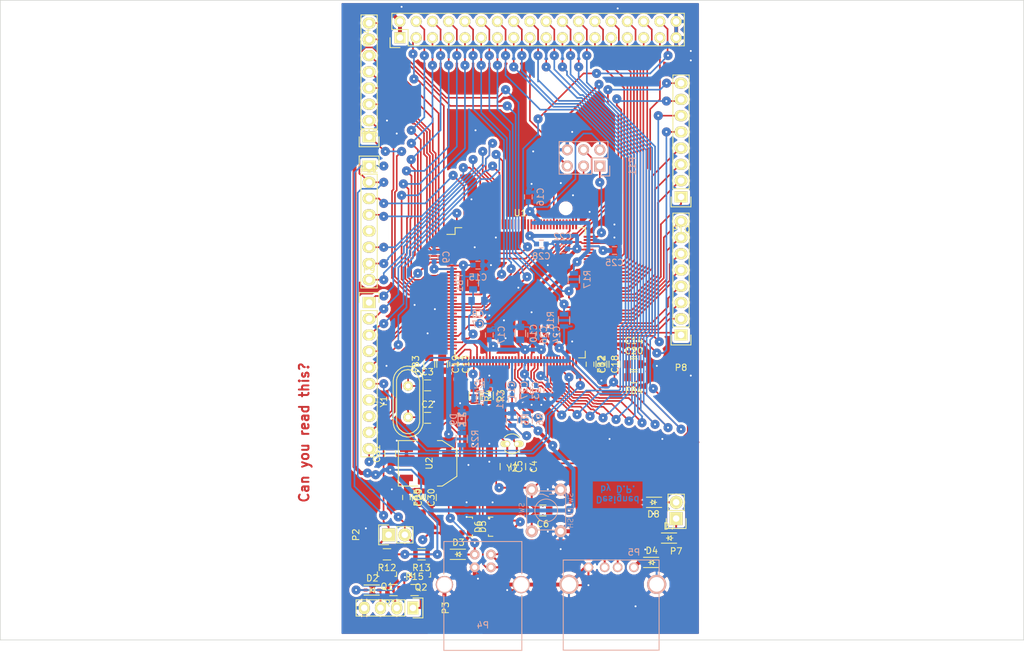
<source format=kicad_pcb>
(kicad_pcb (version 20171130) (host pcbnew "(5.1.12)-1")
  (layers (0 F.Cu signal) (31 B.Cu signal) (34 B.Paste user hide) (35 F.Paste user hide) (36 B.SilkS user hide) (37 F.SilkS user hide) (38 B.Mask user hide) (39 F.Mask user hide) (44 Edge.Cuts user))
  (net 0 "")
  (net 1 "Net-(C1-Pad1)")
  (net 2 GND)
  (net 3 "Net-(C2-Pad1)")
  (net 4 "Net-(C3-Pad1)")
  (net 5 "Net-(C4-Pad1)")
  (net 6 "Net-(C5-Pad1)")
  (net 7 3.3V)
  (net 8 "Net-(C7-Pad1)")
  (net 9 /ATSAM3X8EA-AU/ADCREF)
  (net 10 /ATSAM3X8EA-AU/VDDOUTMI)
  (net 11 /ATSAM3X8EA-AU/VDDANA)
  (net 12 "Net-(C29-Pad1)")
  (net 13 "Net-(C29-Pad2)")
  (net 14 /Power/5V)
  (net 15 /Serial/VCC_SERIAL)
  (net 16 "Net-(D4-Pad1)")
  (net 17 /ATSAM3X8EA-AU/D+)
  (net 18 /ATSAM3X8EA-AU/D-)
  (net 19 /ATSAM3X8EA-AU/JTAG_TMS)
  (net 20 /ATSAM3X8EA-AU/JTAG_TCK)
  (net 21 /ATSAM3X8EA-AU/JTAG_TDO)
  (net 22 /ATSAM3X8EA-AU/JTAG_TDI)
  (net 23 /ATSAM3X8EA-AU/RX)
  (net 24 /ATSAM3X8EA-AU/TX)
  (net 25 /Serial/TX_5V)
  (net 26 /Serial/RX_5V)
  (net 27 /ATSAM3X8EA-AU/PA0)
  (net 28 /ATSAM3X8EA-AU/PA1)
  (net 29 /ATSAM3X8EA-AU/PA2)
  (net 30 /ATSAM3X8EA-AU/PA3)
  (net 31 /ATSAM3X8EA-AU/PA4)
  (net 32 /ATSAM3X8EA-AU/PA6)
  (net 33 /ATSAM3X8EA-AU/PA7)
  (net 34 /ATSAM3X8EA-AU/PA10)
  (net 35 /ATSAM3X8EA-AU/PA11)
  (net 36 /ATSAM3X8EA-AU/PA12)
  (net 37 /ATSAM3X8EA-AU/PA13)
  (net 38 /ATSAM3X8EA-AU/PA14)
  (net 39 /ATSAM3X8EA-AU/PA15)
  (net 40 /ATSAM3X8EA-AU/PA16)
  (net 41 /ATSAM3X8EA-AU/PA17)
  (net 42 /ATSAM3X8EA-AU/PA18)
  (net 43 /ATSAM3X8EA-AU/PA19)
  (net 44 /ATSAM3X8EA-AU/PA20)
  (net 45 /ATSAM3X8EA-AU/PA22)
  (net 46 /ATSAM3X8EA-AU/PA23)
  (net 47 /ATSAM3X8EA-AU/PA24)
  (net 48 /ATSAM3X8EA-AU/PA25)
  (net 49 /ATSAM3X8EA-AU/PA26)
  (net 50 /ATSAM3X8EA-AU/PA27)
  (net 51 /ATSAM3X8EA-AU/PA28)
  (net 52 "Net-(R5-Pad1)")
  (net 53 "Net-(R6-Pad2)")
  (net 54 /ATSAM3X8EA-AU/VDDOUT)
  (net 55 /ATSAM3X8EA-AU/HSD-)
  (net 56 /ATSAM3X8EA-AU/HSD+)
  (net 57 "Net-(D7-Pad2)")
  (net 58 "Net-(D8-Pad1)")
  (net 59 /Connections/MASTER_RESET)
  (net 60 /ATSAM3X8EA-AU/PC22)
  (net 61 /ATSAM3X8EA-AU/PC21)
  (net 62 /ATSAM3X8EA-AU/PD7)
  (net 63 /ATSAM3X8EA-AU/PD8)
  (net 64 /ATSAM3X8EA-AU/PB27)
  (net 65 /ATSAM3X8EA-AU/PB17)
  (net 66 /ATSAM3X8EA-AU/PB18)
  (net 67 /ATSAM3X8EA-AU/PB19)
  (net 68 /ATSAM3X8EA-AU/PB20)
  (net 69 /ATSAM3X8EA-AU/PB15)
  (net 70 /ATSAM3X8EA-AU/PB16)
  (net 71 /ATSAM3X8EA-AU/PD4)
  (net 72 /ATSAM3X8EA-AU/PD5)
  (net 73 /ATSAM3X8EA-AU/PB12)
  (net 74 /ATSAM3X8EA-AU/PB13)
  (net 75 /ATSAM3X8EA-AU/PB25)
  (net 76 /ATSAM3X8EA-AU/PC28)
  (net 77 /ATSAM3X8EA-AU/PC25)
  (net 78 /ATSAM3X8EA-AU/PC24)
  (net 79 /ATSAM3X8EA-AU/PC23)
  (net 80 /ATSAM3X8EA-AU/PB26)
  (net 81 /ATSAM3X8EA-AU/PD0)
  (net 82 /ATSAM3X8EA-AU/PD1)
  (net 83 /ATSAM3X8EA-AU/PD2)
  (net 84 /ATSAM3X8EA-AU/PD3)
  (net 85 /ATSAM3X8EA-AU/PD6)
  (net 86 /ATSAM3X8EA-AU/PD9)
  (net 87 /ATSAM3X8EA-AU/PD10)
  (net 88 /ATSAM3X8EA-AU/PC1)
  (net 89 /ATSAM3X8EA-AU/PC2)
  (net 90 /ATSAM3X8EA-AU/PC3)
  (net 91 /ATSAM3X8EA-AU/PC4)
  (net 92 /ATSAM3X8EA-AU/PC5)
  (net 93 /ATSAM3X8EA-AU/PC6)
  (net 94 /ATSAM3X8EA-AU/PC7)
  (net 95 /ATSAM3X8EA-AU/PC8)
  (net 96 /ATSAM3X8EA-AU/PC9)
  (net 97 /ATSAM3X8EA-AU/PC19)
  (net 98 /ATSAM3X8EA-AU/PC18)
  (net 99 /ATSAM3X8EA-AU/PC17)
  (net 100 /ATSAM3X8EA-AU/PC16)
  (net 101 /ATSAM3X8EA-AU/PC15)
  (net 102 /ATSAM3X8EA-AU/PC14)
  (net 103 /ATSAM3X8EA-AU/PC13)
  (net 104 /ATSAM3X8EA-AU/PC12)
  (net 105 /ATSAM3X8EA-AU/PB21)
  (net 106 /ATSAM3X8EA-AU/PB14)
  (net 107 "Net-(D9-Pad2)")
  (net 108 /ATSAM3X8EA-AU/VBUS)
  (net 109 "Net-(P9-Pad8)")
  (net 110 /ATSAM3X8EA-AU/PA5)
  (net 111 "Net-(U1-Pad46)")
  (net 112 "Net-(U1-Pad50)")
  (net 113 "Net-(U1-Pad69)")
  (net 114 /ATSAM3X8EA-AU/PC11)
  (net 115 /ATSAM3X8EA-AU/PC29)
  (net 116 /ATSAM3X8EA-AU/PC30)
  (net 117 /ATSAM3X8EA-AU/PA21)
  (net 118 /ATSAM3X8EA-AU/PB0)
  (net 119 /ATSAM3X8EA-AU/PB1)
  (net 120 /ATSAM3X8EA-AU/PB2)
  (net 121 /ATSAM3X8EA-AU/PC10)
  (net 122 /ATSAM3X8EA-AU/PB3)
  (net 123 /ATSAM3X8EA-AU/PB4)
  (net 124 /ATSAM3X8EA-AU/PB5)
  (net 125 /ATSAM3X8EA-AU/PB6)
  (net 126 /ATSAM3X8EA-AU/PB7)
  (net 127 /ATSAM3X8EA-AU/PB8)
  (net 128 /ATSAM3X8EA-AU/PB9)
  (net 129 /ATSAM3X8EA-AU/PB10)
  (net 130 /ATSAM3X8EA-AU/PB11)
  (net 131 /ATSAM3X8EA-AU/PC0)
  (net 132 /ATSAM3X8EA-AU/PC20)
  (net 133 /ATSAM3X8EA-AU/PC26)
  (net 134 /ATSAM3X8EA-AU/PC27)
  (net 135 /ATSAM3X8EA-AU/PB22)
  (net 136 /ATSAM3X8EA-AU/PB23)
  (net 137 /ATSAM3X8EA-AU/PB24)
  (module Capacitors_SMD:C_0603 (layer F.Cu) (at 160.02 110.998)
    (fp_text reference C14 (at 0 -1.9) (layer F.SilkS))
    (fp_text value 100n)
    (pad 1 smd rect (at -0.75 0) (size 0.8 0.75) (layers F.Cu F.Paste F.Mask) (net 11 /ATSAM3X8EA-AU/VDDANA))
    (pad 2 smd rect (at 0.75 0) (size 0.8 0.75) (layers F.Cu F.Paste F.Mask) (net 2 GND))
  )
  (module Capacitors_SMD:C_0805 (layer F.Cu) (at 160.02 112.776)
    (fp_text reference C20 (at 0 -2.1) (layer F.SilkS))
    (fp_text value 10u)
    (pad 1 smd rect (at -1 0) (size 1 1.25) (layers F.Cu F.Paste F.Mask) (net 11 /ATSAM3X8EA-AU/VDDANA))
    (pad 2 smd rect (at 1 0) (size 1 1.25) (layers F.Cu F.Paste F.Mask) (net 2 GND))
  )
  (module Capacitors_SMD:C_0805 (layer F.Cu) (at 160.02 114.808 180)
    (fp_text reference FB4 (at 0 -2.1 180) (layer F.SilkS))
    (fp_text value MH2029-300Y)
    (pad 1 smd rect (at -1 0 180) (size 1 1.25) (layers F.Cu F.Paste F.Mask) (net 7 3.3V))
    (pad 2 smd rect (at 1 0 180) (size 1 1.25) (layers F.Cu F.Paste F.Mask) (net 11 /ATSAM3X8EA-AU/VDDANA))
  )
  (module Capacitors_SMD:C_0805 (layer B.Cu) (at 135.906 116.078)
    (fp_text reference C1 (at 0 2.1) (layer B.SilkS) (effects (justify mirror)))
    (fp_text value 22p)
    (pad 1 smd rect (at -1 0) (size 1 1.25) (layers B.Cu B.Paste B.Mask) (net 1 "Net-(C1-Pad1)"))
    (pad 2 smd rect (at 1 0) (size 1 1.25) (layers B.Cu B.Paste B.Mask) (net 2 GND))
  )
  (module Capacitors_SMD:C_0805 (layer F.Cu) (at 127.762 121.158)
    (fp_text reference C2 (at 0 -2.1) (layer F.SilkS))
    (fp_text value 22p)
    (pad 1 smd rect (at -1 0) (size 1 1.25) (layers F.Cu F.Paste F.Mask) (net 3 "Net-(C2-Pad1)"))
    (pad 2 smd rect (at 1 0) (size 1 1.25) (layers F.Cu F.Paste F.Mask) (net 2 GND))
  )
  (module Capacitors_SMD:C_0805 (layer F.Cu) (at 127.762 116.078)
    (fp_text reference C3 (at 0 -2.1) (layer F.SilkS))
    (fp_text value 22p)
    (pad 1 smd rect (at -1 0) (size 1 1.25) (layers F.Cu F.Paste F.Mask) (net 4 "Net-(C3-Pad1)"))
    (pad 2 smd rect (at 1 0) (size 1 1.25) (layers F.Cu F.Paste F.Mask) (net 2 GND))
  )
  (module Capacitors_SMD:C_0805 (layer F.Cu) (at 142.24 128.778 270)
    (fp_text reference C4 (at 0 -2.1 270) (layer F.SilkS))
    (fp_text value 22p)
    (pad 1 smd rect (at -1 0 270) (size 1 1.25) (layers F.Cu F.Paste F.Mask) (net 5 "Net-(C4-Pad1)"))
    (pad 2 smd rect (at 1 0 270) (size 1 1.25) (layers F.Cu F.Paste F.Mask) (net 2 GND))
  )
  (module Capacitors_SMD:C_0805 (layer F.Cu) (at 139.954 128.778 270)
    (fp_text reference C5 (at 0 -2.1 270) (layer F.SilkS))
    (fp_text value 22p)
    (pad 1 smd rect (at -1 0 270) (size 1 1.25) (layers F.Cu F.Paste F.Mask) (net 6 "Net-(C5-Pad1)"))
    (pad 2 smd rect (at 1 0 270) (size 1 1.25) (layers F.Cu F.Paste F.Mask) (net 2 GND))
  )
  (module Capacitors_SMD:C_0805 (layer F.Cu) (at 145.78 135.636 180)
    (fp_text reference C6 (at 0 -2.1 180) (layer F.SilkS))
    (fp_text value 10n)
    (pad 1 smd rect (at -1 0 180) (size 1 1.25) (layers F.Cu F.Paste F.Mask) (net 7 3.3V))
    (pad 2 smd rect (at 1 0 180) (size 1 1.25) (layers F.Cu F.Paste F.Mask) (net 59 /Connections/MASTER_RESET))
  )
  (module Capacitors_SMD:C_0603 (layer B.Cu) (at 135.636 104.648)
    (fp_text reference C7 (at 0 1.9) (layer B.SilkS) (effects (justify mirror)))
    (fp_text value 100n)
    (pad 1 smd rect (at -0.75 0) (size 0.8 0.75) (layers B.Cu B.Paste B.Mask) (net 8 "Net-(C7-Pad1)"))
    (pad 2 smd rect (at 0.75 0) (size 0.8 0.75) (layers B.Cu B.Paste B.Mask) (net 2 GND))
  )
  (module Capacitors_SMD:C_0805 (layer B.Cu) (at 135.636 102.87)
    (fp_text reference C8 (at 0 2.1) (layer B.SilkS) (effects (justify mirror)))
    (fp_text value 10u)
    (pad 1 smd rect (at -1 0) (size 1 1.25) (layers B.Cu B.Paste B.Mask) (net 8 "Net-(C7-Pad1)"))
    (pad 2 smd rect (at 1 0) (size 1 1.25) (layers B.Cu B.Paste B.Mask) (net 2 GND))
  )
  (module Capacitors_SMD:C_0603 (layer B.Cu) (at 128.778 96.012 90)
    (fp_text reference C9 (at 0 1.9 90) (layer B.SilkS) (effects (justify mirror)))
    (fp_text value 100n)
    (pad 1 smd rect (at -0.75 0 90) (size 0.8 0.75) (layers B.Cu B.Paste B.Mask) (net 7 3.3V))
    (pad 2 smd rect (at 0.75 0 90) (size 0.8 0.75) (layers B.Cu B.Paste B.Mask) (net 2 GND))
  )
  (module Capacitors_SMD:C_0805 (layer B.Cu) (at 142.24 107.95 90)
    (fp_text reference C10 (at 0 2.1 90) (layer B.SilkS) (effects (justify mirror)))
    (fp_text value 10u)
    (pad 1 smd rect (at -1 0 90) (size 1 1.25) (layers B.Cu B.Paste B.Mask) (net 54 /ATSAM3X8EA-AU/VDDOUT))
    (pad 2 smd rect (at 1 0 90) (size 1 1.25) (layers B.Cu B.Paste B.Mask) (net 2 GND))
  )
  (module Capacitors_SMD:C_0805 (layer B.Cu) (at 143.002 116.84 270)
    (fp_text reference C11 (at 0 2.1 270) (layer B.SilkS) (effects (justify mirror)))
    (fp_text value 10u)
    (pad 1 smd rect (at -1 0 270) (size 1 1.25) (layers B.Cu B.Paste B.Mask) (net 7 3.3V))
    (pad 2 smd rect (at 1 0 270) (size 1 1.25) (layers B.Cu B.Paste B.Mask) (net 2 GND))
  )
  (module Capacitors_SMD:C_0603 (layer F.Cu) (at 153.162 112.776 270)
    (fp_text reference C12 (at 0 -1.9 270) (layer F.SilkS))
    (fp_text value 100n)
    (pad 1 smd rect (at -0.75 0 270) (size 0.8 0.75) (layers F.Cu F.Paste F.Mask) (net 9 /ATSAM3X8EA-AU/ADCREF))
    (pad 2 smd rect (at 0.75 0 270) (size 0.8 0.75) (layers F.Cu F.Paste F.Mask) (net 2 GND))
  )
  (module Capacitors_SMD:C_0603 (layer F.Cu) (at 131.826 112.776 270)
    (fp_text reference C13 (at 0 -1.9 270) (layer F.SilkS))
    (fp_text value 100n)
    (pad 1 smd rect (at -0.75 0 270) (size 0.8 0.75) (layers F.Cu F.Paste F.Mask) (net 10 /ATSAM3X8EA-AU/VDDOUTMI))
    (pad 2 smd rect (at 0.75 0 270) (size 0.8 0.75) (layers F.Cu F.Paste F.Mask) (net 2 GND))
  )
  (module Capacitors_SMD:C_0603 (layer B.Cu) (at 135.636 97.282)
    (fp_text reference C15 (at 0 1.9) (layer B.SilkS) (effects (justify mirror)))
    (fp_text value 100n)
    (pad 1 smd rect (at -0.75 0) (size 0.8 0.75) (layers B.Cu B.Paste B.Mask) (net 54 /ATSAM3X8EA-AU/VDDOUT))
    (pad 2 smd rect (at 0.75 0) (size 0.8 0.75) (layers B.Cu B.Paste B.Mask) (net 2 GND))
  )
  (module Capacitors_SMD:C_0603 (layer B.Cu) (at 143.51 86.614 90)
    (fp_text reference C16 (at 0 1.9 90) (layer B.SilkS) (effects (justify mirror)))
    (fp_text value 100n)
    (pad 1 smd rect (at -0.75 0 90) (size 0.8 0.75) (layers B.Cu B.Paste B.Mask) (net 7 3.3V))
    (pad 2 smd rect (at 0.75 0 90) (size 0.8 0.75) (layers B.Cu B.Paste B.Mask) (net 2 GND))
  )
  (module Capacitors_SMD:C_0603 (layer B.Cu) (at 137.414 108.204 90)
    (fp_text reference C17 (at 0 1.9 90) (layer B.SilkS) (effects (justify mirror)))
    (fp_text value 100n)
    (pad 1 smd rect (at -0.75 0 90) (size 0.8 0.75) (layers B.Cu B.Paste B.Mask) (net 54 /ATSAM3X8EA-AU/VDDOUT))
    (pad 2 smd rect (at 0.75 0 90) (size 0.8 0.75) (layers B.Cu B.Paste B.Mask) (net 2 GND))
  )
  (module Capacitors_SMD:C_0805 (layer F.Cu) (at 154.94 112.776 270)
    (fp_text reference C18 (at 0 -2.1 270) (layer F.SilkS))
    (fp_text value 10u)
    (pad 1 smd rect (at -1 0 270) (size 1 1.25) (layers F.Cu F.Paste F.Mask) (net 9 /ATSAM3X8EA-AU/ADCREF))
    (pad 2 smd rect (at 1 0 270) (size 1 1.25) (layers F.Cu F.Paste F.Mask) (net 2 GND))
  )
  (module Capacitors_SMD:C_0805 (layer F.Cu) (at 130.048 112.776 270)
    (fp_text reference C19 (at 0 -2.1 270) (layer F.SilkS))
    (fp_text value 10u)
    (pad 1 smd rect (at -1 0 270) (size 1 1.25) (layers F.Cu F.Paste F.Mask) (net 10 /ATSAM3X8EA-AU/VDDOUTMI))
    (pad 2 smd rect (at 1 0 270) (size 1 1.25) (layers F.Cu F.Paste F.Mask) (net 2 GND))
  )
  (module Capacitors_SMD:C_0603 (layer B.Cu) (at 140.97 118.364 270)
    (fp_text reference C21 (at 0 1.9 270) (layer B.SilkS) (effects (justify mirror)))
    (fp_text value 100n)
    (pad 1 smd rect (at -0.75 0 270) (size 0.8 0.75) (layers B.Cu B.Paste B.Mask) (net 7 3.3V))
    (pad 2 smd rect (at 0.75 0 270) (size 0.8 0.75) (layers B.Cu B.Paste B.Mask) (net 2 GND))
  )
  (module Capacitors_SMD:C_0603 (layer B.Cu) (at 148.856 94.742 180)
    (fp_text reference C22 (at 0 1.9 180) (layer B.SilkS) (effects (justify mirror)))
    (fp_text value 100n)
    (pad 1 smd rect (at -0.75 0 180) (size 0.8 0.75) (layers B.Cu B.Paste B.Mask) (net 54 /ATSAM3X8EA-AU/VDDOUT))
    (pad 2 smd rect (at 0.75 0 180) (size 0.8 0.75) (layers B.Cu B.Paste B.Mask) (net 2 GND))
  )
  (module Capacitors_SMD:C_0603 (layer B.Cu) (at 146.558 116.84 270)
    (fp_text reference C23 (at 0 1.9 270) (layer B.SilkS) (effects (justify mirror)))
    (fp_text value 100n)
    (pad 1 smd rect (at -0.75 0 270) (size 0.8 0.75) (layers B.Cu B.Paste B.Mask) (net 7 3.3V))
    (pad 2 smd rect (at 0.75 0 270) (size 0.8 0.75) (layers B.Cu B.Paste B.Mask) (net 2 GND))
  )
  (module Capacitors_SMD:C_0603 (layer B.Cu) (at 146.05 108.204 90)
    (fp_text reference C24 (at 0 1.9 90) (layer B.SilkS) (effects (justify mirror)))
    (fp_text value 100n)
    (pad 1 smd rect (at -0.75 0 90) (size 0.8 0.75) (layers B.Cu B.Paste B.Mask) (net 54 /ATSAM3X8EA-AU/VDDOUT))
    (pad 2 smd rect (at 0.75 0 90) (size 0.8 0.75) (layers B.Cu B.Paste B.Mask) (net 2 GND))
  )
  (module Capacitors_SMD:C_0603 (layer B.Cu) (at 156.972 94.996)
    (fp_text reference C25 (at 0 1.9) (layer B.SilkS) (effects (justify mirror)))
    (fp_text value 100n)
    (pad 1 smd rect (at -0.75 0) (size 0.8 0.75) (layers B.Cu B.Paste B.Mask) (net 7 3.3V))
    (pad 2 smd rect (at 0.75 0) (size 0.8 0.75) (layers B.Cu B.Paste B.Mask) (net 2 GND))
  )
  (module Capacitors_SMD:C_0603 (layer B.Cu) (at 144.018 108.204 90)
    (fp_text reference C26 (at 0 1.9 90) (layer B.SilkS) (effects (justify mirror)))
    (fp_text value 100n)
    (pad 1 smd rect (at -0.75 0 90) (size 0.8 0.75) (layers B.Cu B.Paste B.Mask) (net 54 /ATSAM3X8EA-AU/VDDOUT))
    (pad 2 smd rect (at 0.75 0 90) (size 0.8 0.75) (layers B.Cu B.Paste B.Mask) (net 2 GND))
  )
  (module Capacitors_SMD:C_0603 (layer B.Cu) (at 144.78 116.84 270)
    (fp_text reference C27 (at 0 1.9 270) (layer B.SilkS) (effects (justify mirror)))
    (fp_text value 100n)
    (pad 1 smd rect (at -0.75 0 270) (size 0.8 0.75) (layers B.Cu B.Paste B.Mask) (net 7 3.3V))
    (pad 2 smd rect (at 0.75 0 270) (size 0.8 0.75) (layers B.Cu B.Paste B.Mask) (net 2 GND))
  )
  (module Capacitors_SMD:C_0603 (layer B.Cu) (at 145.542 93.98)
    (fp_text reference C28 (at 0 1.9) (layer B.SilkS) (effects (justify mirror)))
    (fp_text value 100n)
    (pad 1 smd rect (at -0.75 0) (size 0.8 0.75) (layers B.Cu B.Paste B.Mask) (net 54 /ATSAM3X8EA-AU/VDDOUT))
    (pad 2 smd rect (at 0.75 0) (size 0.8 0.75) (layers B.Cu B.Paste B.Mask) (net 2 GND))
  )
  (module Capacitors_SMD:C_0603 (layer F.Cu) (at 124.46 133.604 270)
    (fp_text reference C29 (at 0 -1.9 270) (layer F.SilkS))
    (fp_text value 100n)
    (pad 1 smd rect (at -0.75 0 270) (size 0.8 0.75) (layers F.Cu F.Paste F.Mask) (net 12 "Net-(C29-Pad1)"))
    (pad 2 smd rect (at 0.75 0 270) (size 0.8 0.75) (layers F.Cu F.Paste F.Mask) (net 13 "Net-(C29-Pad2)"))
  )
  (module Capacitors_SMD:C_0805 (layer F.Cu) (at 126.238 133.604 270)
    (fp_text reference C30 (at 0 -2.1 270) (layer F.SilkS))
    (fp_text value 10u)
    (pad 1 smd rect (at -1 0 270) (size 1 1.25) (layers F.Cu F.Paste F.Mask) (net 12 "Net-(C29-Pad1)"))
    (pad 2 smd rect (at 1 0 270) (size 1 1.25) (layers F.Cu F.Paste F.Mask) (net 13 "Net-(C29-Pad2)"))
  )
  (module Capacitors_SMD:C_0805 (layer F.Cu) (at 121.92 126.746 90)
    (fp_text reference C31 (at 0 -2.1 90) (layer F.SilkS))
    (fp_text value 10u)
    (pad 1 smd rect (at -1 0 90) (size 1 1.25) (layers F.Cu F.Paste F.Mask) (net 7 3.3V))
    (pad 2 smd rect (at 1 0 90) (size 1 1.25) (layers F.Cu F.Paste F.Mask) (net 2 GND))
  )
  (module myLib:SOD-323 (layer F.Cu) (at 119.126 148.082)
    (fp_text reference D2 (at 0 -1.85) (layer F.SilkS))
    (fp_text value PMEG2010AEH)
    (pad 1 smd rect (at -1.055 0) (size 0.59 0.45) (layers F.Cu F.Paste F.Mask) (net 14 /Power/5V))
    (pad 2 smd rect (at 1.055 0) (size 0.59 0.45) (layers F.Cu F.Paste F.Mask) (net 15 /Serial/VCC_SERIAL))
  )
  (module myLib:SOD-323 (layer F.Cu) (at 132.588 142.494)
    (fp_text reference D3 (at 0 -1.85) (layer F.SilkS))
    (fp_text value PMEG2010AEH)
    (pad 1 smd rect (at -1.055 0) (size 0.59 0.45) (layers F.Cu F.Paste F.Mask) (net 14 /Power/5V))
    (pad 2 smd rect (at 1.055 0) (size 0.59 0.45) (layers F.Cu F.Paste F.Mask) (net 108 /ATSAM3X8EA-AU/VBUS))
  )
  (module myLib:SOD-323 (layer F.Cu) (at 162.814 143.764)
    (fp_text reference D4 (at 0 -1.85) (layer F.SilkS))
    (fp_text value PMEG2010AEH)
    (pad 1 smd rect (at -1.055 0) (size 0.59 0.45) (layers F.Cu F.Paste F.Mask) (net 16 "Net-(D4-Pad1)"))
    (pad 2 smd rect (at 1.055 0) (size 0.59 0.45) (layers F.Cu F.Paste F.Mask) (net 14 /Power/5V))
  )
  (module Housings_SOT-23_SOT-143_TSOT-6:SOT-23 (layer F.Cu) (at 134.12978 138.176 270)
    (fp_text reference D5 (at 0 -2.25 270) (layer F.SilkS))
    (fp_text value BAV99)
    (pad 1 smd rect (at -0.95 1.00076 270) (size 0.8001 0.8001) (layers F.Cu F.Paste F.Mask) (net 2 GND))
    (pad 2 smd rect (at 0.95 1.00076 270) (size 0.8001 0.8001) (layers F.Cu F.Paste F.Mask) (net 14 /Power/5V))
    (pad 3 smd rect (at 0 -0.99822 270) (size 0.8001 0.8001) (layers F.Cu F.Paste F.Mask) (net 17 /ATSAM3X8EA-AU/D+))
  )
  (module Housings_SOT-23_SOT-143_TSOT-6:SOT-23 (layer F.Cu) (at 137.922 138.176 90)
    (fp_text reference D6 (at 0 -2.25 90) (layer F.SilkS))
    (fp_text value BAV99)
    (pad 1 smd rect (at -0.95 1.00076 90) (size 0.8001 0.8001) (layers F.Cu F.Paste F.Mask) (net 2 GND))
    (pad 2 smd rect (at 0.95 1.00076 90) (size 0.8001 0.8001) (layers F.Cu F.Paste F.Mask) (net 14 /Power/5V))
    (pad 3 smd rect (at 0 -0.99822 90) (size 0.8001 0.8001) (layers F.Cu F.Paste F.Mask) (net 18 /ATSAM3X8EA-AU/D-))
  )
  (module Capacitors_SMD:C_0805 (layer B.Cu) (at 134.874 100.076 270)
    (fp_text reference FB1 (at 0 2.1 270) (layer B.SilkS) (effects (justify mirror)))
    (fp_text value MH2029-300Y)
    (pad 1 smd rect (at -1 0 270) (size 1 1.25) (layers B.Cu B.Paste B.Mask) (net 54 /ATSAM3X8EA-AU/VDDOUT))
    (pad 2 smd rect (at 1 0 270) (size 1 1.25) (layers B.Cu B.Paste B.Mask) (net 8 "Net-(C7-Pad1)"))
  )
  (module Capacitors_SMD:C_0805 (layer F.Cu) (at 156.972 112.776 90)
    (fp_text reference FB2 (at 0 -2.1 90) (layer F.SilkS))
    (fp_text value MH2029-300Y)
    (pad 1 smd rect (at -1 0 90) (size 1 1.25) (layers F.Cu F.Paste F.Mask) (net 7 3.3V))
    (pad 2 smd rect (at 1 0 90) (size 1 1.25) (layers F.Cu F.Paste F.Mask) (net 9 /ATSAM3X8EA-AU/ADCREF))
  )
  (module Capacitors_SMD:C_0805 (layer F.Cu) (at 128.016 112.776 90)
    (fp_text reference FB3 (at 0 -2.1 90) (layer F.SilkS))
    (fp_text value MH2029-300Y)
    (pad 1 smd rect (at -1 0 90) (size 1 1.25) (layers F.Cu F.Paste F.Mask) (net 7 3.3V))
    (pad 2 smd rect (at 1 0 90) (size 1 1.25) (layers F.Cu F.Paste F.Mask) (net 10 /ATSAM3X8EA-AU/VDDOUTMI))
  )
  (module Capacitors_SMD:C_0805 (layer F.Cu) (at 128.27 133.604 90)
    (fp_text reference FB5 (at 0 -2.1 90) (layer F.SilkS))
    (fp_text value MH2029-300Y)
    (pad 1 smd rect (at -1 0 90) (size 1 1.25) (layers F.Cu F.Paste F.Mask) (net 14 /Power/5V))
    (pad 2 smd rect (at 1 0 90) (size 1 1.25) (layers F.Cu F.Paste F.Mask) (net 12 "Net-(C29-Pad1)"))
  )
  (module Pin_Headers:Pin_Header_Straight_1x02 (layer F.Cu) (at 121.666 139.446 90)
    (fp_text reference P2 (at 0 -5.1 90) (layer F.SilkS))
    (fp_text value "3.3V Serial")
    (pad 1 thru_hole rect (at 0 0 90) (size 2.032 2.032) (drill 1.016) (layers *.Cu *.Mask F.SilkS) (net 23 /ATSAM3X8EA-AU/RX))
    (pad 2 thru_hole oval (at 0 2.54 90) (size 2.032 2.032) (drill 1.016) (layers *.Cu *.Mask F.SilkS) (net 24 /ATSAM3X8EA-AU/TX))
  )
  (module Pin_Headers:Pin_Header_Straight_1x04 (layer F.Cu) (at 125.476 150.876 270)
    (fp_text reference P3 (at 0 -5.1 270) (layer F.SilkS))
    (fp_text value 5V_Serial)
    (pad 1 thru_hole rect (at 0 0 270) (size 2.032 1.7272) (drill 1.016) (layers *.Cu *.Mask F.SilkS) (net 25 /Serial/TX_5V))
    (pad 2 thru_hole oval (at 0 2.54 270) (size 2.032 1.7272) (drill 1.016) (layers *.Cu *.Mask F.SilkS) (net 26 /Serial/RX_5V))
    (pad 3 thru_hole oval (at 0 5.08 270) (size 2.032 1.7272) (drill 1.016) (layers *.Cu *.Mask F.SilkS) (net 15 /Serial/VCC_SERIAL))
    (pad 4 thru_hole oval (at 0 7.62 270) (size 2.032 1.7272) (drill 1.016) (layers *.Cu *.Mask F.SilkS) (net 2 GND))
  )
  (module Connect:USB_A (layer B.Cu) (at 160.02086 144.52812 180)
    (fp_text reference P5 (at 0 2.35 180) (layer B.SilkS) (effects (justify mirror)))
    (fp_text value USB_A)
    (pad 4 thru_hole circle (at 7.11286 0.00212 270) (size 1.50114 1.50114) (drill 1.00076) (layers *.Cu *.Mask B.SilkS) (net 2 GND))
    (pad 3 thru_hole circle (at 4.57286 0.00212 270) (size 1.50114 1.50114) (drill 1.00076) (layers *.Cu *.Mask B.SilkS) (net 17 /ATSAM3X8EA-AU/D+))
    (pad 2 thru_hole circle (at 2.54086 0.00212 270) (size 1.50114 1.50114) (drill 1.00076) (layers *.Cu *.Mask B.SilkS) (net 18 /ATSAM3X8EA-AU/D-))
    (pad 1 thru_hole circle (at 0.00086 0.00212 270) (size 1.50114 1.50114) (drill 1.00076) (layers *.Cu *.Mask B.SilkS) (net 16 "Net-(D4-Pad1)"))
    (pad 5 thru_hole circle (at 10.16086 -2.66488 270) (size 2.99974 2.99974) (drill 2.30124) (layers *.Cu *.Mask B.SilkS) (net 2 GND))
    (pad 5 thru_hole circle (at -3.55514 -2.66488 270) (size 2.99974 2.99974) (drill 2.30124) (layers *.Cu *.Mask B.SilkS) (net 2 GND))
  )
  (module Housings_SOT-23_SOT-143_TSOT-6:SOT-23 (layer F.Cu) (at 121.412 145.288 180)
    (fp_text reference Q1 (at 0 -2.25 180) (layer F.SilkS))
    (fp_text value BSS138)
    (pad 1 smd rect (at -0.95 1.00076 180) (size 0.8001 0.8001) (layers F.Cu F.Paste F.Mask) (net 7 3.3V))
    (pad 2 smd rect (at 0.95 1.00076 180) (size 0.8001 0.8001) (layers F.Cu F.Paste F.Mask) (net 23 /ATSAM3X8EA-AU/RX))
    (pad 3 smd rect (at 0 -0.99822 180) (size 0.8001 0.8001) (layers F.Cu F.Paste F.Mask) (net 26 /Serial/RX_5V))
  )
  (module Housings_SOT-23_SOT-143_TSOT-6:SOT-23 (layer F.Cu) (at 126.7372 145.404152 180)
    (fp_text reference Q2 (at 0 -2.25 180) (layer F.SilkS))
    (fp_text value BSS138)
    (pad 1 smd rect (at -0.95 1.00076 180) (size 0.8001 0.8001) (layers F.Cu F.Paste F.Mask) (net 7 3.3V))
    (pad 2 smd rect (at 0.95 1.00076 180) (size 0.8001 0.8001) (layers F.Cu F.Paste F.Mask) (net 24 /ATSAM3X8EA-AU/TX))
    (pad 3 smd rect (at 0 -0.99822 180) (size 0.8001 0.8001) (layers F.Cu F.Paste F.Mask) (net 25 /Serial/TX_5V))
  )
  (module Resistors_SMD:R_0805 (layer B.Cu) (at 135.89 118.11 180)
    (fp_text reference R2 (at 0 2.1 180) (layer B.SilkS) (effects (justify mirror)))
    (fp_text value "6k8 1%")
    (pad 1 smd rect (at -0.95 0 180) (size 0.7 1.3) (layers B.Cu B.Paste B.Mask) (net 2 GND))
    (pad 2 smd rect (at 0.95 0 180) (size 0.7 1.3) (layers B.Cu B.Paste B.Mask) (net 1 "Net-(C1-Pad1)"))
  )
  (module Resistors_SMD:R_0805 (layer F.Cu) (at 137.16 117.6909 270)
    (fp_text reference R3 (at 0 -2.1 270) (layer F.SilkS))
    (fp_text value "39R 1%")
    (pad 1 smd rect (at -0.95 0 270) (size 0.7 1.3) (layers F.Cu F.Paste F.Mask) (net 55 /ATSAM3X8EA-AU/HSD-))
    (pad 2 smd rect (at 0.95 0 270) (size 0.7 1.3) (layers F.Cu F.Paste F.Mask) (net 18 /ATSAM3X8EA-AU/D-))
  )
  (module Resistors_SMD:R_0805 (layer F.Cu) (at 135.128 117.6934 270)
    (fp_text reference R4 (at 0 -2.1 270) (layer F.SilkS))
    (fp_text value "39R 1%")
    (pad 1 smd rect (at -0.95 0 270) (size 0.7 1.3) (layers F.Cu F.Paste F.Mask) (net 56 /ATSAM3X8EA-AU/HSD+))
    (pad 2 smd rect (at 0.95 0 270) (size 0.7 1.3) (layers F.Cu F.Paste F.Mask) (net 17 /ATSAM3X8EA-AU/D+))
  )
  (module Resistors_SMD:R_0805 (layer B.Cu) (at 140.97 121.412 90)
    (fp_text reference R5 (at 0 2.1 90) (layer B.SilkS) (effects (justify mirror)))
    (fp_text value NC)
    (pad 1 smd rect (at -0.95 0 90) (size 0.7 1.3) (layers B.Cu B.Paste B.Mask) (net 52 "Net-(R5-Pad1)"))
    (pad 2 smd rect (at 0.95 0 90) (size 0.7 1.3) (layers B.Cu B.Paste B.Mask) (net 2 GND))
  )
  (module Resistors_SMD:R_0805 (layer B.Cu) (at 143.256 121.412 90)
    (fp_text reference R6 (at 0 2.1 90) (layer B.SilkS) (effects (justify mirror)))
    (fp_text value 100k)
    (pad 1 smd rect (at -0.95 0 90) (size 0.7 1.3) (layers B.Cu B.Paste B.Mask) (net 7 3.3V))
    (pad 2 smd rect (at 0.95 0 90) (size 0.7 1.3) (layers B.Cu B.Paste B.Mask) (net 53 "Net-(R6-Pad2)"))
  )
  (module Resistors_SMD:R_0805 (layer F.Cu) (at 121.412 142.494 180)
    (fp_text reference R12 (at 0 -2.1 180) (layer F.SilkS))
    (fp_text value 10k)
    (pad 1 smd rect (at -0.95 0 180) (size 0.7 1.3) (layers F.Cu F.Paste F.Mask) (net 7 3.3V))
    (pad 2 smd rect (at 0.95 0 180) (size 0.7 1.3) (layers F.Cu F.Paste F.Mask) (net 23 /ATSAM3X8EA-AU/RX))
  )
  (module Resistors_SMD:R_0805 (layer F.Cu) (at 126.812 142.494 180)
    (fp_text reference R13 (at 0 -2.1 180) (layer F.SilkS))
    (fp_text value 10k)
    (pad 1 smd rect (at -0.95 0 180) (size 0.7 1.3) (layers F.Cu F.Paste F.Mask) (net 7 3.3V))
    (pad 2 smd rect (at 0.95 0 180) (size 0.7 1.3) (layers F.Cu F.Paste F.Mask) (net 24 /ATSAM3X8EA-AU/TX))
  )
  (module Resistors_SMD:R_0805 (layer F.Cu) (at 122.428 148.082 180)
    (fp_text reference R14 (at 0 -2.1 180) (layer F.SilkS))
    (fp_text value 10k)
    (pad 1 smd rect (at -0.95 0 180) (size 0.7 1.3) (layers F.Cu F.Paste F.Mask) (net 14 /Power/5V))
    (pad 2 smd rect (at 0.95 0 180) (size 0.7 1.3) (layers F.Cu F.Paste F.Mask) (net 26 /Serial/RX_5V))
  )
  (module Resistors_SMD:R_0805 (layer F.Cu) (at 125.73 148.082)
    (fp_text reference R15 (at 0 -2.1) (layer F.SilkS))
    (fp_text value 10k)
    (pad 1 smd rect (at -0.95 0) (size 0.7 1.3) (layers F.Cu F.Paste F.Mask) (net 14 /Power/5V))
    (pad 2 smd rect (at 0.95 0) (size 0.7 1.3) (layers F.Cu F.Paste F.Mask) (net 25 /Serial/TX_5V))
  )
  (module myLib:6MM_PushButton (layer B.Cu) (at 146.304 135.636 270)
    (fp_text reference SW1 (at 0 3.81 270) (layer B.SilkS) (effects (font (size 0.8128 0.8128) (thickness 0.0762)) (justify mirror)))
    (fp_text value SW_PUSH (at 0 -3.81 270) (layer B.SilkS) (effects (font (size 0.8128 0.8128) (thickness 0.0762)) (justify mirror)))
    (pad 1 thru_hole circle (at -3.2512 2.2606 270) (size 1.8796 1.8796) (drill 1.016) (layers *.Cu *.Mask B.SilkS) (net 59 /Connections/MASTER_RESET))
    (pad 1 thru_hole circle (at 3.2512 2.2606 270) (size 1.8796 1.8796) (drill 1.016) (layers *.Cu *.Mask B.SilkS) (net 59 /Connections/MASTER_RESET))
    (pad 2 thru_hole circle (at -3.2512 -2.2606 270) (size 1.8796 1.8796) (drill 1.016) (layers *.Cu *.Mask B.SilkS) (net 2 GND))
    (pad 2 thru_hole circle (at 3.2512 -2.2606 270) (size 1.8796 1.8796) (drill 1.016) (layers *.Cu *.Mask B.SilkS) (net 2 GND))
  )
  (module Housings_QFP:LQFP-144_20x20mm_Pitch0.5mm (layer F.Cu) (at 142.24 101.6)
    (fp_text reference U1 (at 0 -12.475) (layer F.SilkS))
    (fp_text value ATSAM3X8EA-AU)
    (pad 1 smd rect (at -10.7 -8.75) (size 1.55 0.3) (layers F.Cu F.Paste F.Mask) (net 80 /ATSAM3X8EA-AU/PB26))
    (pad 2 smd rect (at -10.7 -8.25) (size 1.55 0.3) (layers F.Cu F.Paste F.Mask) (net 24 /ATSAM3X8EA-AU/TX))
    (pad 3 smd rect (at -10.7 -7.75) (size 1.55 0.3) (layers F.Cu F.Paste F.Mask) (net 34 /ATSAM3X8EA-AU/PA10))
    (pad 4 smd rect (at -10.7 -7.25) (size 1.55 0.3) (layers F.Cu F.Paste F.Mask) (net 35 /ATSAM3X8EA-AU/PA11))
    (pad 5 smd rect (at -10.7 -6.75) (size 1.55 0.3) (layers F.Cu F.Paste F.Mask) (net 36 /ATSAM3X8EA-AU/PA12))
    (pad 6 smd rect (at -10.7 -6.25) (size 1.55 0.3) (layers F.Cu F.Paste F.Mask) (net 37 /ATSAM3X8EA-AU/PA13))
    (pad 7 smd rect (at -10.7 -5.75) (size 1.55 0.3) (layers F.Cu F.Paste F.Mask) (net 38 /ATSAM3X8EA-AU/PA14))
    (pad 8 smd rect (at -10.7 -5.25) (size 1.55 0.3) (layers F.Cu F.Paste F.Mask) (net 39 /ATSAM3X8EA-AU/PA15))
    (pad 9 smd rect (at -10.7 -4.75) (size 1.55 0.3) (layers F.Cu F.Paste F.Mask) (net 41 /ATSAM3X8EA-AU/PA17))
    (pad 10 smd rect (at -10.7 -4.25) (size 1.55 0.3) (layers F.Cu F.Paste F.Mask) (net 54 /ATSAM3X8EA-AU/VDDOUT))
    (pad 11 smd rect (at -10.7 -3.75) (size 1.55 0.3) (layers F.Cu F.Paste F.Mask) (net 7 3.3V))
    (pad 12 smd rect (at -10.7 -3.25) (size 1.55 0.3) (layers F.Cu F.Paste F.Mask) (net 2 GND))
    (pad 13 smd rect (at -10.7 -2.75) (size 1.55 0.3) (layers F.Cu F.Paste F.Mask) (net 81 /ATSAM3X8EA-AU/PD0))
    (pad 14 smd rect (at -10.7 -2.25) (size 1.55 0.3) (layers F.Cu F.Paste F.Mask) (net 82 /ATSAM3X8EA-AU/PD1))
    (pad 15 smd rect (at -10.7 -1.75) (size 1.55 0.3) (layers F.Cu F.Paste F.Mask) (net 83 /ATSAM3X8EA-AU/PD2))
    (pad 16 smd rect (at -10.7 -1.25) (size 1.55 0.3) (layers F.Cu F.Paste F.Mask) (net 84 /ATSAM3X8EA-AU/PD3))
    (pad 17 smd rect (at -10.7 -0.75) (size 1.55 0.3) (layers F.Cu F.Paste F.Mask) (net 71 /ATSAM3X8EA-AU/PD4))
    (pad 18 smd rect (at -10.7 -0.25) (size 1.55 0.3) (layers F.Cu F.Paste F.Mask) (net 72 /ATSAM3X8EA-AU/PD5))
    (pad 19 smd rect (at -10.7 0.25) (size 1.55 0.3) (layers F.Cu F.Paste F.Mask) (net 85 /ATSAM3X8EA-AU/PD6))
    (pad 20 smd rect (at -10.7 0.75) (size 1.55 0.3) (layers F.Cu F.Paste F.Mask) (net 62 /ATSAM3X8EA-AU/PD7))
    (pad 21 smd rect (at -10.7 1.25) (size 1.55 0.3) (layers F.Cu F.Paste F.Mask) (net 63 /ATSAM3X8EA-AU/PD8))
    (pad 22 smd rect (at -10.7 1.75) (size 1.55 0.3) (layers F.Cu F.Paste F.Mask) (net 86 /ATSAM3X8EA-AU/PD9))
    (pad 23 smd rect (at -10.7 2.25) (size 1.55 0.3) (layers F.Cu F.Paste F.Mask) (net 27 /ATSAM3X8EA-AU/PA0))
    (pad 24 smd rect (at -10.7 2.75) (size 1.55 0.3) (layers F.Cu F.Paste F.Mask) (net 28 /ATSAM3X8EA-AU/PA1))
    (pad 25 smd rect (at -10.7 3.25) (size 1.55 0.3) (layers F.Cu F.Paste F.Mask) (net 110 /ATSAM3X8EA-AU/PA5))
    (pad 26 smd rect (at -10.7 3.75) (size 1.55 0.3) (layers F.Cu F.Paste F.Mask) (net 33 /ATSAM3X8EA-AU/PA7))
    (pad 27 smd rect (at -10.7 4.25) (size 1.55 0.3) (layers F.Cu F.Paste F.Mask) (net 23 /ATSAM3X8EA-AU/RX))
    (pad 28 smd rect (at -10.7 4.75) (size 1.55 0.3) (layers F.Cu F.Paste F.Mask) (net 20 /ATSAM3X8EA-AU/JTAG_TCK))
    (pad 29 smd rect (at -10.7 5.25) (size 1.55 0.3) (layers F.Cu F.Paste F.Mask) (net 22 /ATSAM3X8EA-AU/JTAG_TDI))
    (pad 30 smd rect (at -10.7 5.75) (size 1.55 0.3) (layers F.Cu F.Paste F.Mask) (net 21 /ATSAM3X8EA-AU/JTAG_TDO))
    (pad 31 smd rect (at -10.7 6.25) (size 1.55 0.3) (layers F.Cu F.Paste F.Mask) (net 19 /ATSAM3X8EA-AU/JTAG_TMS))
    (pad 32 smd rect (at -10.7 6.75) (size 1.55 0.3) (layers F.Cu F.Paste F.Mask) (net 87 /ATSAM3X8EA-AU/PD10))
    (pad 33 smd rect (at -10.7 7.25) (size 1.55 0.3) (layers F.Cu F.Paste F.Mask) (net 2 GND))
    (pad 34 smd rect (at -10.7 7.75) (size 1.55 0.3) (layers F.Cu F.Paste F.Mask) (net 8 "Net-(C7-Pad1)"))
    (pad 35 smd rect (at -10.7 8.25) (size 1.55 0.3) (layers F.Cu F.Paste F.Mask) (net 3 "Net-(C2-Pad1)"))
    (pad 36 smd rect (at -10.7 8.75) (size 1.55 0.3) (layers F.Cu F.Paste F.Mask) (net 4 "Net-(C3-Pad1)"))
    (pad 37 smd rect (at -8.75 10.7 90) (size 1.55 0.3) (layers F.Cu F.Paste F.Mask) (net 17 /ATSAM3X8EA-AU/D+))
    (pad 38 smd rect (at -8.25 10.7 90) (size 1.55 0.3) (layers F.Cu F.Paste F.Mask) (net 18 /ATSAM3X8EA-AU/D-))
    (pad 39 smd rect (at -7.75 10.7 90) (size 1.55 0.3) (layers F.Cu F.Paste F.Mask) (net 108 /ATSAM3X8EA-AU/VBUS))
    (pad 40 smd rect (at -7.25 10.7 90) (size 1.55 0.3) (layers F.Cu F.Paste F.Mask) (net 1 "Net-(C1-Pad1)"))
    (pad 41 smd rect (at -6.75 10.7 90) (size 1.55 0.3) (layers F.Cu F.Paste F.Mask) (net 10 /ATSAM3X8EA-AU/VDDOUTMI))
    (pad 42 smd rect (at -6.25 10.7 90) (size 1.55 0.3) (layers F.Cu F.Paste F.Mask) (net 56 /ATSAM3X8EA-AU/HSD+))
    (pad 43 smd rect (at -5.75 10.7 90) (size 1.55 0.3) (layers F.Cu F.Paste F.Mask) (net 55 /ATSAM3X8EA-AU/HSD-))
    (pad 44 smd rect (at -5.25 10.7 90) (size 1.55 0.3) (layers F.Cu F.Paste F.Mask) (net 2 GND))
    (pad 45 smd rect (at -4.75 10.7 90) (size 1.55 0.3) (layers F.Cu F.Paste F.Mask) (net 54 /ATSAM3X8EA-AU/VDDOUT))
    (pad 46 smd rect (at -4.25 10.7 90) (size 1.55 0.3) (layers F.Cu F.Paste F.Mask) (net 111 "Net-(U1-Pad46)"))
    (pad 47 smd rect (at -3.75 10.7 90) (size 1.55 0.3) (layers F.Cu F.Paste F.Mask) (net 59 /Connections/MASTER_RESET))
    (pad 48 smd rect (at -3.25 10.7 90) (size 1.55 0.3) (layers F.Cu F.Paste F.Mask) (net 6 "Net-(C5-Pad1)"))
    (pad 49 smd rect (at -2.75 10.7 90) (size 1.55 0.3) (layers F.Cu F.Paste F.Mask) (net 5 "Net-(C4-Pad1)"))
    (pad 50 smd rect (at -2.25 10.7 90) (size 1.55 0.3) (layers F.Cu F.Paste F.Mask) (net 112 "Net-(U1-Pad50)"))
    (pad 51 smd rect (at -1.75 10.7 90) (size 1.55 0.3) (layers F.Cu F.Paste F.Mask) (net 52 "Net-(R5-Pad1)"))
    (pad 52 smd rect (at -1.25 10.7 90) (size 1.55 0.3) (layers F.Cu F.Paste F.Mask) (net 7 3.3V))
    (pad 53 smd rect (at -0.75 10.7 90) (size 1.55 0.3) (layers F.Cu F.Paste F.Mask) (net 53 "Net-(R6-Pad2)"))
    (pad 54 smd rect (at -0.25 10.7 90) (size 1.55 0.3) (layers F.Cu F.Paste F.Mask) (net 2 GND))
    (pad 55 smd rect (at 0.25 10.7 90) (size 1.55 0.3) (layers F.Cu F.Paste F.Mask) (net 88 /ATSAM3X8EA-AU/PC1))
    (pad 56 smd rect (at 0.75 10.7 90) (size 1.55 0.3) (layers F.Cu F.Paste F.Mask) (net 54 /ATSAM3X8EA-AU/VDDOUT))
    (pad 57 smd rect (at 1.25 10.7 90) (size 1.55 0.3) (layers F.Cu F.Paste F.Mask) (net 7 3.3V))
    (pad 58 smd rect (at 1.75 10.7 90) (size 1.55 0.3) (layers F.Cu F.Paste F.Mask) (net 2 GND))
    (pad 59 smd rect (at 2.25 10.7 90) (size 1.55 0.3) (layers F.Cu F.Paste F.Mask) (net 89 /ATSAM3X8EA-AU/PC2))
    (pad 60 smd rect (at 2.75 10.7 90) (size 1.55 0.3) (layers F.Cu F.Paste F.Mask) (net 90 /ATSAM3X8EA-AU/PC3))
    (pad 61 smd rect (at 3.25 10.7 90) (size 1.55 0.3) (layers F.Cu F.Paste F.Mask) (net 54 /ATSAM3X8EA-AU/VDDOUT))
    (pad 62 smd rect (at 3.75 10.7 90) (size 1.55 0.3) (layers F.Cu F.Paste F.Mask) (net 7 3.3V))
    (pad 63 smd rect (at 4.25 10.7 90) (size 1.55 0.3) (layers F.Cu F.Paste F.Mask) (net 92 /ATSAM3X8EA-AU/PC5))
    (pad 64 smd rect (at 4.75 10.7 90) (size 1.55 0.3) (layers F.Cu F.Paste F.Mask) (net 93 /ATSAM3X8EA-AU/PC6))
    (pad 65 smd rect (at 5.25 10.7 90) (size 1.55 0.3) (layers F.Cu F.Paste F.Mask) (net 94 /ATSAM3X8EA-AU/PC7))
    (pad 66 smd rect (at 5.75 10.7 90) (size 1.55 0.3) (layers F.Cu F.Paste F.Mask) (net 95 /ATSAM3X8EA-AU/PC8))
    (pad 67 smd rect (at 6.25 10.7 90) (size 1.55 0.3) (layers F.Cu F.Paste F.Mask) (net 96 /ATSAM3X8EA-AU/PC9))
    (pad 68 smd rect (at 6.75 10.7 90) (size 1.55 0.3) (layers F.Cu F.Paste F.Mask) (net 64 /ATSAM3X8EA-AU/PB27))
    (pad 69 smd rect (at 7.25 10.7 90) (size 1.55 0.3) (layers F.Cu F.Paste F.Mask) (net 113 "Net-(U1-Pad69)"))
    (pad 70 smd rect (at 7.75 10.7 90) (size 1.55 0.3) (layers F.Cu F.Paste F.Mask) (net 42 /ATSAM3X8EA-AU/PA18))
    (pad 71 smd rect (at 8.25 10.7 90) (size 1.55 0.3) (layers F.Cu F.Paste F.Mask) (net 43 /ATSAM3X8EA-AU/PA19))
    (pad 72 smd rect (at 8.75 10.7 90) (size 1.55 0.3) (layers F.Cu F.Paste F.Mask) (net 44 /ATSAM3X8EA-AU/PA20))
    (pad 73 smd rect (at 10.7 8.75) (size 1.55 0.3) (layers F.Cu F.Paste F.Mask) (net 11 /ATSAM3X8EA-AU/VDDANA))
    (pad 74 smd rect (at 10.7 8.25) (size 1.55 0.3) (layers F.Cu F.Paste F.Mask) (net 2 GND))
    (pad 75 smd rect (at 10.7 7.75) (size 1.55 0.3) (layers F.Cu F.Paste F.Mask) (net 9 /ATSAM3X8EA-AU/ADCREF))
    (pad 76 smd rect (at 10.7 7.25) (size 1.55 0.3) (layers F.Cu F.Paste F.Mask) (net 69 /ATSAM3X8EA-AU/PB15))
    (pad 77 smd rect (at 10.7 6.75) (size 1.55 0.3) (layers F.Cu F.Paste F.Mask) (net 70 /ATSAM3X8EA-AU/PB16))
    (pad 78 smd rect (at 10.7 6.25) (size 1.55 0.3) (layers F.Cu F.Paste F.Mask) (net 40 /ATSAM3X8EA-AU/PA16))
    (pad 79 smd rect (at 10.7 5.75) (size 1.55 0.3) (layers F.Cu F.Paste F.Mask) (net 47 /ATSAM3X8EA-AU/PA24))
    (pad 80 smd rect (at 10.7 5.25) (size 1.55 0.3) (layers F.Cu F.Paste F.Mask) (net 46 /ATSAM3X8EA-AU/PA23))
    (pad 81 smd rect (at 10.7 4.75) (size 1.55 0.3) (layers F.Cu F.Paste F.Mask) (net 45 /ATSAM3X8EA-AU/PA22))
    (pad 82 smd rect (at 10.7 4.25) (size 1.55 0.3) (layers F.Cu F.Paste F.Mask) (net 32 /ATSAM3X8EA-AU/PA6))
    (pad 83 smd rect (at 10.7 3.75) (size 1.55 0.3) (layers F.Cu F.Paste F.Mask) (net 31 /ATSAM3X8EA-AU/PA4))
    (pad 84 smd rect (at 10.7 3.25) (size 1.55 0.3) (layers F.Cu F.Paste F.Mask) (net 30 /ATSAM3X8EA-AU/PA3))
    (pad 85 smd rect (at 10.7 2.75) (size 1.55 0.3) (layers F.Cu F.Paste F.Mask) (net 29 /ATSAM3X8EA-AU/PA2))
    (pad 86 smd rect (at 10.7 2.25) (size 1.55 0.3) (layers F.Cu F.Paste F.Mask) (net 73 /ATSAM3X8EA-AU/PB12))
    (pad 87 smd rect (at 10.7 1.75) (size 1.55 0.3) (layers F.Cu F.Paste F.Mask) (net 74 /ATSAM3X8EA-AU/PB13))
    (pad 88 smd rect (at 10.7 1.25) (size 1.55 0.3) (layers F.Cu F.Paste F.Mask) (net 65 /ATSAM3X8EA-AU/PB17))
    (pad 89 smd rect (at 10.7 0.75) (size 1.55 0.3) (layers F.Cu F.Paste F.Mask) (net 66 /ATSAM3X8EA-AU/PB18))
    (pad 90 smd rect (at 10.7 0.25) (size 1.55 0.3) (layers F.Cu F.Paste F.Mask) (net 67 /ATSAM3X8EA-AU/PB19))
    (pad 91 smd rect (at 10.7 -0.25) (size 1.55 0.3) (layers F.Cu F.Paste F.Mask) (net 68 /ATSAM3X8EA-AU/PB20))
    (pad 92 smd rect (at 10.7 -0.75) (size 1.55 0.3) (layers F.Cu F.Paste F.Mask) (net 105 /ATSAM3X8EA-AU/PB21))
    (pad 93 smd rect (at 10.7 -1.25) (size 1.55 0.3) (layers F.Cu F.Paste F.Mask) (net 114 /ATSAM3X8EA-AU/PC11))
    (pad 94 smd rect (at 10.7 -1.75) (size 1.55 0.3) (layers F.Cu F.Paste F.Mask) (net 104 /ATSAM3X8EA-AU/PC12))
    (pad 95 smd rect (at 10.7 -2.25) (size 1.55 0.3) (layers F.Cu F.Paste F.Mask) (net 103 /ATSAM3X8EA-AU/PC13))
    (pad 96 smd rect (at 10.7 -2.75) (size 1.55 0.3) (layers F.Cu F.Paste F.Mask) (net 102 /ATSAM3X8EA-AU/PC14))
    (pad 97 smd rect (at 10.7 -3.25) (size 1.55 0.3) (layers F.Cu F.Paste F.Mask) (net 101 /ATSAM3X8EA-AU/PC15))
    (pad 98 smd rect (at 10.7 -3.75) (size 1.55 0.3) (layers F.Cu F.Paste F.Mask) (net 100 /ATSAM3X8EA-AU/PC16))
    (pad 99 smd rect (at 10.7 -4.25) (size 1.55 0.3) (layers F.Cu F.Paste F.Mask) (net 99 /ATSAM3X8EA-AU/PC17))
    (pad 100 smd rect (at 10.7 -4.75) (size 1.55 0.3) (layers F.Cu F.Paste F.Mask) (net 98 /ATSAM3X8EA-AU/PC18))
    (pad 101 smd rect (at 10.7 -5.25) (size 1.55 0.3) (layers F.Cu F.Paste F.Mask) (net 97 /ATSAM3X8EA-AU/PC19))
    (pad 102 smd rect (at 10.7 -5.75) (size 1.55 0.3) (layers F.Cu F.Paste F.Mask) (net 115 /ATSAM3X8EA-AU/PC29))
    (pad 103 smd rect (at 10.7 -6.25) (size 1.55 0.3) (layers F.Cu F.Paste F.Mask) (net 116 /ATSAM3X8EA-AU/PC30))
    (pad 104 smd rect (at 10.7 -6.75) (size 1.55 0.3) (layers F.Cu F.Paste F.Mask) (net 54 /ATSAM3X8EA-AU/VDDOUT))
    (pad 105 smd rect (at 10.7 -7.25) (size 1.55 0.3) (layers F.Cu F.Paste F.Mask) (net 7 3.3V))
    (pad 106 smd rect (at 10.7 -7.75) (size 1.55 0.3) (layers F.Cu F.Paste F.Mask) (net 2 GND))
    (pad 107 smd rect (at 10.7 -8.25) (size 1.55 0.3) (layers F.Cu F.Paste F.Mask) (net 117 /ATSAM3X8EA-AU/PA21))
    (pad 108 smd rect (at 10.7 -8.75) (size 1.55 0.3) (layers F.Cu F.Paste F.Mask) (net 48 /ATSAM3X8EA-AU/PA25))
    (pad 109 smd rect (at 8.75 -10.7 90) (size 1.55 0.3) (layers F.Cu F.Paste F.Mask) (net 49 /ATSAM3X8EA-AU/PA26))
    (pad 110 smd rect (at 8.25 -10.7 90) (size 1.55 0.3) (layers F.Cu F.Paste F.Mask) (net 50 /ATSAM3X8EA-AU/PA27))
    (pad 111 smd rect (at 7.75 -10.7 90) (size 1.55 0.3) (layers F.Cu F.Paste F.Mask) (net 51 /ATSAM3X8EA-AU/PA28))
    (pad 112 smd rect (at 7.25 -10.7 90) (size 1.55 0.3) (layers F.Cu F.Paste F.Mask))
    (pad 113 smd rect (at 6.75 -10.7 90) (size 1.55 0.3) (layers F.Cu F.Paste F.Mask) (net 118 /ATSAM3X8EA-AU/PB0))
    (pad 114 smd rect (at 6.25 -10.7 90) (size 1.55 0.3) (layers F.Cu F.Paste F.Mask) (net 119 /ATSAM3X8EA-AU/PB1))
    (pad 115 smd rect (at 5.75 -10.7 90) (size 1.55 0.3) (layers F.Cu F.Paste F.Mask) (net 120 /ATSAM3X8EA-AU/PB2))
    (pad 116 smd rect (at 5.25 -10.7 90) (size 1.55 0.3) (layers F.Cu F.Paste F.Mask) (net 91 /ATSAM3X8EA-AU/PC4))
    (pad 117 smd rect (at 4.75 -10.7 90) (size 1.55 0.3) (layers F.Cu F.Paste F.Mask) (net 121 /ATSAM3X8EA-AU/PC10))
    (pad 118 smd rect (at 4.25 -10.7 90) (size 1.55 0.3) (layers F.Cu F.Paste F.Mask) (net 122 /ATSAM3X8EA-AU/PB3))
    (pad 119 smd rect (at 3.75 -10.7 90) (size 1.55 0.3) (layers F.Cu F.Paste F.Mask) (net 123 /ATSAM3X8EA-AU/PB4))
    (pad 120 smd rect (at 3.25 -10.7 90) (size 1.55 0.3) (layers F.Cu F.Paste F.Mask) (net 124 /ATSAM3X8EA-AU/PB5))
    (pad 121 smd rect (at 2.75 -10.7 90) (size 1.55 0.3) (layers F.Cu F.Paste F.Mask) (net 125 /ATSAM3X8EA-AU/PB6))
    (pad 122 smd rect (at 2.25 -10.7 90) (size 1.55 0.3) (layers F.Cu F.Paste F.Mask) (net 126 /ATSAM3X8EA-AU/PB7))
    (pad 123 smd rect (at 1.75 -10.7 90) (size 1.55 0.3) (layers F.Cu F.Paste F.Mask) (net 127 /ATSAM3X8EA-AU/PB8))
    (pad 124 smd rect (at 1.25 -10.7 90) (size 1.55 0.3) (layers F.Cu F.Paste F.Mask) (net 54 /ATSAM3X8EA-AU/VDDOUT))
    (pad 125 smd rect (at 0.75 -10.7 90) (size 1.55 0.3) (layers F.Cu F.Paste F.Mask) (net 7 3.3V))
    (pad 126 smd rect (at 0.25 -10.7 90) (size 1.55 0.3) (layers F.Cu F.Paste F.Mask) (net 2 GND))
    (pad 127 smd rect (at -0.25 -10.7 90) (size 1.55 0.3) (layers F.Cu F.Paste F.Mask) (net 128 /ATSAM3X8EA-AU/PB9))
    (pad 128 smd rect (at -0.75 -10.7 90) (size 1.55 0.3) (layers F.Cu F.Paste F.Mask) (net 129 /ATSAM3X8EA-AU/PB10))
    (pad 129 smd rect (at -1.25 -10.7 90) (size 1.55 0.3) (layers F.Cu F.Paste F.Mask) (net 130 /ATSAM3X8EA-AU/PB11))
    (pad 130 smd rect (at -1.75 -10.7 90) (size 1.55 0.3) (layers F.Cu F.Paste F.Mask) (net 131 /ATSAM3X8EA-AU/PC0))
    (pad 131 smd rect (at -2.25 -10.7 90) (size 1.55 0.3) (layers F.Cu F.Paste F.Mask) (net 132 /ATSAM3X8EA-AU/PC20))
    (pad 132 smd rect (at -2.75 -10.7 90) (size 1.55 0.3) (layers F.Cu F.Paste F.Mask) (net 61 /ATSAM3X8EA-AU/PC21))
    (pad 133 smd rect (at -3.25 -10.7 90) (size 1.55 0.3) (layers F.Cu F.Paste F.Mask) (net 60 /ATSAM3X8EA-AU/PC22))
    (pad 134 smd rect (at -3.75 -10.7 90) (size 1.55 0.3) (layers F.Cu F.Paste F.Mask) (net 79 /ATSAM3X8EA-AU/PC23))
    (pad 135 smd rect (at -4.25 -10.7 90) (size 1.55 0.3) (layers F.Cu F.Paste F.Mask) (net 78 /ATSAM3X8EA-AU/PC24))
    (pad 136 smd rect (at -4.75 -10.7 90) (size 1.55 0.3) (layers F.Cu F.Paste F.Mask) (net 77 /ATSAM3X8EA-AU/PC25))
    (pad 137 smd rect (at -5.25 -10.7 90) (size 1.55 0.3) (layers F.Cu F.Paste F.Mask) (net 133 /ATSAM3X8EA-AU/PC26))
    (pad 138 smd rect (at -5.75 -10.7 90) (size 1.55 0.3) (layers F.Cu F.Paste F.Mask) (net 134 /ATSAM3X8EA-AU/PC27))
    (pad 139 smd rect (at -6.25 -10.7 90) (size 1.55 0.3) (layers F.Cu F.Paste F.Mask) (net 76 /ATSAM3X8EA-AU/PC28))
    (pad 140 smd rect (at -6.75 -10.7 90) (size 1.55 0.3) (layers F.Cu F.Paste F.Mask) (net 106 /ATSAM3X8EA-AU/PB14))
    (pad 141 smd rect (at -7.25 -10.7 90) (size 1.55 0.3) (layers F.Cu F.Paste F.Mask) (net 135 /ATSAM3X8EA-AU/PB22))
    (pad 142 smd rect (at -7.75 -10.7 90) (size 1.55 0.3) (layers F.Cu F.Paste F.Mask) (net 136 /ATSAM3X8EA-AU/PB23))
    (pad 143 smd rect (at -8.25 -10.7 90) (size 1.55 0.3) (layers F.Cu F.Paste F.Mask) (net 137 /ATSAM3X8EA-AU/PB24))
    (pad 144 smd rect (at -8.75 -10.7 90) (size 1.55 0.3) (layers F.Cu F.Paste F.Mask) (net 75 /ATSAM3X8EA-AU/PB25))
  )
  (module SMD_Packages:SOT-223 (layer F.Cu) (at 127.762 128.27 270)
    (fp_text reference U2 (at 0 -0.254 270) (layer F.SilkS))
    (fp_text value LD1117S33TR)
    (pad 4 smd rect (at 0 -3.302 270) (size 3.6576 2.032) (layers F.Cu F.Paste F.Mask))
    (pad 2 smd rect (at 0 3.302 270) (size 1.016 2.032) (layers F.Cu F.Paste F.Mask) (net 7 3.3V))
    (pad 3 smd rect (at 2.286 3.302 270) (size 1.016 2.032) (layers F.Cu F.Paste F.Mask) (net 12 "Net-(C29-Pad1)"))
    (pad 1 smd rect (at -2.286 3.302 270) (size 1.016 2.032) (layers F.Cu F.Paste F.Mask) (net 2 GND))
  )
  (module Crystals:Crystal_HC49-U_Vertical (layer F.Cu) (at 124.714 118.618 90)
    (fp_text reference Y1 (at 0 -3.81 90) (layer F.SilkS))
    (fp_text value 12MHz)
    (pad 1 thru_hole circle (at -2.44094 0 90) (size 1.50114 1.50114) (drill 0.8001) (layers *.Cu *.Mask F.SilkS) (net 3 "Net-(C2-Pad1)"))
    (pad 2 thru_hole circle (at 2.44094 0 90) (size 1.50114 1.50114) (drill 0.8001) (layers *.Cu *.Mask F.SilkS) (net 4 "Net-(C3-Pad1)"))
  )
  (module Crystals:Crystal_Round_Vertical_3mm_BigPad (layer F.Cu) (at 140.97 125.222 180)
    (fp_text reference Y2 (at 0 -3.81 180) (layer F.SilkS))
    (fp_text value 32.768Khz)
    (pad 1 thru_hole oval (at -0.7493 0 180) (size 1.50114 1.00076) (drill 0.59944 (offset -0.29972 0)) (layers *.Cu *.Mask F.SilkS) (net 5 "Net-(C4-Pad1)"))
    (pad 2 thru_hole oval (at 0.7493 0 180) (size 1.50114 1.00076) (drill 0.59944 (offset 0.29972 0)) (layers *.Cu *.Mask F.SilkS) (net 6 "Net-(C5-Pad1)"))
  )
  (module Pin_Headers:Pin_Header_Straight_1x02 (layer F.Cu) (at 166.624 136.906 180)
    (fp_text reference P7 (at 0 -5.1 180) (layer F.SilkS))
    (fp_text value 5V_Power)
    (pad 1 thru_hole rect (at 0 0 180) (size 2.032 2.032) (drill 1.016) (layers *.Cu *.Mask F.SilkS) (net 57 "Net-(D7-Pad2)"))
    (pad 2 thru_hole oval (at 0 2.54 180) (size 2.032 2.032) (drill 1.016) (layers *.Cu *.Mask F.SilkS) (net 58 "Net-(D8-Pad1)"))
  )
  (module myLib:SOD-323 (layer F.Cu) (at 165.608 139.954)
    (fp_text reference D7 (at 0 -1.85) (layer F.SilkS))
    (fp_text value PMEG2010AEH)
    (pad 1 smd rect (at -1.055 0) (size 0.59 0.45) (layers F.Cu F.Paste F.Mask) (net 14 /Power/5V))
    (pad 2 smd rect (at 1.055 0) (size 0.59 0.45) (layers F.Cu F.Paste F.Mask) (net 57 "Net-(D7-Pad2)"))
  )
  (module myLib:SOD-323 (layer F.Cu) (at 163.068 134.366 180)
    (fp_text reference D8 (at 0 -1.85 180) (layer F.SilkS))
    (fp_text value PMEG2010AEH)
    (pad 1 smd rect (at -1.055 0 180) (size 0.59 0.45) (layers F.Cu F.Paste F.Mask) (net 58 "Net-(D8-Pad1)"))
    (pad 2 smd rect (at 1.055 0 180) (size 0.59 0.45) (layers F.Cu F.Paste F.Mask) (net 2 GND))
  )
  (module Pin_Headers:Pin_Header_Straight_1x08 (layer F.Cu) (at 167.386 108.204 180)
    (fp_text reference P8 (at 0 -5.1 180) (layer F.SilkS))
    (fp_text value ADCL)
    (pad 1 thru_hole rect (at 0 0 180) (size 2.032 1.7272) (drill 1.016) (layers *.Cu *.Mask F.SilkS) (net 40 /ATSAM3X8EA-AU/PA16))
    (pad 2 thru_hole oval (at 0 2.54 180) (size 2.032 1.7272) (drill 1.016) (layers *.Cu *.Mask F.SilkS) (net 47 /ATSAM3X8EA-AU/PA24))
    (pad 3 thru_hole oval (at 0 5.08 180) (size 2.032 1.7272) (drill 1.016) (layers *.Cu *.Mask F.SilkS) (net 46 /ATSAM3X8EA-AU/PA23))
    (pad 4 thru_hole oval (at 0 7.62 180) (size 2.032 1.7272) (drill 1.016) (layers *.Cu *.Mask F.SilkS) (net 45 /ATSAM3X8EA-AU/PA22))
    (pad 5 thru_hole oval (at 0 10.16 180) (size 2.032 1.7272) (drill 1.016) (layers *.Cu *.Mask F.SilkS) (net 32 /ATSAM3X8EA-AU/PA6))
    (pad 6 thru_hole oval (at 0 12.7 180) (size 2.032 1.7272) (drill 1.016) (layers *.Cu *.Mask F.SilkS) (net 31 /ATSAM3X8EA-AU/PA4))
    (pad 7 thru_hole oval (at 0 15.24 180) (size 2.032 1.7272) (drill 1.016) (layers *.Cu *.Mask F.SilkS) (net 30 /ATSAM3X8EA-AU/PA3))
    (pad 8 thru_hole oval (at 0 17.78 180) (size 2.032 1.7272) (drill 1.016) (layers *.Cu *.Mask F.SilkS) (net 29 /ATSAM3X8EA-AU/PA2))
  )
  (module Pin_Headers:Pin_Header_Straight_1x10 (layer F.Cu) (at 118.618 103.124)
    (fp_text reference P9 (at 0 -5.1) (layer F.SilkS))
    (fp_text value PWMH)
    (pad 1 thru_hole rect (at 0 0) (size 2.032 1.7272) (drill 1.016) (layers *.Cu *.Mask F.SilkS) (net 60 /ATSAM3X8EA-AU/PC22))
    (pad 2 thru_hole oval (at 0 2.54) (size 2.032 1.7272) (drill 1.016) (layers *.Cu *.Mask F.SilkS) (net 61 /ATSAM3X8EA-AU/PC21))
    (pad 3 thru_hole oval (at 0 5.08) (size 2.032 1.7272) (drill 1.016) (layers *.Cu *.Mask F.SilkS) (net 51 /ATSAM3X8EA-AU/PA28))
    (pad 4 thru_hole oval (at 0 7.62) (size 2.032 1.7272) (drill 1.016) (layers *.Cu *.Mask F.SilkS) (net 62 /ATSAM3X8EA-AU/PD7))
    (pad 5 thru_hole oval (at 0 10.16) (size 2.032 1.7272) (drill 1.016) (layers *.Cu *.Mask F.SilkS) (net 63 /ATSAM3X8EA-AU/PD8))
    (pad 6 thru_hole oval (at 0 12.7) (size 2.032 1.7272) (drill 1.016) (layers *.Cu *.Mask F.SilkS) (net 64 /ATSAM3X8EA-AU/PB27))
    (pad 7 thru_hole oval (at 0 15.24) (size 2.032 1.7272) (drill 1.016) (layers *.Cu *.Mask F.SilkS) (net 2 GND))
    (pad 8 thru_hole oval (at 0 17.78) (size 2.032 1.7272) (drill 1.016) (layers *.Cu *.Mask F.SilkS) (net 109 "Net-(P9-Pad8)"))
    (pad 9 thru_hole oval (at 0 20.32) (size 2.032 1.7272) (drill 1.016) (layers *.Cu *.Mask F.SilkS) (net 41 /ATSAM3X8EA-AU/PA17))
    (pad 10 thru_hole oval (at 0 22.86) (size 2.032 1.7272) (drill 1.016) (layers *.Cu *.Mask F.SilkS) (net 42 /ATSAM3X8EA-AU/PA18))
  )
  (module Pin_Headers:Pin_Header_Straight_1x08 (layer F.Cu) (at 167.386 86.614 180)
    (fp_text reference P10 (at 0 -5.1 180) (layer F.SilkS))
    (fp_text value ADCH)
    (pad 1 thru_hole rect (at 0 0 180) (size 2.032 1.7272) (drill 1.016) (layers *.Cu *.Mask F.SilkS) (net 65 /ATSAM3X8EA-AU/PB17))
    (pad 2 thru_hole oval (at 0 2.54 180) (size 2.032 1.7272) (drill 1.016) (layers *.Cu *.Mask F.SilkS) (net 66 /ATSAM3X8EA-AU/PB18))
    (pad 3 thru_hole oval (at 0 5.08 180) (size 2.032 1.7272) (drill 1.016) (layers *.Cu *.Mask F.SilkS) (net 67 /ATSAM3X8EA-AU/PB19))
    (pad 4 thru_hole oval (at 0 7.62 180) (size 2.032 1.7272) (drill 1.016) (layers *.Cu *.Mask F.SilkS) (net 68 /ATSAM3X8EA-AU/PB20))
    (pad 5 thru_hole oval (at 0 10.16 180) (size 2.032 1.7272) (drill 1.016) (layers *.Cu *.Mask F.SilkS) (net 69 /ATSAM3X8EA-AU/PB15))
    (pad 6 thru_hole oval (at 0 12.7 180) (size 2.032 1.7272) (drill 1.016) (layers *.Cu *.Mask F.SilkS) (net 70 /ATSAM3X8EA-AU/PB16))
    (pad 7 thru_hole oval (at 0 15.24 180) (size 2.032 1.7272) (drill 1.016) (layers *.Cu *.Mask F.SilkS) (net 28 /ATSAM3X8EA-AU/PA1))
    (pad 8 thru_hole oval (at 0 17.78 180) (size 2.032 1.7272) (drill 1.016) (layers *.Cu *.Mask F.SilkS) (net 27 /ATSAM3X8EA-AU/PA0))
  )
  (module Pin_Headers:Pin_Header_Straight_2x03 (layer B.Cu) (at 154.686 81.788 90)
    (fp_text reference P11 (at 0 5.1 90) (layer B.SilkS) (effects (justify mirror)))
    (fp_text value SPI)
    (pad 1 thru_hole rect (at 0 0 90) (size 1.7272 1.7272) (drill 1.016) (layers *.Cu *.Mask B.SilkS) (net 48 /ATSAM3X8EA-AU/PA25))
    (pad 2 thru_hole oval (at 2.54 0 90) (size 1.7272 1.7272) (drill 1.016) (layers *.Cu *.Mask B.SilkS) (net 7 3.3V))
    (pad 3 thru_hole oval (at 0 -2.54 90) (size 1.7272 1.7272) (drill 1.016) (layers *.Cu *.Mask B.SilkS) (net 50 /ATSAM3X8EA-AU/PA27))
    (pad 4 thru_hole oval (at 2.54 -2.54 90) (size 1.7272 1.7272) (drill 1.016) (layers *.Cu *.Mask B.SilkS) (net 49 /ATSAM3X8EA-AU/PA26))
    (pad 5 thru_hole oval (at 0 -5.08 90) (size 1.7272 1.7272) (drill 1.016) (layers *.Cu *.Mask B.SilkS) (net 59 /Connections/MASTER_RESET))
    (pad 6 thru_hole oval (at 2.54 -5.08 90) (size 1.7272 1.7272) (drill 1.016) (layers *.Cu *.Mask B.SilkS) (net 2 GND))
  )
  (module Pin_Headers:Pin_Header_Straight_1x08 (layer F.Cu) (at 118.618 77.216 180)
    (fp_text reference P12 (at 0 -5.1 180) (layer F.SilkS))
    (fp_text value Communication)
    (pad 1 thru_hole rect (at 0 0 180) (size 2.032 1.7272) (drill 1.016) (layers *.Cu *.Mask F.SilkS) (net 71 /ATSAM3X8EA-AU/PD4))
    (pad 2 thru_hole oval (at 0 2.54 180) (size 2.032 1.7272) (drill 1.016) (layers *.Cu *.Mask F.SilkS) (net 72 /ATSAM3X8EA-AU/PD5))
    (pad 3 thru_hole oval (at 0 5.08 180) (size 2.032 1.7272) (drill 1.016) (layers *.Cu *.Mask F.SilkS) (net 37 /ATSAM3X8EA-AU/PA13))
    (pad 4 thru_hole oval (at 0 7.62 180) (size 2.032 1.7272) (drill 1.016) (layers *.Cu *.Mask F.SilkS) (net 36 /ATSAM3X8EA-AU/PA12))
    (pad 5 thru_hole oval (at 0 10.16 180) (size 2.032 1.7272) (drill 1.016) (layers *.Cu *.Mask F.SilkS) (net 35 /ATSAM3X8EA-AU/PA11))
    (pad 6 thru_hole oval (at 0 12.7 180) (size 2.032 1.7272) (drill 1.016) (layers *.Cu *.Mask F.SilkS) (net 34 /ATSAM3X8EA-AU/PA10))
    (pad 7 thru_hole oval (at 0 15.24 180) (size 2.032 1.7272) (drill 1.016) (layers *.Cu *.Mask F.SilkS) (net 73 /ATSAM3X8EA-AU/PB12))
    (pad 8 thru_hole oval (at 0 17.78 180) (size 2.032 1.7272) (drill 1.016) (layers *.Cu *.Mask F.SilkS) (net 74 /ATSAM3X8EA-AU/PB13))
  )
  (module Pin_Headers:Pin_Header_Straight_1x08 (layer F.Cu) (at 118.618 81.788)
    (fp_text reference P13 (at 0 -5.1) (layer F.SilkS))
    (fp_text value PWML)
    (pad 1 thru_hole rect (at 0 0) (size 2.032 1.7272) (drill 1.016) (layers *.Cu *.Mask F.SilkS) (net 23 /ATSAM3X8EA-AU/RX))
    (pad 2 thru_hole oval (at 0 2.54) (size 2.032 1.7272) (drill 1.016) (layers *.Cu *.Mask F.SilkS) (net 24 /ATSAM3X8EA-AU/TX))
    (pad 3 thru_hole oval (at 0 5.08) (size 2.032 1.7272) (drill 1.016) (layers *.Cu *.Mask F.SilkS) (net 75 /ATSAM3X8EA-AU/PB25))
    (pad 4 thru_hole oval (at 0 7.62) (size 2.032 1.7272) (drill 1.016) (layers *.Cu *.Mask F.SilkS) (net 76 /ATSAM3X8EA-AU/PC28))
    (pad 5 thru_hole oval (at 0 10.16) (size 2.032 1.7272) (drill 1.016) (layers *.Cu *.Mask F.SilkS))
    (pad 6 thru_hole oval (at 0 12.7) (size 2.032 1.7272) (drill 1.016) (layers *.Cu *.Mask F.SilkS) (net 77 /ATSAM3X8EA-AU/PC25))
    (pad 7 thru_hole oval (at 0 15.24) (size 2.032 1.7272) (drill 1.016) (layers *.Cu *.Mask F.SilkS) (net 78 /ATSAM3X8EA-AU/PC24))
    (pad 8 thru_hole oval (at 0 17.78) (size 2.032 1.7272) (drill 1.016) (layers *.Cu *.Mask F.SilkS) (net 79 /ATSAM3X8EA-AU/PC23))
  )
  (module Pin_Headers:Pin_Header_Straight_2x18 (layer F.Cu) (at 123.444 61.722 90)
    (fp_text reference P14 (at 0 -5.1 90) (layer F.SilkS))
    (fp_text value CONN_02X18)
    (pad 1 thru_hole rect (at 0 0 90) (size 1.7272 1.7272) (drill 1.016) (layers *.Cu *.Mask F.SilkS) (net 7 3.3V))
    (pad 2 thru_hole oval (at 2.54 0 90) (size 1.7272 1.7272) (drill 1.016) (layers *.Cu *.Mask F.SilkS) (net 7 3.3V))
    (pad 3 thru_hole oval (at 0 2.54 90) (size 1.7272 1.7272) (drill 1.016) (layers *.Cu *.Mask F.SilkS) (net 80 /ATSAM3X8EA-AU/PB26))
    (pad 4 thru_hole oval (at 2.54 2.54 90) (size 1.7272 1.7272) (drill 1.016) (layers *.Cu *.Mask F.SilkS) (net 38 /ATSAM3X8EA-AU/PA14))
    (pad 5 thru_hole oval (at 0 5.08 90) (size 1.7272 1.7272) (drill 1.016) (layers *.Cu *.Mask F.SilkS) (net 39 /ATSAM3X8EA-AU/PA15))
    (pad 6 thru_hole oval (at 2.54 5.08 90) (size 1.7272 1.7272) (drill 1.016) (layers *.Cu *.Mask F.SilkS) (net 81 /ATSAM3X8EA-AU/PD0))
    (pad 7 thru_hole oval (at 0 7.62 90) (size 1.7272 1.7272) (drill 1.016) (layers *.Cu *.Mask F.SilkS) (net 82 /ATSAM3X8EA-AU/PD1))
    (pad 8 thru_hole oval (at 2.54 7.62 90) (size 1.7272 1.7272) (drill 1.016) (layers *.Cu *.Mask F.SilkS) (net 83 /ATSAM3X8EA-AU/PD2))
    (pad 9 thru_hole oval (at 0 10.16 90) (size 1.7272 1.7272) (drill 1.016) (layers *.Cu *.Mask F.SilkS) (net 84 /ATSAM3X8EA-AU/PD3))
    (pad 10 thru_hole oval (at 2.54 10.16 90) (size 1.7272 1.7272) (drill 1.016) (layers *.Cu *.Mask F.SilkS) (net 85 /ATSAM3X8EA-AU/PD6))
    (pad 11 thru_hole oval (at 0 12.7 90) (size 1.7272 1.7272) (drill 1.016) (layers *.Cu *.Mask F.SilkS) (net 86 /ATSAM3X8EA-AU/PD9))
    (pad 12 thru_hole oval (at 2.54 12.7 90) (size 1.7272 1.7272) (drill 1.016) (layers *.Cu *.Mask F.SilkS) (net 33 /ATSAM3X8EA-AU/PA7))
    (pad 13 thru_hole oval (at 0 15.24 90) (size 1.7272 1.7272) (drill 1.016) (layers *.Cu *.Mask F.SilkS) (net 87 /ATSAM3X8EA-AU/PD10))
    (pad 14 thru_hole oval (at 2.54 15.24 90) (size 1.7272 1.7272) (drill 1.016) (layers *.Cu *.Mask F.SilkS) (net 88 /ATSAM3X8EA-AU/PC1))
    (pad 15 thru_hole oval (at 0 17.78 90) (size 1.7272 1.7272) (drill 1.016) (layers *.Cu *.Mask F.SilkS) (net 89 /ATSAM3X8EA-AU/PC2))
    (pad 16 thru_hole oval (at 2.54 17.78 90) (size 1.7272 1.7272) (drill 1.016) (layers *.Cu *.Mask F.SilkS) (net 90 /ATSAM3X8EA-AU/PC3))
    (pad 17 thru_hole oval (at 0 20.32 90) (size 1.7272 1.7272) (drill 1.016) (layers *.Cu *.Mask F.SilkS) (net 91 /ATSAM3X8EA-AU/PC4))
    (pad 18 thru_hole oval (at 2.54 20.32 90) (size 1.7272 1.7272) (drill 1.016) (layers *.Cu *.Mask F.SilkS) (net 92 /ATSAM3X8EA-AU/PC5))
    (pad 19 thru_hole oval (at 0 22.86 90) (size 1.7272 1.7272) (drill 1.016) (layers *.Cu *.Mask F.SilkS) (net 93 /ATSAM3X8EA-AU/PC6))
    (pad 20 thru_hole oval (at 2.54 22.86 90) (size 1.7272 1.7272) (drill 1.016) (layers *.Cu *.Mask F.SilkS) (net 94 /ATSAM3X8EA-AU/PC7))
    (pad 21 thru_hole oval (at 0 25.4 90) (size 1.7272 1.7272) (drill 1.016) (layers *.Cu *.Mask F.SilkS) (net 95 /ATSAM3X8EA-AU/PC8))
    (pad 22 thru_hole oval (at 2.54 25.4 90) (size 1.7272 1.7272) (drill 1.016) (layers *.Cu *.Mask F.SilkS) (net 96 /ATSAM3X8EA-AU/PC9))
    (pad 23 thru_hole oval (at 0 27.94 90) (size 1.7272 1.7272) (drill 1.016) (layers *.Cu *.Mask F.SilkS) (net 43 /ATSAM3X8EA-AU/PA19))
    (pad 24 thru_hole oval (at 2.54 27.94 90) (size 1.7272 1.7272) (drill 1.016) (layers *.Cu *.Mask F.SilkS) (net 44 /ATSAM3X8EA-AU/PA20))
    (pad 25 thru_hole oval (at 0 30.48 90) (size 1.7272 1.7272) (drill 1.016) (layers *.Cu *.Mask F.SilkS) (net 97 /ATSAM3X8EA-AU/PC19))
    (pad 26 thru_hole oval (at 2.54 30.48 90) (size 1.7272 1.7272) (drill 1.016) (layers *.Cu *.Mask F.SilkS) (net 98 /ATSAM3X8EA-AU/PC18))
    (pad 27 thru_hole oval (at 0 33.02 90) (size 1.7272 1.7272) (drill 1.016) (layers *.Cu *.Mask F.SilkS) (net 99 /ATSAM3X8EA-AU/PC17))
    (pad 28 thru_hole oval (at 2.54 33.02 90) (size 1.7272 1.7272) (drill 1.016) (layers *.Cu *.Mask F.SilkS) (net 100 /ATSAM3X8EA-AU/PC16))
    (pad 29 thru_hole oval (at 0 35.56 90) (size 1.7272 1.7272) (drill 1.016) (layers *.Cu *.Mask F.SilkS) (net 101 /ATSAM3X8EA-AU/PC15))
    (pad 30 thru_hole oval (at 2.54 35.56 90) (size 1.7272 1.7272) (drill 1.016) (layers *.Cu *.Mask F.SilkS) (net 102 /ATSAM3X8EA-AU/PC14))
    (pad 31 thru_hole oval (at 0 38.1 90) (size 1.7272 1.7272) (drill 1.016) (layers *.Cu *.Mask F.SilkS) (net 103 /ATSAM3X8EA-AU/PC13))
    (pad 32 thru_hole oval (at 2.54 38.1 90) (size 1.7272 1.7272) (drill 1.016) (layers *.Cu *.Mask F.SilkS) (net 104 /ATSAM3X8EA-AU/PC12))
    (pad 33 thru_hole oval (at 0 40.64 90) (size 1.7272 1.7272) (drill 1.016) (layers *.Cu *.Mask F.SilkS) (net 105 /ATSAM3X8EA-AU/PB21))
    (pad 34 thru_hole oval (at 2.54 40.64 90) (size 1.7272 1.7272) (drill 1.016) (layers *.Cu *.Mask F.SilkS) (net 106 /ATSAM3X8EA-AU/PB14))
    (pad 35 thru_hole oval (at 0 43.18 90) (size 1.7272 1.7272) (drill 1.016) (layers *.Cu *.Mask F.SilkS) (net 2 GND))
    (pad 36 thru_hole oval (at 2.54 43.18 90) (size 1.7272 1.7272) (drill 1.016) (layers *.Cu *.Mask F.SilkS) (net 2 GND))
  )
  (module Resistors_SMD:R_0805 (layer B.Cu) (at 149.098 105.918 270)
    (fp_text reference R16 (at 0 2.1 270) (layer B.SilkS) (effects (justify mirror)))
    (fp_text value 1k5)
    (pad 1 smd rect (at -0.95 0 270) (size 0.7 1.3) (layers B.Cu B.Paste B.Mask) (net 73 /ATSAM3X8EA-AU/PB12))
    (pad 2 smd rect (at 0.95 0 270) (size 0.7 1.3) (layers B.Cu B.Paste B.Mask) (net 7 3.3V))
  )
  (module Resistors_SMD:R_0805 (layer B.Cu) (at 150.622 99.502 90)
    (fp_text reference R17 (at 0 2.1 90) (layer B.SilkS) (effects (justify mirror)))
    (fp_text value 1k5)
    (pad 1 smd rect (at -0.95 0 90) (size 0.7 1.3) (layers B.Cu B.Paste B.Mask) (net 74 /ATSAM3X8EA-AU/PB13))
    (pad 2 smd rect (at 0.95 0 90) (size 0.7 1.3) (layers B.Cu B.Paste B.Mask) (net 7 3.3V))
  )
  (module LEDs:LED-0805 (layer B.Cu) (at 133.096 121.412 270)
    (fp_text reference D9 (at 0 1.27 270) (layer B.SilkS) (effects (justify mirror)))
    (fp_text value LED)
    (pad 2 smd rect (at 1.04902 0 90) (size 1.19888 1.19888) (layers B.Cu B.Paste B.Mask) (net 107 "Net-(D9-Pad2)"))
    (pad 1 smd rect (at -1.04902 0 90) (size 1.19888 1.19888) (layers B.Cu B.Paste B.Mask) (net 2 GND))
  )
  (module Resistors_SMD:R_0805 (layer B.Cu) (at 133.096 124.46 90)
    (fp_text reference R22 (at 0 2.1 90) (layer B.SilkS) (effects (justify mirror)))
    (fp_text value 330)
    (pad 1 smd rect (at -0.95 0 90) (size 0.7 1.3) (layers B.Cu B.Paste B.Mask) (net 64 /ATSAM3X8EA-AU/PB27))
    (pad 2 smd rect (at 0.95 0 90) (size 0.7 1.3) (layers B.Cu B.Paste B.Mask) (net 107 "Net-(D9-Pad2)"))
  )
  (module myLib:USB_B (layer B.Cu) (at 137.668 142.52602 180)
    (fp_text reference P4 (at 1.27 -11.05 180) (layer B.SilkS) (effects (justify mirror)))
    (fp_text value USB_B)
    (pad 2 thru_hole circle (at 0 -0.001) (size 1.524 1.524) (drill 0.8128) (layers *.Cu *.Mask B.SilkS) (net 18 /ATSAM3X8EA-AU/D-))
    (pad 1 thru_hole circle (at 2.54 -0.001) (size 1.524 1.524) (drill 0.8128) (layers *.Cu *.Mask B.SilkS) (net 108 /ATSAM3X8EA-AU/VBUS))
    (pad 4 thru_hole circle (at 2.54 -1.99998) (size 1.524 1.524) (drill 0.8128) (layers *.Cu *.Mask B.SilkS) (net 2 GND))
    (pad 3 thru_hole circle (at 0 -1.99998) (size 1.524 1.524) (drill 0.8128) (layers *.Cu *.Mask B.SilkS) (net 17 /ATSAM3X8EA-AU/D+))
    (pad 5 thru_hole circle (at -4.72948 -4.7) (size 2.70002 2.70002) (drill 2.30124) (layers *.Cu *.Mask B.SilkS) (net 2 GND))
    (pad 5 thru_hole circle (at 7.26948 -4.7) (size 2.70002 2.70002) (drill 2.30124) (layers *.Cu *.Mask B.SilkS) (net 2 GND))
  )
  (gr_text "Can you read this?" (at 108.458 123.444 90) (layer F.Cu) (effects (font (size 1.5 1.5) (thickness 0.3))))
  (gr_text "Designed\nby D.P." (at 157.48 133.096 180) (layer B.Cu) (effects (font (size 1.016 1.016) (thickness 0.1905)) (justify mirror)))
  (gr_text "Designed by \nD.P Rev 2" (at 132.08 153.416) (layer F.Cu) (effects (font (size 0.762 0.762) (thickness 0.1778))))
  (gr_line (start 60.96 55.88) (end 220.96 55.88) (layer Edge.Cuts) (width 0.1))
  (gr_line (start 220.96 55.88) (end 220.96 155.88) (layer Edge.Cuts) (width 0.1))
  (gr_line (start 60.96 155.88) (end 220.96 155.88) (layer Edge.Cuts) (width 0.1))
  (gr_line (start 60.96 55.88) (end 60.96 155.88) (layer Edge.Cuts) (width 0.1))
  (via (at 134.874 114.3) (size 1.4224) (layers F.Cu B.Cu) (net 1))
  (segment (start 134.99 114.184) (end 134.874 114.3) (width 0.254) (layer F.Cu) (net 1))
  (segment (start 134.99 112.3) (end 134.99 114.184) (width 0.254) (layer F.Cu) (net 1))
  (segment (start 134.874 116.046) (end 134.906 116.078) (width 0.254) (layer B.Cu) (net 1))
  (segment (start 134.874 114.3) (end 134.874 116.046) (width 0.254) (layer B.Cu) (net 1))
  (segment (start 134.94 116.112) (end 134.906 116.078) (width 0.254) (layer B.Cu) (net 1))
  (segment (start 134.94 118.11) (end 134.94 116.112) (width 0.254) (layer B.Cu) (net 1))
  (segment (start 139.7 144.526) (end 139.7 146.099044) (width 0.3048) (layer B.Cu) (net 2))
  (segment (start 139.7 146.099044) (end 139.7 147.574) (width 0.3048) (layer B.Cu) (net 2))
  (segment (start 135.636 146.304) (end 139.495044 146.304) (width 0.3048) (layer B.Cu) (net 2))
  (segment (start 139.495044 146.304) (end 139.7 146.099044) (width 0.3048) (layer B.Cu) (net 2))
  (segment (start 135.636 146.304) (end 131.32054 146.304) (width 0.3048) (layer B.Cu) (net 2))
  (segment (start 131.32054 146.304) (end 130.39852 147.22602) (width 0.3048) (layer B.Cu) (net 2))
  (segment (start 135.636 146.304) (end 135.636 145.034) (width 0.3048) (layer F.Cu) (net 2))
  (segment (start 135.636 145.034) (end 135.128 144.526) (width 0.3048) (layer F.Cu) (net 2))
  (via (at 135.636 146.304) (size 1.4224) (drill 0.3) (layers F.Cu B.Cu) (net 2))
  (segment (start 139.7 143.002) (end 147.24381 143.002) (width 0.254) (layer B.Cu) (net 2))
  (segment (start 147.24381 143.002) (end 148.5646 141.68121) (width 0.254) (layer B.Cu) (net 2))
  (segment (start 139.7 144.526) (end 139.7 143.002) (width 0.254) (layer B.Cu) (net 2))
  (segment (start 161.798 141.732) (end 148.61539 141.732) (width 0.254) (layer F.Cu) (net 2))
  (segment (start 148.61539 141.732) (end 148.5646 141.68121) (width 0.254) (layer F.Cu) (net 2))
  (segment (start 163.068 141.794705) (end 163.068 142.24) (width 0.254) (layer B.Cu) (net 2))
  (segment (start 163.068 136.144) (end 163.068 141.794705) (width 0.254) (layer B.Cu) (net 2))
  (segment (start 163.068 141.794705) (end 161.860705 141.794705) (width 0.254) (layer B.Cu) (net 2))
  (segment (start 161.860705 141.794705) (end 161.798 141.732) (width 0.254) (layer B.Cu) (net 2))
  (via (at 161.798 141.732) (size 1.4224) (drill 0.3) (layers F.Cu B.Cu) (net 2))
  (segment (start 163.068 142.24) (end 163.576 142.748) (width 0.254) (layer B.Cu) (net 2))
  (segment (start 140.87471 141.732) (end 148.51381 141.732) (width 0.254) (layer F.Cu) (net 2))
  (segment (start 148.51381 141.732) (end 148.5646 141.68121) (width 0.254) (layer F.Cu) (net 2))
  (via (at 148.5646 141.68121) (size 1.4224) (drill 0.3) (layers F.Cu B.Cu) (net 2))
  (segment (start 138.92276 139.126) (end 138.92276 139.78005) (width 0.254) (layer F.Cu) (net 2))
  (segment (start 138.92276 139.78005) (end 140.87471 141.732) (width 0.254) (layer F.Cu) (net 2))
  (segment (start 133.12902 137.226) (end 133.12902 136.413788) (width 0.6096) (layer F.Cu) (net 2))
  (segment (start 133.12902 136.413788) (end 133.12902 135.09498) (width 0.6096) (layer F.Cu) (net 2))
  (segment (start 133.859755 136.65201) (end 133.141335 136.65201) (width 0.254) (layer F.Cu) (net 2))
  (segment (start 133.141335 136.65201) (end 133.12902 136.639695) (width 0.254) (layer F.Cu) (net 2))
  (segment (start 133.12902 136.639695) (end 133.12902 136.413788) (width 0.254) (layer F.Cu) (net 2))
  (segment (start 137.414 136.906) (end 134.113745 136.906) (width 0.254) (layer B.Cu) (net 2))
  (segment (start 134.113745 136.906) (end 133.859755 136.65201) (width 0.254) (layer B.Cu) (net 2))
  (via (at 133.859755 136.65201) (size 1.016) (drill 0.3) (layers F.Cu B.Cu) (net 2))
  (segment (start 137.922 134.366) (end 137.922 136.398) (width 0.254) (layer F.Cu) (net 2))
  (via (at 137.414 136.906) (size 1.016) (drill 0.3) (layers F.Cu B.Cu) (net 2))
  (segment (start 137.922 136.398) (end 137.414 136.906) (width 0.254) (layer F.Cu) (net 2))
  (segment (start 136.00979 129.286) (end 137.46175 129.286) (width 0.6096) (layer B.Cu) (net 2))
  (segment (start 137.46175 129.286) (end 143.012212 129.286) (width 0.6096) (layer B.Cu) (net 2))
  (segment (start 137.414 128.016) (end 137.414 129.23825) (width 0.254) (layer B.Cu) (net 2))
  (segment (start 137.414 129.23825) (end 137.46175 129.286) (width 0.254) (layer B.Cu) (net 2))
  (segment (start 137.414 125.222) (end 137.414 128.016) (width 0.254) (layer F.Cu) (net 2))
  (via (at 137.414 128.016) (size 1.016) (drill 0.3) (layers F.Cu B.Cu) (net 2))
  (segment (start 134.874 125.222) (end 137.414 125.222) (width 0.254) (layer B.Cu) (net 2))
  (via (at 137.414 125.222) (size 1.016) (drill 0.3) (layers F.Cu B.Cu) (net 2))
  (segment (start 134.874 125.222) (end 134.874 124.50358) (width 0.254) (layer B.Cu) (net 2))
  (segment (start 134.874 124.50358) (end 136.007847 123.369733) (width 0.254) (layer B.Cu) (net 2))
  (segment (start 136.007847 123.369733) (end 136.007847 122.350277) (width 0.254) (layer B.Cu) (net 2))
  (segment (start 133.858 128.524) (end 133.858 126.238) (width 0.254) (layer F.Cu) (net 2))
  (segment (start 133.858 126.238) (end 134.874 125.222) (width 0.254) (layer F.Cu) (net 2))
  (via (at 134.874 125.222) (size 1.016) (drill 0.3) (layers F.Cu B.Cu) (net 2))
  (segment (start 136.83611 119.37349) (end 136.83611 120.462) (width 0.6096) (layer B.Cu) (net 2))
  (segment (start 120.904 118.872) (end 119.126 118.872) (width 0.254) (layer B.Cu) (net 2))
  (segment (start 119.126 118.872) (end 118.618 118.364) (width 0.254) (layer B.Cu) (net 2))
  (via (at 120.904 118.872) (size 1.4224) (drill 0.3) (layers F.Cu B.Cu) (net 2))
  (segment (start 162.013 134.366) (end 162.013 135.089) (width 0.3048) (layer F.Cu) (net 2))
  (segment (start 162.013 135.089) (end 163.068 136.144) (width 0.3048) (layer F.Cu) (net 2))
  (via (at 163.068 136.144) (size 1.4224) (drill 0.3) (layers F.Cu B.Cu) (net 2))
  (segment (start 146.558 138.938) (end 148.5138 138.938) (width 0.3048) (layer B.Cu) (net 2))
  (segment (start 148.5138 138.938) (end 148.5646 138.8872) (width 0.3048) (layer B.Cu) (net 2))
  (segment (start 146.558 132.334) (end 148.5138 132.334) (width 0.3048) (layer B.Cu) (net 2))
  (segment (start 148.5138 132.334) (end 148.5646 132.3848) (width 0.3048) (layer B.Cu) (net 2))
  (via (at 146.558 138.938) (size 1.4224) (drill 0.3) (layers F.Cu B.Cu) (net 2))
  (via (at 146.558 132.334) (size 1.4224) (drill 0.3) (layers F.Cu B.Cu) (net 2))
  (segment (start 152.908 147.32) (end 149.987 147.32) (width 0.3048) (layer F.Cu) (net 2))
  (segment (start 149.987 147.32) (end 149.86 147.193) (width 0.3048) (layer F.Cu) (net 2))
  (segment (start 140.208 148.082) (end 141.5415 148.082) (width 0.3048) (layer F.Cu) (net 2))
  (segment (start 141.5415 148.082) (end 142.39748 147.22602) (width 0.3048) (layer F.Cu) (net 2))
  (segment (start 139.7 147.574) (end 140.208 148.082) (width 0.3048) (layer B.Cu) (net 2))
  (via (at 140.208 148.082) (size 1.4224) (drill 0.3) (layers F.Cu B.Cu) (net 2))
  (via (at 135.128 94.488) (size 1.4224) (layers F.Cu B.Cu) (net 2))
  (segment (start 136.386 95.746) (end 135.128 94.488) (width 0.254) (layer B.Cu) (net 2))
  (segment (start 136.386 97.282) (end 136.386 95.746) (width 0.254) (layer B.Cu) (net 2))
  (segment (start 136.386 97.911) (end 136.386 97.282) (width 0.254) (layer B.Cu) (net 2))
  (segment (start 136.636 104.398) (end 136.386 104.648) (width 0.254) (layer B.Cu) (net 2))
  (segment (start 136.636 102.87) (end 136.636 104.398) (width 0.254) (layer B.Cu) (net 2))
  (segment (start 136.386 104.648) (end 136.386 105.144) (width 0.254) (layer B.Cu) (net 2))
  (segment (start 131.576 113.776) (end 131.826 113.526) (width 0.254) (layer F.Cu) (net 2))
  (segment (start 130.048 113.776) (end 131.576 113.776) (width 0.254) (layer F.Cu) (net 2))
  (segment (start 161.02 111.248) (end 160.77 110.998) (width 0.254) (layer F.Cu) (net 2))
  (segment (start 161.02 112.776) (end 161.02 111.248) (width 0.254) (layer F.Cu) (net 2))
  (segment (start 153.412 113.776) (end 153.162 113.526) (width 0.254) (layer F.Cu) (net 2))
  (segment (start 154.94 113.776) (end 153.412 113.776) (width 0.254) (layer F.Cu) (net 2))
  (via (at 152.908 147.32) (size 1.4224) (drill 0.3) (layers F.Cu B.Cu) (net 2))
  (segment (start 152.908 144.526) (end 152.908 147.32) (width 0.3048) (layer F.Cu) (net 2))
  (segment (start 140.97 119.114) (end 140.97 120.462) (width 0.6096) (layer B.Cu) (net 2))
  (segment (start 141.728 119.114) (end 143.002 117.84) (width 0.6096) (layer B.Cu) (net 2))
  (segment (start 140.97 119.114) (end 141.728 119.114) (width 0.6096) (layer B.Cu) (net 2))
  (segment (start 144.53 117.84) (end 144.78 117.59) (width 0.6096) (layer B.Cu) (net 2))
  (segment (start 143.002 117.84) (end 144.53 117.84) (width 0.6096) (layer B.Cu) (net 2))
  (segment (start 136.84 118.11) (end 138.176 118.11) (width 0.6096) (layer B.Cu) (net 2))
  (segment (start 139.18 119.114) (end 140.97 119.114) (width 0.6096) (layer B.Cu) (net 2))
  (segment (start 138.176 118.11) (end 139.18 119.114) (width 0.6096) (layer B.Cu) (net 2))
  (segment (start 136.906 118.044) (end 136.84 118.11) (width 0.6096) (layer B.Cu) (net 2))
  (segment (start 136.906 116.078) (end 136.906 118.044) (width 0.6096) (layer B.Cu) (net 2))
  (segment (start 143.002 118.11) (end 144.018 119.126) (width 0.6096) (layer B.Cu) (net 2))
  (via (at 144.018 119.126) (size 1.4224) (drill 0.3) (layers F.Cu B.Cu) (net 2))
  (segment (start 143.002 117.84) (end 143.002 118.11) (width 0.6096) (layer B.Cu) (net 2))
  (via (at 145.542 119.126) (size 1.4224) (drill 0.3) (layers F.Cu B.Cu) (net 2))
  (segment (start 144.018 119.126) (end 145.542 119.126) (width 0.6096) (layer F.Cu) (net 2))
  (segment (start 145.610015 118.052197) (end 145.610015 117.59) (width 0.6096) (layer B.Cu) (net 2))
  (segment (start 145.542 119.126) (end 145.542 118.120212) (width 0.6096) (layer B.Cu) (net 2))
  (segment (start 145.542 118.120212) (end 145.610015 118.052197) (width 0.6096) (layer B.Cu) (net 2))
  (segment (start 145.610015 117.59) (end 146.558 117.59) (width 0.6096) (layer B.Cu) (net 2))
  (segment (start 144.78 117.59) (end 145.610015 117.59) (width 0.6096) (layer B.Cu) (net 2))
  (segment (start 124.222 125.746) (end 124.46 125.984) (width 0.8128) (layer F.Cu) (net 2))
  (segment (start 121.92 125.746) (end 124.222 125.746) (width 0.8128) (layer F.Cu) (net 2))
  (via (at 128.778 118.618) (size 1.4224) (drill 0.3) (layers F.Cu B.Cu) (net 2))
  (segment (start 128.762 118.602) (end 128.778 118.618) (width 0.254) (layer F.Cu) (net 2))
  (segment (start 128.762 116.078) (end 128.762 118.602) (width 0.254) (layer F.Cu) (net 2))
  (segment (start 128.762 118.634) (end 128.778 118.618) (width 0.254) (layer F.Cu) (net 2))
  (segment (start 128.762 121.158) (end 128.762 118.634) (width 0.254) (layer F.Cu) (net 2))
  (via (at 132.842 118.872) (size 1.4224) (drill 0.3) (layers F.Cu B.Cu) (net 2))
  (segment (start 133.096 119.126) (end 132.842 118.872) (width 0.254) (layer B.Cu) (net 2))
  (segment (start 133.096 120.36298) (end 133.096 119.126) (width 0.254) (layer B.Cu) (net 2))
  (segment (start 142.49 91.929) (end 141.201 93.218) (width 0.254) (layer F.Cu) (net 2))
  (segment (start 142.49 90.9) (end 142.49 91.929) (width 0.254) (layer F.Cu) (net 2))
  (segment (start 141.201 93.218) (end 138.43 93.218) (width 0.254) (layer F.Cu) (net 2))
  (via (at 138.43 92.964) (size 1.4224) (drill 0.3) (layers F.Cu B.Cu) (net 2))
  (segment (start 138.43 93.218) (end 138.43 92.964) (width 0.254) (layer F.Cu) (net 2))
  (segment (start 136.652 92.964) (end 135.128 94.488) (width 0.254) (layer B.Cu) (net 2))
  (segment (start 138.43 92.964) (end 136.652 92.964) (width 0.254) (layer B.Cu) (net 2))
  (via (at 144.018 84.582) (size 1.4224) (drill 0.3) (layers F.Cu B.Cu) (net 2))
  (segment (start 142.49 86.11) (end 144.018 84.582) (width 0.254) (layer F.Cu) (net 2))
  (segment (start 142.49 90.9) (end 142.49 86.11) (width 0.254) (layer F.Cu) (net 2))
  (segment (start 144.018 85.356) (end 143.51 85.864) (width 0.254) (layer B.Cu) (net 2))
  (segment (start 144.018 84.582) (end 144.018 85.356) (width 0.254) (layer B.Cu) (net 2))
  (segment (start 149.606 79.248) (end 146.812 79.248) (width 0.254) (layer B.Cu) (net 2))
  (segment (start 144.018 82.042) (end 144.018 84.582) (width 0.254) (layer B.Cu) (net 2))
  (segment (start 146.812 79.248) (end 144.018 82.042) (width 0.254) (layer B.Cu) (net 2))
  (via (at 150.368 76.454) (size 1.4224) (drill 0.3) (layers F.Cu B.Cu) (net 2))
  (segment (start 149.606 77.216) (end 149.606 79.248) (width 0.254) (layer B.Cu) (net 2))
  (segment (start 150.368 76.454) (end 149.606 77.216) (width 0.254) (layer B.Cu) (net 2))
  (via (at 156.972 92.964) (size 1.4224) (drill 0.3) (layers F.Cu B.Cu) (net 2))
  (segment (start 157.976 93.968) (end 156.972 92.964) (width 0.254) (layer B.Cu) (net 2))
  (segment (start 157.976 94.996) (end 157.976 93.968) (width 0.254) (layer B.Cu) (net 2))
  (via (at 156.972 90.932) (size 1.4224) (drill 0.3) (layers F.Cu B.Cu) (net 2))
  (segment (start 156.972 90.932) (end 156.972 92.964) (width 0.254) (layer B.Cu) (net 2))
  (segment (start 156.086 93.85) (end 156.972 92.964) (width 0.254) (layer F.Cu) (net 2))
  (segment (start 152.94 93.85) (end 156.086 93.85) (width 0.254) (layer F.Cu) (net 2))
  (segment (start 151.733854 93.672854) (end 151.629873 93.672854) (width 0.254) (layer F.Cu) (net 2))
  (segment (start 151.911 93.85) (end 151.733854 93.672854) (width 0.254) (layer F.Cu) (net 2))
  (segment (start 152.94 93.85) (end 151.911 93.85) (width 0.254) (layer F.Cu) (net 2))
  (segment (start 150.3831 93.672854) (end 148.844 95.211954) (width 0.254) (layer F.Cu) (net 2))
  (segment (start 151.733854 93.672854) (end 150.3831 93.672854) (width 0.254) (layer F.Cu) (net 2))
  (via (at 146.558 97.282) (size 1.4224) (drill 0.3) (layers F.Cu B.Cu) (net 2))
  (segment (start 147.421581 96.418419) (end 146.558 97.282) (width 0.254) (layer F.Cu) (net 2))
  (segment (start 147.637535 96.418419) (end 147.421581 96.418419) (width 0.254) (layer F.Cu) (net 2))
  (segment (start 148.844 95.211954) (end 147.637535 96.418419) (width 0.254) (layer F.Cu) (net 2))
  (segment (start 148.106 95.734) (end 148.106 94.742) (width 0.254) (layer B.Cu) (net 2))
  (segment (start 146.558 97.282) (end 148.106 95.734) (width 0.254) (layer B.Cu) (net 2))
  (segment (start 147.344 93.98) (end 148.106 94.742) (width 0.254) (layer B.Cu) (net 2))
  (segment (start 146.292 93.98) (end 147.344 93.98) (width 0.254) (layer B.Cu) (net 2))
  (segment (start 146.292 97.016) (end 146.558 97.282) (width 0.254) (layer B.Cu) (net 2))
  (segment (start 146.292 93.98) (end 146.292 97.016) (width 0.254) (layer B.Cu) (net 2))
  (via (at 163.60141 113.03) (size 1.4224) (drill 0.3) (layers F.Cu B.Cu) (net 2))
  (segment (start 160.42141 109.85) (end 163.60141 113.03) (width 0.254) (layer F.Cu) (net 2))
  (segment (start 152.94 109.85) (end 160.42141 109.85) (width 0.254) (layer F.Cu) (net 2))
  (segment (start 163.34741 112.776) (end 163.60141 113.03) (width 0.254) (layer F.Cu) (net 2))
  (segment (start 161.02 112.776) (end 163.34741 112.776) (width 0.254) (layer F.Cu) (net 2))
  (segment (start 146.05 107.454) (end 144.018 107.454) (width 0.254) (layer B.Cu) (net 2))
  (segment (start 143.514 106.95) (end 144.018 107.454) (width 0.254) (layer B.Cu) (net 2))
  (segment (start 142.24 106.95) (end 143.514 106.95) (width 0.254) (layer B.Cu) (net 2))
  (segment (start 137.918 106.95) (end 137.414 107.454) (width 0.254) (layer B.Cu) (net 2))
  (segment (start 142.24 106.95) (end 137.918 106.95) (width 0.254) (layer B.Cu) (net 2))
  (via (at 144.018 104.648) (size 1.4224) (drill 0.3) (layers F.Cu B.Cu) (net 2))
  (segment (start 144.018 107.454) (end 144.018 104.648) (width 0.254) (layer B.Cu) (net 2))
  (segment (start 144.043401 111.227237) (end 144.043401 105.679189) (width 0.254) (layer F.Cu) (net 2))
  (segment (start 144.043401 105.679189) (end 144.018 105.653788) (width 0.254) (layer F.Cu) (net 2))
  (segment (start 143.99 111.280638) (end 144.043401 111.227237) (width 0.254) (layer F.Cu) (net 2))
  (segment (start 144.018 105.653788) (end 144.018 104.648) (width 0.254) (layer F.Cu) (net 2))
  (segment (start 143.99 112.3) (end 143.99 111.280638) (width 0.254) (layer F.Cu) (net 2))
  (segment (start 138.164 107.454) (end 139.7 105.918) (width 0.254) (layer B.Cu) (net 2))
  (via (at 139.7 105.918) (size 1.4224) (drill 0.3) (layers F.Cu B.Cu) (net 2))
  (segment (start 137.414 107.454) (end 138.164 107.454) (width 0.254) (layer B.Cu) (net 2))
  (via (at 137.668 97.282) (size 1.4224) (drill 0.3) (layers F.Cu B.Cu) (net 2))
  (segment (start 137.668 97.282) (end 136.386 97.282) (width 0.254) (layer B.Cu) (net 2))
  (segment (start 134.995 95.262) (end 129.407 95.262) (width 0.254) (layer B.Cu) (net 2))
  (segment (start 136.386 96.653) (end 134.995 95.262) (width 0.254) (layer B.Cu) (net 2))
  (segment (start 129.407 95.262) (end 128.778 95.262) (width 0.254) (layer B.Cu) (net 2))
  (segment (start 136.386 97.282) (end 136.386 96.653) (width 0.254) (layer B.Cu) (net 2))
  (segment (start 129.516 116.078) (end 128.762 116.078) (width 0.254) (layer F.Cu) (net 2))
  (segment (start 130.048 115.546) (end 129.516 116.078) (width 0.254) (layer F.Cu) (net 2))
  (segment (start 130.048 113.776) (end 130.048 115.546) (width 0.254) (layer F.Cu) (net 2))
  (via (at 127.762 107.95) (size 1.4224) (drill 0.3) (layers F.Cu B.Cu) (net 2))
  (segment (start 128.662 108.85) (end 127.762 107.95) (width 0.254) (layer F.Cu) (net 2))
  (segment (start 131.54 108.85) (end 128.662 108.85) (width 0.254) (layer F.Cu) (net 2))
  (segment (start 123.17602 123.93802) (end 124.46 125.222) (width 0.254) (layer F.Cu) (net 2))
  (segment (start 123.17602 112.53598) (end 123.17602 123.93802) (width 0.254) (layer F.Cu) (net 2))
  (segment (start 124.46 125.222) (end 124.46 125.984) (width 0.254) (layer F.Cu) (net 2))
  (segment (start 127.762 107.95) (end 123.17602 112.53598) (width 0.254) (layer F.Cu) (net 2))
  (via (at 122.936 124.714) (size 1.4224) (drill 0.3) (layers F.Cu B.Cu) (net 2))
  (segment (start 120.904 122.682) (end 122.936 124.714) (width 0.254) (layer B.Cu) (net 2))
  (segment (start 120.904 118.872) (end 120.904 122.682) (width 0.254) (layer B.Cu) (net 2))
  (segment (start 123.17602 124.47398) (end 122.936 124.714) (width 0.254) (layer F.Cu) (net 2))
  (segment (start 123.17602 123.93802) (end 123.17602 124.47398) (width 0.254) (layer F.Cu) (net 2))
  (via (at 154.94 115.316) (size 1.4224) (drill 0.3) (layers F.Cu B.Cu) (net 2))
  (segment (start 154.94 113.776) (end 154.94 115.316) (width 0.6096) (layer F.Cu) (net 2))
  (via (at 150.368 109.22) (size 1.4224) (drill 0.3) (layers F.Cu B.Cu) (net 2))
  (segment (start 150.368 110.744) (end 150.368 109.22) (width 0.6096) (layer B.Cu) (net 2))
  (segment (start 154.94 115.316) (end 150.368 110.744) (width 0.6096) (layer B.Cu) (net 2))
  (via (at 147.928112 108.103888) (size 1.4224) (drill 0.3) (layers F.Cu B.Cu) (net 2))
  (segment (start 149.044224 109.22) (end 147.928112 108.103888) (width 0.6096) (layer F.Cu) (net 2))
  (segment (start 150.368 109.22) (end 149.044224 109.22) (width 0.6096) (layer F.Cu) (net 2))
  (segment (start 147.216913 107.392689) (end 147.115311 107.392689) (width 0.6096) (layer B.Cu) (net 2))
  (segment (start 147.928112 108.103888) (end 147.216913 107.392689) (width 0.6096) (layer B.Cu) (net 2))
  (segment (start 147.054 107.454) (end 146.05 107.454) (width 0.6096) (layer B.Cu) (net 2))
  (segment (start 147.115311 107.392689) (end 147.054 107.454) (width 0.6096) (layer B.Cu) (net 2))
  (segment (start 157.231601 113.024399) (end 157.231601 106.776365) (width 0.3048) (layer B.Cu) (net 2))
  (segment (start 154.94 115.316) (end 157.231601 113.024399) (width 0.3048) (layer B.Cu) (net 2))
  (segment (start 157.976 106.031966) (end 157.976 94.996) (width 0.3048) (layer B.Cu) (net 2))
  (segment (start 157.231601 106.776365) (end 157.976 106.031966) (width 0.3048) (layer B.Cu) (net 2))
  (segment (start 166.624 59.182) (end 166.624 61.722) (width 0.6096) (layer F.Cu) (net 2))
  (segment (start 169.418 66.802) (end 169.418 112.522) (width 0.6096) (layer F.Cu) (net 2))
  (segment (start 169.418 112.522) (end 168.91 113.03) (width 0.6096) (layer F.Cu) (net 2))
  (segment (start 167.386 64.77) (end 169.418 66.802) (width 0.6096) (layer F.Cu) (net 2))
  (segment (start 167.386 63.705314) (end 167.386 64.77) (width 0.6096) (layer F.Cu) (net 2))
  (segment (start 166.624 62.943314) (end 167.386 63.705314) (width 0.6096) (layer F.Cu) (net 2))
  (segment (start 168.91 113.03) (end 163.60141 113.03) (width 0.6096) (layer F.Cu) (net 2))
  (segment (start 166.624 61.722) (end 166.624 62.943314) (width 0.6096) (layer F.Cu) (net 2))
  (segment (start 169.418 124.46) (end 169.418 112.522) (width 0.6096) (layer F.Cu) (net 2))
  (segment (start 169.926 124.968) (end 169.418 124.46) (width 0.6096) (layer F.Cu) (net 2))
  (segment (start 162.052 132.842) (end 169.926 124.968) (width 0.6096) (layer F.Cu) (net 2))
  (segment (start 162.052 133.4924) (end 162.052 132.842) (width 0.6096) (layer F.Cu) (net 2))
  (segment (start 162.013 133.5314) (end 162.052 133.4924) (width 0.6096) (layer F.Cu) (net 2))
  (segment (start 162.013 134.366) (end 162.013 133.5314) (width 0.6096) (layer F.Cu) (net 2))
  (segment (start 142.24 129.778) (end 139.954 129.778) (width 0.6096) (layer F.Cu) (net 2))
  (via (at 144.018 129.286) (size 1.4224) (drill 0.3) (layers F.Cu B.Cu) (net 2))
  (segment (start 143.526 129.778) (end 144.018 129.286) (width 0.6096) (layer F.Cu) (net 2))
  (segment (start 142.24 129.778) (end 143.526 129.778) (width 0.6096) (layer F.Cu) (net 2))
  (segment (start 144.018 129.794) (end 146.558 132.334) (width 0.6096) (layer B.Cu) (net 2))
  (segment (start 144.018 129.286) (end 144.018 129.794) (width 0.6096) (layer B.Cu) (net 2))
  (segment (start 136.007847 120.462) (end 136.007847 121.624363) (width 0.6096) (layer B.Cu) (net 2))
  (segment (start 136.83611 120.462) (end 136.007847 120.462) (width 0.6096) (layer B.Cu) (net 2))
  (segment (start 136.007847 120.462) (end 133.19502 120.462) (width 0.6096) (layer B.Cu) (net 2))
  (segment (start 133.19502 120.462) (end 133.096 120.36298) (width 0.6096) (layer B.Cu) (net 2))
  (segment (start 136.84 118.11) (end 136.84 119.3696) (width 0.6096) (layer B.Cu) (net 2))
  (segment (start 136.84 119.3696) (end 136.83611 119.37349) (width 0.6096) (layer B.Cu) (net 2))
  (segment (start 136.007847 122.350277) (end 136.08557 122.428) (width 0.6096) (layer B.Cu) (net 2))
  (segment (start 136.007847 121.624363) (end 136.007847 122.350277) (width 0.6096) (layer B.Cu) (net 2))
  (segment (start 143.012212 129.286) (end 144.018 129.286) (width 0.6096) (layer B.Cu) (net 2))
  (segment (start 135.96621 132.21464) (end 136.08557 132.334) (width 0.6096) (layer B.Cu) (net 2))
  (segment (start 135.96621 128.524) (end 135.96621 132.21464) (width 0.6096) (layer B.Cu) (net 2))
  (via (at 134.148635 128.524) (size 1.4224) (drill 0.3) (layers F.Cu B.Cu) (net 2))
  (segment (start 135.96621 128.524) (end 133.858 128.524) (width 0.6096) (layer B.Cu) (net 2))
  (via (at 133.858 134.366) (size 1.4224) (drill 0.3) (layers F.Cu B.Cu) (net 2))
  (segment (start 133.858 128.524) (end 133.858 134.366) (width 0.6096) (layer F.Cu) (net 2))
  (segment (start 133.858 134.366) (end 136.08557 134.366) (width 0.6096) (layer B.Cu) (net 2))
  (segment (start 133.12902 135.09498) (end 133.858 134.366) (width 0.6096) (layer F.Cu) (net 2))
  (segment (start 148.5646 138.8872) (end 148.5646 141.4526) (width 0.6096) (layer B.Cu) (net 2))
  (segment (start 138.21791 139.126) (end 137.922 138.83009) (width 0.3048) (layer F.Cu) (net 2))
  (segment (start 138.92276 139.126) (end 138.21791 139.126) (width 0.3048) (layer F.Cu) (net 2))
  (via (at 137.922 134.366) (size 1.016) (drill 0.3) (layers F.Cu B.Cu) (net 2))
  (segment (start 137.922 138.83009) (end 137.922 134.366) (width 0.3048) (layer F.Cu) (net 2))
  (segment (start 137.922 134.366) (end 136.08557 134.366) (width 0.3048) (layer B.Cu) (net 2))
  (segment (start 163.576 147.193) (end 163.576 142.748) (width 0.3048) (layer B.Cu) (net 2))
  (segment (start 149.86 149.314136) (end 151.167864 150.622) (width 0.3048) (layer B.Cu) (net 2))
  (segment (start 149.86 147.193) (end 149.86 149.314136) (width 0.3048) (layer B.Cu) (net 2))
  (segment (start 160.147 150.622) (end 163.576 147.193) (width 0.3048) (layer B.Cu) (net 2))
  (segment (start 151.167864 150.622) (end 160.147 150.622) (width 0.3048) (layer B.Cu) (net 2))
  (segment (start 117.856 152.5016) (end 118.2624 152.908) (width 0.6096) (layer F.Cu) (net 2))
  (segment (start 117.856 150.876) (end 117.856 152.5016) (width 0.6096) (layer F.Cu) (net 2))
  (segment (start 118.2624 152.908) (end 127.508 152.908) (width 0.6096) (layer F.Cu) (net 2))
  (segment (start 130.39852 150.01748) (end 130.39852 147.22602) (width 0.6096) (layer F.Cu) (net 2))
  (segment (start 127.508 152.908) (end 130.39852 150.01748) (width 0.6096) (layer F.Cu) (net 2))
  (segment (start 129.032 118.872) (end 128.778 118.618) (width 0.6096) (layer F.Cu) (net 2))
  (segment (start 132.842 118.872) (end 129.032 118.872) (width 0.6096) (layer F.Cu) (net 2))
  (segment (start 127.7934 95.262) (end 127.508 95.5474) (width 0.6096) (layer B.Cu) (net 2))
  (segment (start 128.778 95.262) (end 127.7934 95.262) (width 0.6096) (layer B.Cu) (net 2))
  (segment (start 127.762 106.944212) (end 127.762 107.95) (width 0.6096) (layer B.Cu) (net 2))
  (segment (start 127.508 106.690212) (end 127.762 106.944212) (width 0.6096) (layer B.Cu) (net 2))
  (segment (start 127.508 95.5474) (end 127.508 106.690212) (width 0.6096) (layer B.Cu) (net 2))
  (via (at 137.414 114.554) (size 1.016) (drill 0.3) (layers F.Cu B.Cu) (net 2))
  (segment (start 136.99 114.13) (end 137.414 114.554) (width 0.254) (layer F.Cu) (net 2))
  (segment (start 136.99 112.3) (end 136.99 114.13) (width 0.254) (layer F.Cu) (net 2))
  (segment (start 137.414 115.57) (end 136.906 116.078) (width 0.254) (layer B.Cu) (net 2))
  (segment (start 137.414 114.554) (end 137.414 115.57) (width 0.254) (layer B.Cu) (net 2))
  (segment (start 136.99 108.628) (end 139.7 105.918) (width 0.254) (layer F.Cu) (net 2))
  (segment (start 136.99 112.3) (end 136.99 108.628) (width 0.254) (layer F.Cu) (net 2))
  (via (at 137.414 105.156) (size 1.016) (drill 0.3) (layers F.Cu B.Cu) (net 2))
  (segment (start 136.386 104.648) (end 136.906 104.648) (width 0.254) (layer B.Cu) (net 2))
  (segment (start 136.906 104.648) (end 137.414 105.156) (width 0.254) (layer B.Cu) (net 2))
  (segment (start 138.938 105.156) (end 139.7 105.918) (width 0.254) (layer F.Cu) (net 2))
  (segment (start 137.414 105.156) (end 138.938 105.156) (width 0.254) (layer F.Cu) (net 2))
  (via (at 141.953624 100.805624) (size 1.016) (drill 0.3) (layers F.Cu B.Cu) (net 2))
  (segment (start 141.764376 100.805624) (end 141.953624 100.805624) (width 0.254) (layer F.Cu) (net 2))
  (segment (start 137.414 105.156) (end 141.764376 100.805624) (width 0.254) (layer F.Cu) (net 2))
  (segment (start 140.97 104.648) (end 139.7 105.918) (width 0.254) (layer B.Cu) (net 2))
  (segment (start 144.018 104.648) (end 140.97 104.648) (width 0.254) (layer B.Cu) (net 2))
  (segment (start 143.139032 100.805624) (end 142.672044 100.805624) (width 0.254) (layer F.Cu) (net 2))
  (segment (start 145.846801 98.097855) (end 143.139032 100.805624) (width 0.254) (layer F.Cu) (net 2))
  (segment (start 142.672044 100.805624) (end 141.953624 100.805624) (width 0.254) (layer F.Cu) (net 2))
  (segment (start 145.846801 97.993199) (end 145.846801 98.097855) (width 0.254) (layer F.Cu) (net 2))
  (segment (start 146.558 97.282) (end 145.846801 97.993199) (width 0.254) (layer F.Cu) (net 2))
  (segment (start 137.39 102.87) (end 136.636 102.87) (width 0.254) (layer B.Cu) (net 2))
  (segment (start 137.668 102.592) (end 137.39 102.87) (width 0.254) (layer B.Cu) (net 2))
  (segment (start 137.668 97.282) (end 137.668 102.592) (width 0.254) (layer B.Cu) (net 2))
  (segment (start 139.889248 102.87) (end 141.953624 100.805624) (width 0.254) (layer B.Cu) (net 2))
  (segment (start 136.636 102.87) (end 139.889248 102.87) (width 0.254) (layer B.Cu) (net 2))
  (segment (start 141.99 111.271) (end 141.986 111.267) (width 0.254) (layer F.Cu) (net 2))
  (segment (start 141.99 112.3) (end 141.99 111.271) (width 0.254) (layer F.Cu) (net 2))
  (segment (start 141.986 111.267) (end 141.986 111.015274) (width 0.254) (layer F.Cu) (net 2))
  (via (at 139.954 108.712) (size 1.4224) (drill 0.3) (layers F.Cu B.Cu) (net 2))
  (segment (start 141.986 110.744) (end 139.954 108.712) (width 0.254) (layer F.Cu) (net 2))
  (segment (start 141.986 111.015274) (end 141.986 110.744) (width 0.254) (layer F.Cu) (net 2))
  (segment (start 139.954 106.172) (end 139.7 105.918) (width 0.254) (layer B.Cu) (net 2))
  (segment (start 139.954 108.712) (end 139.954 106.172) (width 0.254) (layer B.Cu) (net 2))
  (segment (start 150.5712 138.8872) (end 148.5646 138.8872) (width 0.6096) (layer F.Cu) (net 2))
  (segment (start 150.622 138.938) (end 150.5712 138.8872) (width 0.6096) (layer F.Cu) (net 2))
  (segment (start 151.892 137.668) (end 150.622 138.938) (width 0.6096) (layer F.Cu) (net 2))
  (segment (start 151.892 133.35) (end 151.892 137.668) (width 0.6096) (layer F.Cu) (net 2))
  (segment (start 149.504399 133.324599) (end 151.866599 133.324599) (width 0.6096) (layer F.Cu) (net 2))
  (segment (start 151.866599 133.324599) (end 151.892 133.35) (width 0.6096) (layer F.Cu) (net 2))
  (segment (start 148.5646 132.3848) (end 149.504399 133.324599) (width 0.6096) (layer F.Cu) (net 2))
  (segment (start 144.018 84.582) (end 144.018 80.518) (width 0.254) (layer F.Cu) (net 2))
  (segment (start 144.018 84.582) (end 144.018 79.883) (width 0.254) (layer F.Cu) (net 2))
  (via (at 135.255 76.2) (size 1.4224) (drill 0.3) (layers F.Cu B.Cu) (net 2))
  (segment (start 140.335 76.2) (end 135.255 76.2) (width 0.254) (layer F.Cu) (net 2))
  (segment (start 144.018 79.883) (end 140.335 76.2) (width 0.254) (layer F.Cu) (net 2))
  (via (at 148.59 84.455) (size 1.016) (drill 0.3) (layers F.Cu B.Cu) (net 2))
  (segment (start 148.463 84.582) (end 148.59 84.455) (width 0.254) (layer B.Cu) (net 2))
  (segment (start 144.018 84.582) (end 148.463 84.582) (width 0.254) (layer B.Cu) (net 2))
  (via (at 150.495 86.36) (size 1.016) (drill 0.3) (layers F.Cu B.Cu) (net 2))
  (segment (start 148.59 84.455) (end 150.495 86.36) (width 0.254) (layer F.Cu) (net 2))
  (via (at 153.090704 88.955704) (size 1.016) (drill 0.3) (layers F.Cu B.Cu) (net 2))
  (segment (start 153.090704 88.955704) (end 150.495 86.36) (width 0.254) (layer B.Cu) (net 2))
  (via (at 134.62 86.995) (size 1.016) (drill 0.3) (layers F.Cu B.Cu) (net 2))
  (segment (start 135.128 87.503) (end 134.62 86.995) (width 0.254) (layer B.Cu) (net 2))
  (segment (start 135.128 94.488) (end 135.128 87.503) (width 0.254) (layer B.Cu) (net 2))
  (via (at 128.903238 104.16542) (size 1.016) (drill 0.3) (layers F.Cu B.Cu) (net 2))
  (segment (start 127.762 105.306658) (end 128.903238 104.16542) (width 0.254) (layer B.Cu) (net 2))
  (segment (start 127.762 107.95) (end 127.762 105.306658) (width 0.254) (layer B.Cu) (net 2))
  (via (at 125.73 103.505) (size 1.016) (drill 0.3) (layers F.Cu B.Cu) (net 2))
  (segment (start 126.39042 104.16542) (end 125.73 103.505) (width 0.254) (layer B.Cu) (net 2))
  (segment (start 128.903238 104.16542) (end 126.39042 104.16542) (width 0.254) (layer B.Cu) (net 2))
  (segment (start 128.778 118.618) (end 124.333 118.618) (width 0.254) (layer B.Cu) (net 2))
  (segment (start 124.333 117.711726) (end 122.555 115.933726) (width 0.254) (layer B.Cu) (net 2))
  (segment (start 124.333 118.618) (end 124.333 117.711726) (width 0.254) (layer B.Cu) (net 2))
  (segment (start 122.555 114.24921) (end 121.33579 113.03) (width 0.254) (layer B.Cu) (net 2))
  (via (at 121.33579 113.03) (size 1.016) (drill 0.3) (layers F.Cu B.Cu) (net 2))
  (segment (start 122.555 115.933726) (end 122.555 114.24921) (width 0.254) (layer B.Cu) (net 2))
  (via (at 164.465 124.46) (size 1.016) (drill 0.3) (layers F.Cu B.Cu) (net 2))
  (segment (start 163.068 125.857) (end 164.465 124.46) (width 0.254) (layer B.Cu) (net 2))
  (segment (start 163.068 136.144) (end 163.068 125.857) (width 0.254) (layer B.Cu) (net 2))
  (via (at 156.21 124.46) (size 1.016) (drill 0.3) (layers F.Cu B.Cu) (net 2))
  (segment (start 164.465 124.46) (end 156.21 124.46) (width 0.254) (layer F.Cu) (net 2))
  (segment (start 117.856 150.876) (end 116.7384 150.876) (width 0.254) (layer B.Cu) (net 2))
  (via (at 118.11 138.43) (size 1.016) (drill 0.3) (layers F.Cu B.Cu) (net 2))
  (segment (start 118.11 138.43) (end 118.11 139.7) (width 0.254) (layer B.Cu) (net 2))
  (segment (start 118.11 139.14842) (end 118.872 139.91042) (width 0.254) (layer B.Cu) (net 2))
  (segment (start 118.11 138.43) (end 118.11 139.14842) (width 0.254) (layer B.Cu) (net 2))
  (segment (start 118.872 139.91042) (end 120.18558 141.224) (width 0.254) (layer B.Cu) (net 2))
  (segment (start 120.18558 141.224) (end 124.968 141.224) (width 0.254) (layer B.Cu) (net 2))
  (segment (start 124.968 141.224) (end 125.476 141.732) (width 0.254) (layer B.Cu) (net 2))
  (segment (start 125.476 141.732) (end 127.508 141.732) (width 0.254) (layer B.Cu) (net 2))
  (segment (start 127.508 141.732) (end 128.041401 141.198599) (width 0.254) (layer B.Cu) (net 2))
  (segment (start 128.041401 141.198599) (end 128.524 140.716) (width 0.254) (layer B.Cu) (net 2))
  (via (at 122.174 132.334) (size 1.016) (drill 0.3) (layers F.Cu B.Cu) (net 2))
  (segment (start 128.524 138.684) (end 122.174 132.334) (width 0.254) (layer B.Cu) (net 2))
  (segment (start 128.524 140.716) (end 128.524 138.684) (width 0.254) (layer B.Cu) (net 2))
  (via (at 168.91 65.278) (size 1.016) (drill 0.3) (layers F.Cu B.Cu) (net 2))
  (segment (start 166.624 62.992) (end 168.91 65.278) (width 0.254) (layer F.Cu) (net 2))
  (segment (start 166.624 61.722) (end 166.624 62.992) (width 0.254) (layer F.Cu) (net 2))
  (via (at 168.91 63.79794) (size 1.016) (drill 0.3) (layers F.Cu B.Cu) (net 2))
  (segment (start 168.91 63.5) (end 168.91 63.79794) (width 0.254) (layer B.Cu) (net 2))
  (segment (start 168.91 65.278) (end 168.91 63.79794) (width 0.254) (layer B.Cu) (net 2))
  (segment (start 166.624 59.182) (end 166.624 57.912) (width 0.254) (layer B.Cu) (net 2))
  (segment (start 166.624 57.912) (end 166.116 57.404) (width 0.254) (layer B.Cu) (net 2))
  (segment (start 123.455174 57.404) (end 123.201174 57.15) (width 0.254) (layer B.Cu) (net 2))
  (segment (start 166.116 57.404) (end 123.455174 57.404) (width 0.254) (layer B.Cu) (net 2))
  (segment (start 123.201174 57.15) (end 121.666 57.15) (width 0.254) (layer B.Cu) (net 2))
  (via (at 121.412 74.676) (size 1.016) (drill 0.3) (layers F.Cu B.Cu) (net 2))
  (segment (start 121.666 57.15) (end 121.412 57.404) (width 0.254) (layer B.Cu) (net 2))
  (via (at 122.936 76.708) (size 1.016) (drill 0.3) (layers F.Cu B.Cu) (net 2))
  (segment (start 122.936 76.2) (end 122.936 76.708) (width 0.254) (layer F.Cu) (net 2))
  (segment (start 121.412 74.676) (end 122.936 76.2) (width 0.254) (layer F.Cu) (net 2))
  (via (at 144.272 79.502) (size 1.016) (drill 0.3) (layers F.Cu B.Cu) (net 2))
  (segment (start 144.018 79.756) (end 144.272 79.502) (width 0.254) (layer F.Cu) (net 2))
  (segment (start 144.018 79.883) (end 144.018 79.756) (width 0.254) (layer F.Cu) (net 2))
  (segment (start 144.272 79.502) (end 144.018 79.756) (width 0.254) (layer B.Cu) (net 2))
  (segment (start 160.274 150.495) (end 160.274 150.622) (width 0.254) (layer F.Cu) (net 2))
  (via (at 160.274 150.622) (size 1.016) (drill 0.3) (layers F.Cu B.Cu) (net 2))
  (segment (start 163.576 147.193) (end 160.274 150.495) (width 0.254) (layer F.Cu) (net 2))
  (segment (start 140.97 76.2) (end 144.272 79.502) (width 0.254) (layer F.Cu) (net 2))
  (segment (start 135.255 76.2) (end 140.97 76.2) (width 0.254) (layer F.Cu) (net 2))
  (segment (start 140.335 76.2) (end 140.97 76.2) (width 0.254) (layer F.Cu) (net 2))
  (segment (start 156.845 85.201408) (end 153.090704 88.955704) (width 0.254) (layer F.Cu) (net 2))
  (segment (start 156.845 78.105) (end 156.845 85.201408) (width 0.254) (layer F.Cu) (net 2))
  (segment (start 155.194 76.454) (end 156.845 78.105) (width 0.254) (layer F.Cu) (net 2))
  (segment (start 150.368 76.454) (end 155.194 76.454) (width 0.254) (layer F.Cu) (net 2))
  (segment (start 135.636 97.282) (end 137.668 97.282) (width 0.254) (layer F.Cu) (net 2))
  (segment (start 134.891274 97.282) (end 135.636 97.282) (width 0.254) (layer F.Cu) (net 2))
  (segment (start 133.843073 98.330201) (end 134.891274 97.282) (width 0.254) (layer F.Cu) (net 2))
  (segment (start 132.301799 98.330201) (end 133.843073 98.330201) (width 0.254) (layer F.Cu) (net 2))
  (segment (start 132.282 98.35) (end 132.301799 98.330201) (width 0.254) (layer F.Cu) (net 2))
  (segment (start 131.54 98.35) (end 132.282 98.35) (width 0.254) (layer F.Cu) (net 2))
  (via (at 123.698 56.896) (size 1.016) (drill 0.3) (layers F.Cu B.Cu) (net 2))
  (segment (start 122.487186 56.896) (end 121.412 57.971186) (width 0.254) (layer B.Cu) (net 2))
  (segment (start 123.698 56.896) (end 122.487186 56.896) (width 0.254) (layer B.Cu) (net 2))
  (segment (start 121.412 74.676) (end 121.412 57.971186) (width 0.254) (layer B.Cu) (net 2))
  (segment (start 121.412 63.133565) (end 126.379565 63.133565) (width 0.254) (layer B.Cu) (net 2))
  (segment (start 121.412 57.404) (end 121.412 63.133565) (width 0.254) (layer B.Cu) (net 2))
  (segment (start 121.412 63.133565) (end 121.412 74.676) (width 0.254) (layer B.Cu) (net 2))
  (via (at 157.48 57.15) (size 1.016) (drill 0.3) (layers F.Cu B.Cu) (net 2))
  (segment (start 157.226 56.896) (end 157.48 57.15) (width 0.254) (layer B.Cu) (net 2))
  (segment (start 123.698 56.896) (end 157.226 56.896) (width 0.254) (layer B.Cu) (net 2))
  (via (at 168.91 114.554) (size 1.016) (drill 0.3) (layers F.Cu B.Cu) (net 2))
  (segment (start 167.386 113.03) (end 168.91 114.554) (width 0.254) (layer F.Cu) (net 2))
  (segment (start 163.60141 113.03) (end 167.386 113.03) (width 0.254) (layer F.Cu) (net 2))
  (segment (start 115.199017 149.336617) (end 115.199017 146.928983) (width 0.3048) (layer B.Cu) (net 2))
  (segment (start 116.7384 150.876) (end 115.199017 149.336617) (width 0.254) (layer B.Cu) (net 2))
  (segment (start 115.199017 149.336617) (end 114.935 149.0726) (width 0.254) (layer B.Cu) (net 2))
  (segment (start 115.199017 146.928983) (end 115.57 146.558) (width 0.3048) (layer B.Cu) (net 2))
  (segment (start 115.57 146.558) (end 116.078 146.558) (width 0.3048) (layer B.Cu) (net 2))
  (segment (start 118.11 144.526) (end 118.11 138.43) (width 0.3048) (layer B.Cu) (net 2))
  (segment (start 116.078 146.558) (end 118.11 144.526) (width 0.3048) (layer B.Cu) (net 2))
  (segment (start 135.128 144.526) (end 135.128 145.796) (width 0.6096) (layer F.Cu) (net 2))
  (segment (start 136.55802 147.22602) (end 142.39748 147.22602) (width 0.6096) (layer F.Cu) (net 2))
  (segment (start 135.128 145.796) (end 136.55802 147.22602) (width 0.6096) (layer F.Cu) (net 2))
  (segment (start 152.527 144.526) (end 149.86 147.193) (width 0.6096) (layer F.Cu) (net 2))
  (segment (start 152.908 144.526) (end 152.527 144.526) (width 0.6096) (layer F.Cu) (net 2))
  (segment (start 149.82698 147.22602) (end 149.86 147.193) (width 0.6096) (layer F.Cu) (net 2))
  (segment (start 142.39748 147.22602) (end 149.82698 147.22602) (width 0.6096) (layer F.Cu) (net 2))
  (segment (start 126.66294 121.05894) (end 126.762 121.158) (width 0.254) (layer F.Cu) (net 3))
  (segment (start 124.714 121.05894) (end 126.66294 121.05894) (width 0.254) (layer F.Cu) (net 3))
  (segment (start 123.633229 118.916703) (end 123.633229 112.840771) (width 0.254) (layer F.Cu) (net 3))
  (segment (start 124.714 119.997474) (end 123.633229 118.916703) (width 0.254) (layer F.Cu) (net 3))
  (segment (start 124.714 121.05894) (end 124.714 119.997474) (width 0.254) (layer F.Cu) (net 3))
  (segment (start 126.624 109.85) (end 131.54 109.85) (width 0.254) (layer F.Cu) (net 3))
  (segment (start 123.633229 112.840771) (end 126.624 109.85) (width 0.254) (layer F.Cu) (net 3))
  (segment (start 126.66294 116.17706) (end 126.762 116.078) (width 0.254) (layer F.Cu) (net 4))
  (segment (start 124.714 116.17706) (end 126.66294 116.17706) (width 0.254) (layer F.Cu) (net 4))
  (segment (start 124.714 113.040285) (end 127.404285 110.35) (width 0.254) (layer F.Cu) (net 4))
  (segment (start 124.714 116.17706) (end 124.714 113.040285) (width 0.254) (layer F.Cu) (net 4))
  (segment (start 127.404285 110.35) (end 131.54 110.35) (width 0.254) (layer F.Cu) (net 4))
  (segment (start 141.7193 127.2573) (end 142.24 127.778) (width 0.3048) (layer F.Cu) (net 5))
  (segment (start 141.7193 125.222) (end 141.7193 127.2573) (width 0.3048) (layer F.Cu) (net 5))
  (segment (start 141.268 124.7707) (end 141.7193 125.222) (width 0.254) (layer F.Cu) (net 5))
  (segment (start 141.268 123.742) (end 141.268 124.7707) (width 0.254) (layer F.Cu) (net 5))
  (segment (start 139.44721 121.92121) (end 141.268 123.742) (width 0.254) (layer F.Cu) (net 5))
  (segment (start 139.44721 113.53679) (end 139.44721 121.92121) (width 0.254) (layer F.Cu) (net 5))
  (segment (start 139.49 113.494) (end 139.44721 113.53679) (width 0.254) (layer F.Cu) (net 5))
  (segment (start 139.49 112.3) (end 139.49 113.494) (width 0.254) (layer F.Cu) (net 5))
  (segment (start 140.2207 127.5113) (end 139.954 127.778) (width 0.3048) (layer F.Cu) (net 6))
  (segment (start 140.2207 125.222) (end 140.2207 127.5113) (width 0.3048) (layer F.Cu) (net 6))
  (segment (start 138.99 112.3) (end 138.99 123.9913) (width 0.254) (layer F.Cu) (net 6))
  (segment (start 138.99 123.9913) (end 140.2207 125.222) (width 0.254) (layer F.Cu) (net 6))
  (segment (start 131.064 121.666) (end 131.064 123.698) (width 0.8128) (layer B.Cu) (net 7))
  (segment (start 149.098 106.868) (end 149.098 109.474) (width 0.3048) (layer B.Cu) (net 7))
  (segment (start 149.098 109.474) (end 148.336 110.236) (width 0.3048) (layer B.Cu) (net 7))
  (segment (start 150.622 98.552) (end 150.622 97.282) (width 0.3048) (layer B.Cu) (net 7))
  (segment (start 150.622 97.282) (end 151.13 96.774) (width 0.3048) (layer B.Cu) (net 7))
  (via (at 143.73863 88.9) (size 1.4224) (drill 0.3) (layers F.Cu B.Cu) (net 7))
  (segment (start 145.234438 90.678) (end 145.234438 90.395808) (width 0.6096) (layer B.Cu) (net 7))
  (segment (start 144.449829 89.611199) (end 143.73863 88.9) (width 0.6096) (layer B.Cu) (net 7))
  (segment (start 142.99 90.9) (end 142.99 89.64863) (width 0.254) (layer F.Cu) (net 7))
  (segment (start 145.234438 90.395808) (end 144.449829 89.611199) (width 0.6096) (layer B.Cu) (net 7))
  (segment (start 142.99 89.64863) (end 143.027431 89.611199) (width 0.254) (layer F.Cu) (net 7))
  (segment (start 143.51 87.364) (end 143.51 88.67137) (width 0.254) (layer B.Cu) (net 7))
  (segment (start 143.51 88.67137) (end 143.73863 88.9) (width 0.254) (layer B.Cu) (net 7))
  (segment (start 143.027431 89.611199) (end 143.73863 88.9) (width 0.254) (layer F.Cu) (net 7))
  (segment (start 145.972084 112.268) (end 149.663465 112.268) (width 0.6096) (layer B.Cu) (net 7))
  (segment (start 148.336 110.236) (end 149.663465 111.563465) (width 0.6096) (layer B.Cu) (net 7))
  (segment (start 149.663465 111.563465) (end 149.663465 112.268) (width 0.6096) (layer B.Cu) (net 7))
  (segment (start 146.05 101.854) (end 146.05 107.95) (width 0.6096) (layer F.Cu) (net 7))
  (segment (start 146.05 107.95) (end 148.336 110.236) (width 0.6096) (layer F.Cu) (net 7))
  (via (at 148.336 110.236) (size 1.4224) (drill 0.3) (layers F.Cu B.Cu) (net 7))
  (segment (start 150.418801 97.485199) (end 146.05 101.854) (width 0.6096) (layer F.Cu) (net 7))
  (segment (start 151.13 96.774) (end 150.418801 97.485199) (width 0.6096) (layer F.Cu) (net 7))
  (segment (start 152.908 94.996) (end 151.13 96.774) (width 0.6096) (layer B.Cu) (net 7))
  (via (at 151.13 96.774) (size 1.4224) (drill 0.3) (layers F.Cu B.Cu) (net 7))
  (segment (start 152.908 94.318755) (end 152.908 94.996) (width 0.6096) (layer B.Cu) (net 7))
  (segment (start 121.92 127.746) (end 121.92 129.286) (width 0.8128) (layer F.Cu) (net 7))
  (segment (start 125.222 129.286) (end 126.075819 130.139819) (width 0.3048) (layer B.Cu) (net 7))
  (segment (start 126.746 134.874) (end 126.746 130.81) (width 0.3048) (layer B.Cu) (net 7))
  (segment (start 121.92 129.286) (end 125.222 129.286) (width 0.3048) (layer B.Cu) (net 7))
  (segment (start 126.746 130.81) (end 126.075819 130.139819) (width 0.3048) (layer B.Cu) (net 7))
  (segment (start 129.286 137.414) (end 126.746 134.874) (width 0.3048) (layer B.Cu) (net 7))
  (segment (start 129.286 142.494) (end 129.286 137.414) (width 0.3048) (layer B.Cu) (net 7))
  (via (at 121.92 129.286) (size 1.4224) (drill 0.3) (layers F.Cu B.Cu) (net 7))
  (segment (start 129.286 142.494) (end 124.206 142.494) (width 0.3048) (layer B.Cu) (net 7))
  (segment (start 127.762 142.494) (end 129.286 142.494) (width 0.3048) (layer F.Cu) (net 7))
  (via (at 129.286 142.494) (size 1.4224) (drill 0.3) (layers F.Cu B.Cu) (net 7))
  (via (at 155.194 94.996) (size 1.4224) (layers F.Cu B.Cu) (net 7))
  (segment (start 154.548 94.35) (end 155.194 94.996) (width 0.254) (layer F.Cu) (net 7))
  (segment (start 152.94 94.35) (end 154.548 94.35) (width 0.254) (layer F.Cu) (net 7))
  (via (at 140.97 116.078) (size 1.4224) (layers F.Cu B.Cu) (net 7))
  (segment (start 156.476 94.996) (end 155.194 94.996) (width 0.254) (layer B.Cu) (net 7))
  (segment (start 152.908 90.678) (end 147.774438 90.678) (width 0.6096) (layer B.Cu) (net 7))
  (segment (start 147.774438 90.678) (end 144.272 90.678) (width 0.6096) (layer B.Cu) (net 7))
  (segment (start 129.527768 111.772232) (end 131.572 111.772232) (width 0.254) (layer B.Cu) (net 7))
  (segment (start 131.572 111.772232) (end 131.572 112.268) (width 0.6096) (layer B.Cu) (net 7))
  (segment (start 127.6872 142.5688) (end 127.762 142.494) (width 0.3048) (layer F.Cu) (net 7))
  (segment (start 127.6872 144.403392) (end 127.6872 142.5688) (width 0.3048) (layer F.Cu) (net 7))
  (segment (start 122.362 144.28724) (end 122.362 142.494) (width 0.3048) (layer F.Cu) (net 7))
  (via (at 124.206 142.494) (size 1.4224) (drill 0.3) (layers F.Cu B.Cu) (net 7))
  (segment (start 122.362 142.494) (end 124.206 142.494) (width 0.3048) (layer F.Cu) (net 7))
  (segment (start 140.97 117.614) (end 140.97 116.078) (width 0.3048) (layer B.Cu) (net 7))
  (segment (start 140.97 112.291333) (end 140.946667 112.268) (width 0.3048) (layer B.Cu) (net 7))
  (segment (start 140.97 116.078) (end 140.97 112.291333) (width 0.3048) (layer B.Cu) (net 7))
  (segment (start 131.572 112.268) (end 140.946667 112.268) (width 0.6096) (layer B.Cu) (net 7))
  (segment (start 140.946667 112.268) (end 143.461099 112.268) (width 0.6096) (layer B.Cu) (net 7))
  (segment (start 145.542 112.370331) (end 145.439669 112.268) (width 0.3048) (layer B.Cu) (net 7))
  (segment (start 143.461099 112.268) (end 145.439669 112.268) (width 0.6096) (layer B.Cu) (net 7))
  (segment (start 154.516755 94.318755) (end 152.908 94.318755) (width 0.3048) (layer B.Cu) (net 7))
  (segment (start 155.194 94.996) (end 154.516755 94.318755) (width 0.3048) (layer B.Cu) (net 7))
  (segment (start 152.908 94.318755) (end 152.908 90.678) (width 0.6096) (layer B.Cu) (net 7))
  (segment (start 131.572 97.791652) (end 131.572 111.772232) (width 0.6096) (layer B.Cu) (net 7))
  (segment (start 124.46 128.27) (end 131.064 128.27) (width 0.8128) (layer F.Cu) (net 7))
  (segment (start 122.444 128.27) (end 121.92 127.746) (width 0.8128) (layer F.Cu) (net 7))
  (segment (start 124.46 128.27) (end 122.444 128.27) (width 0.8128) (layer F.Cu) (net 7))
  (via (at 131.064 123.698) (size 1.4224) (drill 0.3) (layers F.Cu B.Cu) (net 7))
  (segment (start 131.064 128.27) (end 131.064 124.968) (width 0.8128) (layer F.Cu) (net 7))
  (segment (start 131.064 112.776) (end 131.572 112.268) (width 0.8128) (layer B.Cu) (net 7))
  (segment (start 131.064 121.666) (end 131.064 112.776) (width 0.8128) (layer B.Cu) (net 7))
  (segment (start 146.558 115.113648) (end 146.028955 114.584603) (width 0.254) (layer B.Cu) (net 7))
  (segment (start 146.558 116.09) (end 146.558 115.113648) (width 0.254) (layer B.Cu) (net 7))
  (segment (start 146.028955 112.324871) (end 145.972084 112.268) (width 0.254) (layer B.Cu) (net 7))
  (segment (start 146.028955 114.584603) (end 146.028955 112.324871) (width 0.254) (layer B.Cu) (net 7))
  (segment (start 145.439669 112.268) (end 145.972084 112.268) (width 0.6096) (layer B.Cu) (net 7))
  (segment (start 140.99 112.3) (end 140.99 113.394994) (width 0.254) (layer F.Cu) (net 7))
  (segment (start 140.95273 116.06073) (end 140.97 116.078) (width 0.254) (layer F.Cu) (net 7))
  (segment (start 143.461099 112.268) (end 142.908548 112.820551) (width 0.3048) (layer B.Cu) (net 7))
  (segment (start 140.95273 113.432264) (end 140.95273 116.06073) (width 0.254) (layer F.Cu) (net 7))
  (segment (start 145.99 114.030277) (end 145.448578 114.571699) (width 0.254) (layer F.Cu) (net 7))
  (segment (start 140.99 113.394994) (end 140.95273 113.432264) (width 0.254) (layer F.Cu) (net 7))
  (via (at 145.448578 114.571699) (size 1.4224) (drill 0.3) (layers F.Cu B.Cu) (net 7))
  (segment (start 146.159777 115.282898) (end 145.448578 114.571699) (width 0.254) (layer B.Cu) (net 7))
  (via (at 142.908548 114.315044) (size 1.4224) (drill 0.3) (layers F.Cu B.Cu) (net 7))
  (segment (start 144.78 116.065) (end 143.030044 114.315044) (width 0.254) (layer B.Cu) (net 7))
  (segment (start 144.78 116.09) (end 144.78 116.065) (width 0.254) (layer B.Cu) (net 7))
  (segment (start 146.38875 115.282898) (end 146.159777 115.282898) (width 0.254) (layer B.Cu) (net 7))
  (segment (start 143.49 113.733592) (end 142.908548 114.315044) (width 0.254) (layer F.Cu) (net 7))
  (segment (start 145.99 112.3) (end 145.99 114.030277) (width 0.254) (layer F.Cu) (net 7))
  (segment (start 146.558 115.113648) (end 146.38875 115.282898) (width 0.254) (layer B.Cu) (net 7))
  (segment (start 143.49 112.3) (end 143.49 113.733592) (width 0.254) (layer F.Cu) (net 7))
  (segment (start 143.002 115.84) (end 143.002 114.408496) (width 0.254) (layer B.Cu) (net 7))
  (segment (start 142.908548 113.309256) (end 142.908548 114.315044) (width 0.3048) (layer B.Cu) (net 7))
  (segment (start 143.002 114.408496) (end 142.908548 114.315044) (width 0.254) (layer B.Cu) (net 7))
  (segment (start 142.908548 112.820551) (end 142.908548 113.309256) (width 0.3048) (layer B.Cu) (net 7))
  (segment (start 143.030044 114.315044) (end 142.908548 114.315044) (width 0.254) (layer B.Cu) (net 7))
  (via (at 156.844907 115.57) (size 1.4224) (drill 0.3) (layers F.Cu B.Cu) (net 7))
  (segment (start 156.972 113.776) (end 156.972 115.442907) (width 0.254) (layer F.Cu) (net 7))
  (segment (start 156.972 115.442907) (end 156.844907 115.57) (width 0.254) (layer F.Cu) (net 7))
  (segment (start 161.02 114.933) (end 159.671801 116.281199) (width 0.254) (layer F.Cu) (net 7))
  (segment (start 159.671801 116.281199) (end 157.556106 116.281199) (width 0.254) (layer F.Cu) (net 7))
  (segment (start 157.556106 116.281199) (end 156.844907 115.57) (width 0.254) (layer F.Cu) (net 7))
  (segment (start 161.02 114.808) (end 161.02 114.933) (width 0.254) (layer F.Cu) (net 7))
  (via (at 128.778 97.89142) (size 1.4224) (drill 0.3) (layers F.Cu B.Cu) (net 7))
  (segment (start 128.778 96.762) (end 128.778 97.89142) (width 0.254) (layer B.Cu) (net 7))
  (segment (start 131.472232 97.89142) (end 129.783788 97.89142) (width 0.3048) (layer B.Cu) (net 7))
  (segment (start 131.54 97.85) (end 128.81942 97.85) (width 0.254) (layer F.Cu) (net 7))
  (segment (start 128.81942 97.85) (end 128.778 97.89142) (width 0.254) (layer F.Cu) (net 7))
  (segment (start 131.572 97.791652) (end 131.472232 97.89142) (width 0.3048) (layer B.Cu) (net 7))
  (segment (start 129.783788 97.89142) (end 128.778 97.89142) (width 0.3048) (layer B.Cu) (net 7))
  (via (at 126.238 113.792) (size 1.4224) (drill 0.3) (layers F.Cu B.Cu) (net 7))
  (segment (start 126.254 113.776) (end 126.238 113.792) (width 0.254) (layer F.Cu) (net 7))
  (segment (start 128.016 113.776) (end 126.254 113.776) (width 0.254) (layer F.Cu) (net 7))
  (segment (start 128.257768 111.772232) (end 129.527768 111.772232) (width 0.254) (layer B.Cu) (net 7))
  (segment (start 126.238 113.792) (end 128.257768 111.772232) (width 0.254) (layer B.Cu) (net 7))
  (segment (start 131.064 124.968) (end 131.064 123.698) (width 0.8128) (layer F.Cu) (net 7))
  (segment (start 120.914212 129.286) (end 120.152212 130.048) (width 0.6096) (layer B.Cu) (net 7))
  (segment (start 121.92 129.286) (end 120.914212 129.286) (width 0.6096) (layer B.Cu) (net 7))
  (via (at 119.634 130.048) (size 1.4224) (drill 0.3) (layers F.Cu B.Cu) (net 7))
  (segment (start 120.152212 130.048) (end 119.634 130.048) (width 0.6096) (layer B.Cu) (net 7))
  (via (at 118.364 129.794) (size 1.4224) (drill 0.3) (layers F.Cu B.Cu) (net 7))
  (segment (start 118.618 130.048) (end 118.364 129.794) (width 0.6096) (layer F.Cu) (net 7))
  (segment (start 119.634 130.048) (end 118.618 130.048) (width 0.6096) (layer F.Cu) (net 7))
  (segment (start 121.92 57.658) (end 123.444 59.182) (width 0.6096) (layer F.Cu) (net 7))
  (segment (start 117.094 57.658) (end 121.92 57.658) (width 0.6096) (layer F.Cu) (net 7))
  (segment (start 116.332 58.42) (end 117.094 57.658) (width 0.6096) (layer F.Cu) (net 7))
  (segment (start 116.332 128.778) (end 116.332 58.42) (width 0.6096) (layer F.Cu) (net 7))
  (segment (start 117.348 129.794) (end 116.332 128.778) (width 0.6096) (layer F.Cu) (net 7))
  (segment (start 118.364 129.794) (end 117.348 129.794) (width 0.6096) (layer F.Cu) (net 7))
  (segment (start 123.444 61.722) (end 123.444 59.182) (width 0.6096) (layer F.Cu) (net 7))
  (segment (start 150.302 106.868) (end 149.098 106.868) (width 0.3048) (layer B.Cu) (net 7))
  (segment (start 156.844907 115.57) (end 156.006727 116.40818) (width 0.3048) (layer B.Cu) (net 7))
  (segment (start 154.453314 116.40818) (end 150.313134 112.268) (width 0.3048) (layer B.Cu) (net 7))
  (segment (start 150.313134 112.268) (end 149.663465 112.268) (width 0.3048) (layer B.Cu) (net 7))
  (segment (start 156.006727 116.40818) (end 154.453314 116.40818) (width 0.3048) (layer B.Cu) (net 7))
  (segment (start 154.686 77.978) (end 154.686 79.248) (width 0.254) (layer B.Cu) (net 7))
  (segment (start 153.416 76.708) (end 154.686 77.978) (width 0.254) (layer B.Cu) (net 7))
  (segment (start 152.146 76.708) (end 153.416 76.708) (width 0.254) (layer B.Cu) (net 7))
  (segment (start 150.876 83.82) (end 150.876 77.978) (width 0.254) (layer B.Cu) (net 7))
  (segment (start 146.507199 88.188801) (end 150.876 83.82) (width 0.254) (layer B.Cu) (net 7))
  (segment (start 150.876 77.978) (end 152.146 76.708) (width 0.254) (layer B.Cu) (net 7))
  (segment (start 144.449829 88.188801) (end 146.507199 88.188801) (width 0.254) (layer B.Cu) (net 7))
  (segment (start 143.73863 88.9) (end 144.449829 88.188801) (width 0.254) (layer B.Cu) (net 7))
  (via (at 145.034 123.19) (size 1.4224) (drill 0.3) (layers F.Cu B.Cu) (net 7))
  (segment (start 144.206 122.362) (end 145.034 123.19) (width 0.254) (layer B.Cu) (net 7))
  (segment (start 143.256 122.362) (end 144.206 122.362) (width 0.254) (layer B.Cu) (net 7))
  (segment (start 144.322801 122.478801) (end 143.814801 122.478801) (width 0.254) (layer F.Cu) (net 7))
  (segment (start 145.034 123.19) (end 144.322801 122.478801) (width 0.254) (layer F.Cu) (net 7))
  (segment (start 140.97 119.634) (end 140.97 116.078) (width 0.254) (layer F.Cu) (net 7))
  (segment (start 143.814801 122.478801) (end 140.97 119.634) (width 0.254) (layer F.Cu) (net 7))
  (segment (start 146.78 135.636) (end 147.8896 135.636) (width 0.6096) (layer F.Cu) (net 7))
  (via (at 149.86 135.636) (size 1.4224) (drill 0.3) (layers F.Cu B.Cu) (net 7))
  (segment (start 147.8896 135.636) (end 149.86 135.636) (width 0.6096) (layer F.Cu) (net 7))
  (segment (start 128.27 135.636) (end 121.92 129.286) (width 0.6096) (layer B.Cu) (net 7))
  (segment (start 149.86 135.636) (end 128.27 135.636) (width 0.6096) (layer B.Cu) (net 7))
  (segment (start 150.571199 134.924801) (end 150.571199 129.235199) (width 0.6096) (layer B.Cu) (net 7))
  (segment (start 149.86 135.636) (end 150.571199 134.924801) (width 0.6096) (layer B.Cu) (net 7))
  (segment (start 150.571199 129.235199) (end 147.066 125.73) (width 0.6096) (layer B.Cu) (net 7))
  (via (at 147.32 125.476) (size 1.4224) (drill 0.3) (layers F.Cu B.Cu) (net 7))
  (segment (start 147.066 125.73) (end 147.32 125.476) (width 0.6096) (layer B.Cu) (net 7))
  (segment (start 147.32 125.476) (end 145.034 123.19) (width 0.6096) (layer F.Cu) (net 7))
  (segment (start 133.18569 109.35) (end 133.772912 108.762778) (width 0.254) (layer F.Cu) (net 8))
  (segment (start 134.232 105.277) (end 134.232 107.40953) (width 0.254) (layer B.Cu) (net 8))
  (segment (start 131.54 109.35) (end 133.18569 109.35) (width 0.254) (layer F.Cu) (net 8))
  (segment (start 134.861 104.648) (end 134.232 105.277) (width 0.254) (layer B.Cu) (net 8))
  (segment (start 134.886 104.648) (end 134.861 104.648) (width 0.254) (layer B.Cu) (net 8))
  (segment (start 133.772912 108.762778) (end 134.16285 108.762778) (width 0.254) (layer F.Cu) (net 8))
  (segment (start 134.232 107.40953) (end 134.874049 108.051579) (width 0.254) (layer B.Cu) (net 8))
  (segment (start 134.16285 108.762778) (end 134.874049 108.051579) (width 0.254) (layer F.Cu) (net 8))
  (via (at 134.874049 108.051579) (size 1.4224) (drill 0.3) (layers F.Cu B.Cu) (net 8))
  (segment (start 134.874 102.632) (end 134.636 102.87) (width 0.254) (layer B.Cu) (net 8))
  (segment (start 134.874 101.076) (end 134.874 102.632) (width 0.254) (layer B.Cu) (net 8))
  (segment (start 134.636 104.398) (end 134.886 104.648) (width 0.254) (layer B.Cu) (net 8))
  (segment (start 134.636 102.87) (end 134.636 104.398) (width 0.254) (layer B.Cu) (net 8))
  (segment (start 156.972 111.776) (end 154.94 111.776) (width 0.254) (layer F.Cu) (net 9))
  (segment (start 153.412 111.776) (end 153.162 112.026) (width 0.254) (layer F.Cu) (net 9))
  (segment (start 154.94 111.776) (end 153.412 111.776) (width 0.254) (layer F.Cu) (net 9))
  (segment (start 152.533 112.026) (end 151.384 110.877) (width 0.254) (layer F.Cu) (net 9))
  (segment (start 151.911 109.35) (end 152.94 109.35) (width 0.254) (layer F.Cu) (net 9))
  (segment (start 151.384 109.877) (end 151.911 109.35) (width 0.254) (layer F.Cu) (net 9))
  (segment (start 151.384 110.877) (end 151.384 109.877) (width 0.254) (layer F.Cu) (net 9))
  (segment (start 153.162 112.026) (end 152.533 112.026) (width 0.254) (layer F.Cu) (net 9))
  (segment (start 134.865873 109.448599) (end 135.49 110.072726) (width 0.254) (layer F.Cu) (net 10))
  (segment (start 133.866127 109.448599) (end 134.865873 109.448599) (width 0.254) (layer F.Cu) (net 10))
  (segment (start 131.826 111.488726) (end 133.866127 109.448599) (width 0.254) (layer F.Cu) (net 10))
  (segment (start 135.49 111.271) (end 135.49 112.3) (width 0.254) (layer F.Cu) (net 10))
  (segment (start 131.826 112.026) (end 131.826 111.488726) (width 0.254) (layer F.Cu) (net 10))
  (segment (start 135.49 110.072726) (end 135.49 111.271) (width 0.254) (layer F.Cu) (net 10))
  (segment (start 130.298 112.026) (end 130.048 111.776) (width 0.254) (layer F.Cu) (net 10))
  (segment (start 131.826 112.026) (end 130.298 112.026) (width 0.254) (layer F.Cu) (net 10))
  (segment (start 128.016 111.776) (end 130.048 111.776) (width 0.254) (layer F.Cu) (net 10))
  (segment (start 159.02 114.808) (end 159.02 112.776) (width 0.254) (layer F.Cu) (net 11))
  (segment (start 159.27 112.526) (end 159.02 112.776) (width 0.254) (layer F.Cu) (net 11))
  (segment (start 159.27 110.998) (end 159.27 112.526) (width 0.254) (layer F.Cu) (net 11))
  (segment (start 152.94 110.35) (end 157.594 110.35) (width 0.254) (layer F.Cu) (net 11))
  (segment (start 158.242 110.998) (end 159.27 110.998) (width 0.254) (layer F.Cu) (net 11))
  (segment (start 157.594 110.35) (end 158.242 110.998) (width 0.254) (layer F.Cu) (net 11))
  (segment (start 124.46 130.556) (end 124.46 132.854) (width 0.8128) (layer F.Cu) (net 12))
  (segment (start 124.71 132.604) (end 124.46 132.854) (width 0.8128) (layer F.Cu) (net 12))
  (segment (start 126.238 132.604) (end 124.71 132.604) (width 0.8128) (layer F.Cu) (net 12))
  (segment (start 126.238 132.604) (end 128.27 132.604) (width 0.8128) (layer F.Cu) (net 12))
  (segment (start 124.71 134.604) (end 124.46 134.354) (width 0.8128) (layer F.Cu) (net 13))
  (segment (start 126.238 134.604) (end 124.71 134.604) (width 0.8128) (layer F.Cu) (net 13))
  (segment (start 131.533 142.494) (end 131.533 143.0238) (width 0.3048) (layer F.Cu) (net 14))
  (segment (start 131.533 143.0238) (end 131.758885 143.249685) (width 0.3048) (layer F.Cu) (net 14))
  (segment (start 131.758885 143.249685) (end 131.758885 143.494681) (width 0.3048) (layer F.Cu) (net 14))
  (segment (start 139.293601 152.501601) (end 131.758885 144.966885) (width 0.8128) (layer F.Cu) (net 14))
  (segment (start 130.048 139.192) (end 131.758885 140.902885) (width 0.8128) (layer F.Cu) (net 14))
  (segment (start 130.048 137.922) (end 130.048 139.192) (width 0.8128) (layer F.Cu) (net 14))
  (segment (start 163.869 143.764) (end 164.7736 143.764) (width 0.6096) (layer F.Cu) (net 14))
  (segment (start 164.7736 143.764) (end 165.7288 142.8088) (width 0.6096) (layer F.Cu) (net 14))
  (segment (start 165.7288 142.8088) (end 166.37 142.8088) (width 0.6096) (layer F.Cu) (net 14))
  (segment (start 128.27 136.144) (end 128.27 134.604) (width 0.8128) (layer F.Cu) (net 14))
  (segment (start 164.553 139.954) (end 164.553 140.9918) (width 0.8128) (layer F.Cu) (net 14))
  (segment (start 163.982399 152.501601) (end 139.293601 152.501601) (width 0.8128) (layer F.Cu) (net 14))
  (segment (start 164.553 140.9918) (end 166.37 142.8088) (width 0.8128) (layer F.Cu) (net 14))
  (segment (start 166.37 150.114) (end 163.982399 152.501601) (width 0.8128) (layer F.Cu) (net 14))
  (segment (start 166.37 142.8088) (end 166.37 150.114) (width 0.8128) (layer F.Cu) (net 14))
  (segment (start 130.048 137.922) (end 128.27 136.144) (width 0.8128) (layer F.Cu) (net 14))
  (via (at 142.24 137.414) (size 1.4224) (drill 0.3) (layers F.Cu B.Cu) (net 14))
  (via (at 124.206 146.05) (size 1.4224) (drill 0.3) (layers F.Cu B.Cu) (net 14))
  (segment (start 124.119266 146.136734) (end 124.206 146.05) (width 0.3048) (layer F.Cu) (net 14))
  (segment (start 124.119266 148.082) (end 124.119266 146.136734) (width 0.3048) (layer F.Cu) (net 14))
  (segment (start 123.378 148.082) (end 124.119266 148.082) (width 0.3048) (layer F.Cu) (net 14))
  (segment (start 124.119266 148.082) (end 124.78 148.082) (width 0.3048) (layer F.Cu) (net 14))
  (via (at 116.586 148.082) (size 1.4224) (drill 0.3) (layers F.Cu B.Cu) (net 14))
  (segment (start 122.174 148.082) (end 116.586 148.082) (width 0.3048) (layer B.Cu) (net 14))
  (segment (start 124.206 146.05) (end 122.174 148.082) (width 0.3048) (layer B.Cu) (net 14))
  (segment (start 116.586 148.082) (end 118.071 148.082) (width 0.3048) (layer F.Cu) (net 14))
  (segment (start 141.517 138.137) (end 142.24 137.414) (width 0.3048) (layer F.Cu) (net 14))
  (segment (start 142.052 137.226) (end 142.24 137.414) (width 0.3048) (layer F.Cu) (net 14))
  (segment (start 138.92276 137.226) (end 142.052 137.226) (width 0.3048) (layer F.Cu) (net 14))
  (segment (start 132.94102 138.938) (end 133.12902 139.126) (width 0.3048) (layer F.Cu) (net 14))
  (via (at 127 140.208) (size 1.4224) (drill 0.3) (layers F.Cu B.Cu) (net 14))
  (segment (start 128.082 139.126) (end 127 140.208) (width 0.3048) (layer F.Cu) (net 14))
  (segment (start 133.12902 139.126) (end 128.082 139.126) (width 0.3048) (layer F.Cu) (net 14))
  (segment (start 142.963578 140.423578) (end 141.517 140.423578) (width 0.6096) (layer F.Cu) (net 14))
  (segment (start 163.1404 140.462) (end 143.002 140.462) (width 0.6096) (layer F.Cu) (net 14))
  (segment (start 143.002 140.462) (end 142.963578 140.423578) (width 0.6096) (layer F.Cu) (net 14))
  (segment (start 163.6484 139.954) (end 163.1404 140.462) (width 0.6096) (layer F.Cu) (net 14))
  (segment (start 164.553 139.954) (end 163.6484 139.954) (width 0.6096) (layer F.Cu) (net 14))
  (segment (start 141.517 140.423578) (end 141.517 138.137) (width 0.3048) (layer F.Cu) (net 14))
  (segment (start 128.148 139.192) (end 128.082 139.126) (width 0.3048) (layer F.Cu) (net 14))
  (segment (start 130.048 139.192) (end 128.148 139.192) (width 0.3048) (layer F.Cu) (net 14))
  (segment (start 125.211788 146.05) (end 125.719788 145.542) (width 0.3048) (layer F.Cu) (net 14))
  (segment (start 124.206 146.05) (end 125.211788 146.05) (width 0.3048) (layer F.Cu) (net 14))
  (segment (start 125.719788 145.542) (end 128.524 145.542) (width 0.3048) (layer F.Cu) (net 14))
  (segment (start 128.524 145.542) (end 130.556 143.51) (width 0.3048) (layer F.Cu) (net 14))
  (segment (start 130.556 143.51) (end 131.743566 143.51) (width 0.3048) (layer F.Cu) (net 14))
  (segment (start 131.743566 143.51) (end 131.758885 143.494681) (width 0.3048) (layer F.Cu) (net 14))
  (segment (start 131.758885 143.494681) (end 131.758885 144.966885) (width 0.8128) (layer F.Cu) (net 14))
  (segment (start 131.758885 140.902885) (end 131.758885 143.494681) (width 0.8128) (layer F.Cu) (net 14))
  (segment (start 120.396 148.297) (end 120.181 148.082) (width 0.3048) (layer F.Cu) (net 15))
  (segment (start 120.396 150.876) (end 120.396 148.297) (width 0.3048) (layer F.Cu) (net 15))
  (segment (start 161.759 143.764) (end 160.782 143.764) (width 0.6096) (layer F.Cu) (net 16))
  (segment (start 160.782 143.764) (end 160.02 144.526) (width 0.6096) (layer F.Cu) (net 16))
  (segment (start 137.668 144.526) (end 138.74563 144.526) (width 0.3048) (layer F.Cu) (net 17))
  (segment (start 144.421651 144.338497) (end 144.469914 144.38676) (width 0.3048) (layer F.Cu) (net 17))
  (segment (start 144.363859 144.302184) (end 144.421651 144.338497) (width 0.3048) (layer F.Cu) (net 17))
  (segment (start 144.566596 144.878564) (end 144.602909 144.936356) (width 0.3048) (layer F.Cu) (net 17))
  (segment (start 146.537764 144.302184) (end 146.602187 144.279641) (width 0.3048) (layer F.Cu) (net 17))
  (segment (start 138.74563 144.526) (end 138.99963 144.272) (width 0.3048) (layer F.Cu) (net 17))
  (segment (start 149.86 144.272) (end 150.876 143.256) (width 0.3048) (layer F.Cu) (net 17))
  (segment (start 145.146012 144.157441) (end 145.148884 144.13195) (width 0.3048) (layer F.Cu) (net 17))
  (segment (start 144.52877 144.508975) (end 144.536412 144.5768) (width 0.3048) (layer F.Cu) (net 17))
  (segment (start 146.060412 145.051117) (end 146.128236 145.043475) (width 0.3048) (layer F.Cu) (net 17))
  (segment (start 138.99963 144.272) (end 144.231612 144.272) (width 0.3048) (layer F.Cu) (net 17))
  (segment (start 146.335027 144.878564) (end 146.35757 144.814141) (width 0.3048) (layer F.Cu) (net 17))
  (segment (start 144.469914 144.38676) (end 144.506227 144.444552) (width 0.3048) (layer F.Cu) (net 17))
  (segment (start 144.536412 144.5768) (end 144.536412 144.746317) (width 0.3048) (layer F.Cu) (net 17))
  (segment (start 144.231612 144.272) (end 144.299436 144.279641) (width 0.3048) (layer F.Cu) (net 17))
  (segment (start 146.372853 144.508975) (end 146.395396 144.444552) (width 0.3048) (layer F.Cu) (net 17))
  (segment (start 145.730619 144.086016) (end 145.744267 144.107737) (width 0.3048) (layer F.Cu) (net 17))
  (segment (start 144.651172 144.984619) (end 144.708964 145.020932) (width 0.3048) (layer F.Cu) (net 17))
  (segment (start 144.299436 144.279641) (end 144.363859 144.302184) (width 0.3048) (layer F.Cu) (net 17))
  (segment (start 144.506227 144.444552) (end 144.52877 144.508975) (width 0.3048) (layer F.Cu) (net 17))
  (segment (start 145.171004 144.086016) (end 145.189144 144.067876) (width 0.3048) (layer F.Cu) (net 17))
  (segment (start 145.785796 144.878564) (end 145.822109 144.936356) (width 0.3048) (layer F.Cu) (net 17))
  (segment (start 145.712479 144.067876) (end 145.730619 144.086016) (width 0.3048) (layer F.Cu) (net 17))
  (segment (start 144.536412 144.746317) (end 144.544053 144.814141) (width 0.3048) (layer F.Cu) (net 17))
  (segment (start 144.544053 144.814141) (end 144.566596 144.878564) (width 0.3048) (layer F.Cu) (net 17))
  (segment (start 145.146012 144.746317) (end 145.146012 144.157441) (width 0.3048) (layer F.Cu) (net 17))
  (segment (start 144.602909 144.936356) (end 144.651172 144.984619) (width 0.3048) (layer F.Cu) (net 17))
  (segment (start 145.189144 144.067876) (end 145.210865 144.054228) (width 0.3048) (layer F.Cu) (net 17))
  (segment (start 144.708964 145.020932) (end 144.773387 145.043475) (width 0.3048) (layer F.Cu) (net 17))
  (segment (start 145.641054 144.042883) (end 145.666545 144.045756) (width 0.3048) (layer F.Cu) (net 17))
  (segment (start 144.773387 145.043475) (end 144.841212 145.051117) (width 0.3048) (layer F.Cu) (net 17))
  (segment (start 146.250451 144.984619) (end 146.298714 144.936356) (width 0.3048) (layer F.Cu) (net 17))
  (segment (start 145.115827 144.878564) (end 145.13837 144.814141) (width 0.3048) (layer F.Cu) (net 17))
  (segment (start 144.841212 145.051117) (end 144.909036 145.043475) (width 0.3048) (layer F.Cu) (net 17))
  (segment (start 144.909036 145.043475) (end 144.973459 145.020932) (width 0.3048) (layer F.Cu) (net 17))
  (segment (start 144.973459 145.020932) (end 145.031251 144.984619) (width 0.3048) (layer F.Cu) (net 17))
  (segment (start 145.031251 144.984619) (end 145.079514 144.936356) (width 0.3048) (layer F.Cu) (net 17))
  (segment (start 145.235078 144.045756) (end 145.26057 144.042883) (width 0.3048) (layer F.Cu) (net 17))
  (segment (start 145.079514 144.936356) (end 145.115827 144.878564) (width 0.3048) (layer F.Cu) (net 17))
  (segment (start 145.13837 144.814141) (end 145.146012 144.746317) (width 0.3048) (layer F.Cu) (net 17))
  (segment (start 145.148884 144.13195) (end 145.157356 144.107737) (width 0.3048) (layer F.Cu) (net 17))
  (segment (start 145.744267 144.107737) (end 145.752739 144.13195) (width 0.3048) (layer F.Cu) (net 17))
  (segment (start 145.210865 144.054228) (end 145.235078 144.045756) (width 0.3048) (layer F.Cu) (net 17))
  (segment (start 145.157356 144.107737) (end 145.171004 144.086016) (width 0.3048) (layer F.Cu) (net 17))
  (segment (start 145.26057 144.042883) (end 145.641054 144.042883) (width 0.3048) (layer F.Cu) (net 17))
  (segment (start 145.666545 144.045756) (end 145.690758 144.054228) (width 0.3048) (layer F.Cu) (net 17))
  (segment (start 145.690758 144.054228) (end 145.712479 144.067876) (width 0.3048) (layer F.Cu) (net 17))
  (segment (start 145.752739 144.13195) (end 145.755612 144.157441) (width 0.3048) (layer F.Cu) (net 17))
  (segment (start 145.763253 144.814141) (end 145.785796 144.878564) (width 0.3048) (layer F.Cu) (net 17))
  (segment (start 145.755612 144.157441) (end 145.755612 144.746317) (width 0.3048) (layer F.Cu) (net 17))
  (segment (start 145.755612 144.746317) (end 145.763253 144.814141) (width 0.3048) (layer F.Cu) (net 17))
  (segment (start 145.822109 144.936356) (end 145.870372 144.984619) (width 0.3048) (layer F.Cu) (net 17))
  (segment (start 146.395396 144.444552) (end 146.431709 144.38676) (width 0.3048) (layer F.Cu) (net 17))
  (segment (start 145.870372 144.984619) (end 145.928164 145.020932) (width 0.3048) (layer F.Cu) (net 17))
  (segment (start 145.928164 145.020932) (end 145.992587 145.043475) (width 0.3048) (layer F.Cu) (net 17))
  (segment (start 145.992587 145.043475) (end 146.060412 145.051117) (width 0.3048) (layer F.Cu) (net 17))
  (segment (start 146.128236 145.043475) (end 146.192659 145.020932) (width 0.3048) (layer F.Cu) (net 17))
  (segment (start 146.192659 145.020932) (end 146.250451 144.984619) (width 0.3048) (layer F.Cu) (net 17))
  (segment (start 146.298714 144.936356) (end 146.335027 144.878564) (width 0.3048) (layer F.Cu) (net 17))
  (segment (start 146.365212 144.746317) (end 146.365212 144.5768) (width 0.3048) (layer F.Cu) (net 17))
  (segment (start 146.670012 144.272) (end 149.86 144.272) (width 0.3048) (layer F.Cu) (net 17))
  (segment (start 146.35757 144.814141) (end 146.365212 144.746317) (width 0.3048) (layer F.Cu) (net 17))
  (segment (start 146.365212 144.5768) (end 146.372853 144.508975) (width 0.3048) (layer F.Cu) (net 17))
  (segment (start 146.431709 144.38676) (end 146.479972 144.338497) (width 0.3048) (layer F.Cu) (net 17))
  (segment (start 146.479972 144.338497) (end 146.537764 144.302184) (width 0.3048) (layer F.Cu) (net 17))
  (segment (start 146.602187 144.279641) (end 146.670012 144.272) (width 0.3048) (layer F.Cu) (net 17))
  (segment (start 155.239466 143.256) (end 155.448 143.464534) (width 0.3048) (layer F.Cu) (net 17))
  (segment (start 150.876 143.256) (end 155.239466 143.256) (width 0.3048) (layer F.Cu) (net 17))
  (segment (start 155.448 143.464534) (end 155.448 144.526) (width 0.3048) (layer F.Cu) (net 17))
  (segment (start 135.128 138.176) (end 135.128 138.83005) (width 0.254) (layer F.Cu) (net 17))
  (segment (start 135.128 138.83005) (end 136.398 140.10005) (width 0.254) (layer F.Cu) (net 17))
  (segment (start 136.398 140.10005) (end 136.398 144.018) (width 0.254) (layer F.Cu) (net 17))
  (segment (start 136.398 144.018) (end 136.906 144.526) (width 0.254) (layer F.Cu) (net 17))
  (segment (start 136.906 144.526) (end 137.668 144.526) (width 0.254) (layer F.Cu) (net 17))
  (segment (start 135.128 118.6434) (end 135.4074 118.6434) (width 0.254) (layer F.Cu) (net 17))
  (segment (start 135.4074 118.6434) (end 135.89 119.126) (width 0.254) (layer F.Cu) (net 17))
  (segment (start 135.89 119.126) (end 135.89 137.668) (width 0.254) (layer F.Cu) (net 17))
  (segment (start 135.89 137.668) (end 135.382 138.176) (width 0.254) (layer F.Cu) (net 17))
  (segment (start 135.382 138.176) (end 135.128 138.176) (width 0.254) (layer F.Cu) (net 17))
  (segment (start 132.926165 115.438176) (end 132.983046 115.473917) (width 0.254) (layer F.Cu) (net 17))
  (segment (start 133.49 112.3) (end 133.49 112.925) (width 0.254) (layer F.Cu) (net 17))
  (segment (start 132.464742 114.838176) (end 132.407861 114.873917) (width 0.254) (layer F.Cu) (net 17))
  (segment (start 132.407861 114.873917) (end 132.360358 114.92142) (width 0.254) (layer F.Cu) (net 17))
  (segment (start 133.49 112.925) (end 133.096 113.319) (width 0.254) (layer F.Cu) (net 17))
  (segment (start 133.096 113.319) (end 133.096 114.508467) (width 0.254) (layer F.Cu) (net 17))
  (segment (start 132.360358 114.92142) (end 132.324617 114.978301) (width 0.254) (layer F.Cu) (net 17))
  (segment (start 133.096 114.508467) (end 133.088478 114.575223) (width 0.254) (layer F.Cu) (net 17))
  (segment (start 132.294908 115.108467) (end 132.302429 115.175223) (width 0.254) (layer F.Cu) (net 17))
  (segment (start 133.088478 114.575223) (end 133.06629 114.638632) (width 0.254) (layer F.Cu) (net 17))
  (segment (start 132.862756 114.800945) (end 132.796 114.808467) (width 0.254) (layer F.Cu) (net 17))
  (segment (start 132.302429 115.175223) (end 132.324617 115.238632) (width 0.254) (layer F.Cu) (net 17))
  (segment (start 132.796 114.808467) (end 132.594908 114.808467) (width 0.254) (layer F.Cu) (net 17))
  (segment (start 132.324617 115.238632) (end 132.360358 115.295513) (width 0.254) (layer F.Cu) (net 17))
  (segment (start 133.06629 114.638632) (end 133.030549 114.695513) (width 0.254) (layer F.Cu) (net 17))
  (segment (start 133.030549 114.695513) (end 132.983046 114.743016) (width 0.254) (layer F.Cu) (net 17))
  (segment (start 132.407861 115.343016) (end 132.464742 115.378757) (width 0.254) (layer F.Cu) (net 17))
  (segment (start 132.983046 114.743016) (end 132.926165 114.778757) (width 0.254) (layer F.Cu) (net 17))
  (segment (start 133.06629 115.578301) (end 133.088478 115.64171) (width 0.254) (layer F.Cu) (net 17))
  (segment (start 133.030549 115.52142) (end 133.06629 115.578301) (width 0.254) (layer F.Cu) (net 17))
  (segment (start 132.926165 114.778757) (end 132.862756 114.800945) (width 0.254) (layer F.Cu) (net 17))
  (segment (start 132.594908 114.808467) (end 132.528151 114.815988) (width 0.254) (layer F.Cu) (net 17))
  (segment (start 132.528151 114.815988) (end 132.464742 114.838176) (width 0.254) (layer F.Cu) (net 17))
  (segment (start 132.324617 114.978301) (end 132.302429 115.04171) (width 0.254) (layer F.Cu) (net 17))
  (segment (start 132.302429 115.04171) (end 132.294908 115.108467) (width 0.254) (layer F.Cu) (net 17))
  (segment (start 132.360358 115.295513) (end 132.407861 115.343016) (width 0.254) (layer F.Cu) (net 17))
  (segment (start 132.464742 115.378757) (end 132.528151 115.400945) (width 0.254) (layer F.Cu) (net 17))
  (segment (start 132.528151 115.400945) (end 132.594908 115.408467) (width 0.254) (layer F.Cu) (net 17))
  (segment (start 133.096 115.708467) (end 133.096 117.5154) (width 0.254) (layer F.Cu) (net 17))
  (segment (start 132.594908 115.408467) (end 132.796 115.408467) (width 0.254) (layer F.Cu) (net 17))
  (segment (start 132.796 115.408467) (end 132.862756 115.415988) (width 0.254) (layer F.Cu) (net 17))
  (segment (start 132.862756 115.415988) (end 132.926165 115.438176) (width 0.254) (layer F.Cu) (net 17))
  (segment (start 132.983046 115.473917) (end 133.030549 115.52142) (width 0.254) (layer F.Cu) (net 17))
  (segment (start 133.088478 115.64171) (end 133.096 115.708467) (width 0.254) (layer F.Cu) (net 17))
  (segment (start 133.096 117.5154) (end 134.224 118.6434) (width 0.254) (layer F.Cu) (net 17))
  (segment (start 134.224 118.6434) (end 135.128 118.6434) (width 0.254) (layer F.Cu) (net 17))
  (segment (start 157.48 143.256) (end 157.48 144.526) (width 0.3048) (layer F.Cu) (net 18))
  (segment (start 156.718 142.494) (end 157.48 143.256) (width 0.3048) (layer F.Cu) (net 18))
  (segment (start 150.368 142.494) (end 156.718 142.494) (width 0.3048) (layer F.Cu) (net 18))
  (segment (start 149.572981 143.289019) (end 150.368 142.494) (width 0.3048) (layer F.Cu) (net 18))
  (segment (start 137.668 142.52702) (end 138.429999 143.289019) (width 0.3048) (layer F.Cu) (net 18))
  (segment (start 138.429999 143.289019) (end 149.572981 143.289019) (width 0.3048) (layer F.Cu) (net 18))
  (segment (start 137.668 142.52702) (end 137.70102 142.494) (width 0.254) (layer F.Cu) (net 18))
  (segment (start 138.513734 141.13747) (end 138.461211 141.179355) (width 0.254) (layer F.Cu) (net 18))
  (segment (start 137.70102 142.494) (end 138.684 142.494) (width 0.254) (layer F.Cu) (net 18))
  (segment (start 138.938 142.24) (end 138.938 141.986) (width 0.254) (layer F.Cu) (net 18))
  (segment (start 138.852018 141.740278) (end 138.866967 141.674784) (width 0.254) (layer F.Cu) (net 18))
  (segment (start 138.909626 140.783595) (end 138.8491 140.812742) (width 0.254) (layer F.Cu) (net 18))
  (segment (start 138.866967 141.674784) (end 138.896114 141.614258) (width 0.254) (layer F.Cu) (net 18))
  (segment (start 138.866967 141.872951) (end 138.852018 141.807457) (width 0.254) (layer F.Cu) (net 18))
  (segment (start 138.684 142.494) (end 138.938 142.24) (width 0.254) (layer F.Cu) (net 18))
  (segment (start 138.268012 141.223452) (end 138.202518 141.208503) (width 0.254) (layer F.Cu) (net 18))
  (segment (start 139.107793 140.783595) (end 139.042299 140.768646) (width 0.254) (layer F.Cu) (net 18))
  (segment (start 138.938 141.986) (end 138.896114 141.933477) (width 0.254) (layer F.Cu) (net 18))
  (segment (start 138.97512 140.768646) (end 138.909626 140.783595) (width 0.254) (layer F.Cu) (net 18))
  (segment (start 138.852018 141.807457) (end 138.852018 141.740278) (width 0.254) (layer F.Cu) (net 18))
  (segment (start 138.896114 141.933477) (end 138.866967 141.872951) (width 0.254) (layer F.Cu) (net 18))
  (segment (start 138.896114 141.614258) (end 138.938 141.561735) (width 0.254) (layer F.Cu) (net 18))
  (segment (start 139.262727 141.226369) (end 139.291875 141.165843) (width 0.254) (layer F.Cu) (net 18))
  (segment (start 137.16 140.208) (end 137.16 139.06627) (width 0.254) (layer F.Cu) (net 18))
  (segment (start 139.042299 140.768646) (end 138.97512 140.768646) (width 0.254) (layer F.Cu) (net 18))
  (segment (start 139.291875 140.967676) (end 139.262727 140.90715) (width 0.254) (layer F.Cu) (net 18))
  (segment (start 138.938 141.561735) (end 139.220842 141.278892) (width 0.254) (layer F.Cu) (net 18))
  (segment (start 139.220842 141.278892) (end 139.262727 141.226369) (width 0.254) (layer F.Cu) (net 18))
  (segment (start 139.291875 141.165843) (end 139.306824 141.100349) (width 0.254) (layer F.Cu) (net 18))
  (segment (start 139.306824 141.100349) (end 139.306824 141.03317) (width 0.254) (layer F.Cu) (net 18))
  (segment (start 138.796577 140.854628) (end 138.513734 141.13747) (width 0.254) (layer F.Cu) (net 18))
  (segment (start 139.168319 140.812742) (end 139.107793 140.783595) (width 0.254) (layer F.Cu) (net 18))
  (segment (start 139.306824 141.03317) (end 139.291875 140.967676) (width 0.254) (layer F.Cu) (net 18))
  (segment (start 138.089471 141.137471) (end 137.16 140.208) (width 0.254) (layer F.Cu) (net 18))
  (segment (start 139.262727 140.90715) (end 139.220842 140.854628) (width 0.254) (layer F.Cu) (net 18))
  (segment (start 138.461211 141.179355) (end 138.400685 141.208503) (width 0.254) (layer F.Cu) (net 18))
  (segment (start 139.220842 140.854628) (end 139.168319 140.812742) (width 0.254) (layer F.Cu) (net 18))
  (segment (start 138.8491 140.812742) (end 138.796577 140.854628) (width 0.254) (layer F.Cu) (net 18))
  (segment (start 138.400685 141.208503) (end 138.335191 141.223452) (width 0.254) (layer F.Cu) (net 18))
  (segment (start 138.335191 141.223452) (end 138.268012 141.223452) (width 0.254) (layer F.Cu) (net 18))
  (segment (start 138.202518 141.208503) (end 138.141992 141.179355) (width 0.254) (layer F.Cu) (net 18))
  (segment (start 138.141992 141.179355) (end 138.089471 141.137471) (width 0.254) (layer F.Cu) (net 18))
  (segment (start 137.16 139.06627) (end 136.92378 138.83005) (width 0.254) (layer F.Cu) (net 18))
  (segment (start 136.92378 138.83005) (end 136.92378 138.176) (width 0.254) (layer F.Cu) (net 18))
  (segment (start 137.16 118.6409) (end 136.8831 118.6409) (width 0.254) (layer F.Cu) (net 18))
  (segment (start 136.8831 118.6409) (end 136.398 119.126) (width 0.254) (layer F.Cu) (net 18))
  (segment (start 136.398 119.126) (end 136.398 137.668) (width 0.254) (layer F.Cu) (net 18))
  (segment (start 136.398 137.668) (end 136.41578 137.668) (width 0.254) (layer F.Cu) (net 18))
  (segment (start 136.41578 137.668) (end 136.92378 138.176) (width 0.254) (layer F.Cu) (net 18))
  (segment (start 137.16 118.6409) (end 136.86 118.6409) (width 0.254) (layer F.Cu) (net 18))
  (segment (start 136.86 118.6409) (end 135.8211 117.602) (width 0.254) (layer F.Cu) (net 18))
  (segment (start 135.8211 117.602) (end 134.112 117.602) (width 0.254) (layer F.Cu) (net 18))
  (segment (start 134.112 117.602) (end 133.832599 117.322599) (width 0.254) (layer F.Cu) (net 18))
  (segment (start 133.99 113.273201) (end 133.99 112.3) (width 0.254) (layer F.Cu) (net 18))
  (segment (start 133.832599 117.322599) (end 133.832599 113.430602) (width 0.254) (layer F.Cu) (net 18))
  (segment (start 133.832599 113.430602) (end 133.99 113.273201) (width 0.254) (layer F.Cu) (net 18))
  (segment (start 136.92378 118.87712) (end 137.16 118.6409) (width 0.254) (layer F.Cu) (net 18))
  (segment (start 117.348 81.788) (end 120.904 81.788) (width 0.3048) (layer B.Cu) (net 23))
  (segment (start 120.904 81.788) (end 118.618 81.788) (width 0.3048) (layer F.Cu) (net 23))
  (via (at 120.904 81.788) (size 1.4224) (drill 0.3) (layers F.Cu B.Cu) (net 23))
  (segment (start 116.332 82.804) (end 117.348 81.788) (width 0.254) (layer B.Cu) (net 23))
  (segment (start 120.878599 136.409513) (end 116.332 131.862914) (width 0.254) (layer B.Cu) (net 23))
  (segment (start 116.332 131.862914) (end 116.332 82.804) (width 0.254) (layer B.Cu) (net 23))
  (segment (start 120.878599 136.267954) (end 120.878599 121.982393) (width 0.254) (layer F.Cu) (net 23))
  (segment (start 120.878599 137.388599) (end 120.878599 136.267954) (width 0.254) (layer F.Cu) (net 23))
  (segment (start 120.878599 136.267954) (end 120.878599 136.409513) (width 0.254) (layer F.Cu) (net 23))
  (via (at 120.878599 136.409513) (size 1.4224) (drill 0.3) (layers F.Cu B.Cu) (net 23))
  (segment (start 130.511 105.85) (end 131.54 105.85) (width 0.254) (layer F.Cu) (net 23))
  (segment (start 126.075184 105.85) (end 130.511 105.85) (width 0.254) (layer F.Cu) (net 23))
  (segment (start 124.46 109.999274) (end 124.46 107.465184) (width 0.254) (layer F.Cu) (net 23))
  (segment (start 122.63121 120.229782) (end 122.63121 111.828064) (width 0.254) (layer F.Cu) (net 23))
  (segment (start 121.666 138.176) (end 120.878599 137.388599) (width 0.254) (layer F.Cu) (net 23))
  (segment (start 124.46 107.465184) (end 126.075184 105.85) (width 0.254) (layer F.Cu) (net 23))
  (segment (start 120.878599 121.982393) (end 122.63121 120.229782) (width 0.254) (layer F.Cu) (net 23))
  (segment (start 121.666 139.446) (end 121.666 138.176) (width 0.254) (layer F.Cu) (net 23))
  (segment (start 122.63121 111.828064) (end 124.46 109.999274) (width 0.254) (layer F.Cu) (net 23))
  (segment (start 120.462 142.494) (end 120.462 144.28724) (width 0.3048) (layer F.Cu) (net 23))
  (segment (start 120.462 140.65) (end 121.666 139.446) (width 0.3048) (layer F.Cu) (net 23))
  (segment (start 120.462 142.494) (end 120.462 140.65) (width 0.3048) (layer F.Cu) (net 23))
  (segment (start 131.54 93.35) (end 130.434 93.35) (width 0.254) (layer F.Cu) (net 24))
  (segment (start 130.434 93.35) (end 129.48926 92.40526) (width 0.254) (layer F.Cu) (net 24))
  (segment (start 117.348 83.2104) (end 117.5004 83.2104) (width 0.254) (layer F.Cu) (net 24))
  (segment (start 117.5004 83.2104) (end 118.618 84.328) (width 0.254) (layer F.Cu) (net 24))
  (segment (start 129.48926 92.40526) (end 129.48926 73.546558) (width 0.254) (layer F.Cu) (net 24))
  (segment (start 129.48926 73.546558) (end 119.188702 63.246) (width 0.254) (layer F.Cu) (net 24))
  (segment (start 119.188702 63.246) (end 118.047298 63.246) (width 0.254) (layer F.Cu) (net 24))
  (segment (start 118.047298 63.246) (end 117.094 64.199298) (width 0.254) (layer F.Cu) (net 24))
  (segment (start 117.094 64.199298) (end 117.094 82.9564) (width 0.254) (layer F.Cu) (net 24))
  (segment (start 117.094 82.9564) (end 117.348 83.2104) (width 0.254) (layer F.Cu) (net 24))
  (segment (start 120.904 84.328) (end 118.618 84.328) (width 0.254) (layer F.Cu) (net 24))
  (segment (start 117.4496 85.344) (end 119.888 85.344) (width 0.254) (layer B.Cu) (net 24))
  (segment (start 119.888 85.344) (end 120.904 84.328) (width 0.254) (layer B.Cu) (net 24))
  (via (at 120.904 84.328) (size 1.4224) (drill 0.3) (layers F.Cu B.Cu) (net 24))
  (segment (start 116.84 86.36) (end 116.84 85.9536) (width 0.254) (layer B.Cu) (net 24))
  (segment (start 116.84 85.9536) (end 117.4496 85.344) (width 0.254) (layer B.Cu) (net 24))
  (segment (start 116.84 86.868) (end 116.84 86.36) (width 0.254) (layer B.Cu) (net 24))
  (segment (start 116.84 130.302) (end 116.84 86.868) (width 0.254) (layer B.Cu) (net 24))
  (segment (start 123.19 136.652) (end 116.84 130.302) (width 0.254) (layer B.Cu) (net 24))
  (segment (start 124.206 139.446) (end 124.206 137.668) (width 0.254) (layer F.Cu) (net 24))
  (segment (start 124.206 137.668) (end 123.19 136.652) (width 0.254) (layer F.Cu) (net 24))
  (via (at 123.19 136.652) (size 1.4224) (drill 0.3) (layers F.Cu B.Cu) (net 24))
  (segment (start 125.7872 142.5688) (end 125.862 142.494) (width 0.3048) (layer F.Cu) (net 24))
  (segment (start 125.7872 144.403392) (end 125.7872 142.5688) (width 0.3048) (layer F.Cu) (net 24))
  (segment (start 125.862 141.102) (end 124.206 139.446) (width 0.3048) (layer F.Cu) (net 24))
  (segment (start 125.862 142.494) (end 125.862 141.102) (width 0.3048) (layer F.Cu) (net 24))
  (segment (start 126.68 149.0368) (end 126.68 148.082) (width 0.3048) (layer F.Cu) (net 25))
  (segment (start 126.68 150.8404) (end 126.68 149.0368) (width 0.3048) (layer F.Cu) (net 25))
  (segment (start 126.6444 150.876) (end 126.68 150.8404) (width 0.3048) (layer F.Cu) (net 25))
  (segment (start 125.476 150.876) (end 126.6444 150.876) (width 0.3048) (layer F.Cu) (net 25))
  (segment (start 126.68 146.459572) (end 126.7372 146.402372) (width 0.3048) (layer F.Cu) (net 25))
  (segment (start 126.68 148.082) (end 126.68 146.459572) (width 0.3048) (layer F.Cu) (net 25))
  (segment (start 121.412 148.016) (end 121.478 148.082) (width 0.3048) (layer F.Cu) (net 26))
  (segment (start 121.412 146.28622) (end 121.412 148.016) (width 0.3048) (layer F.Cu) (net 26))
  (segment (start 121.478 148.382) (end 122.682 149.586) (width 0.3048) (layer F.Cu) (net 26))
  (segment (start 121.478 148.082) (end 121.478 148.382) (width 0.3048) (layer F.Cu) (net 26))
  (segment (start 122.682 150.622) (end 122.936 150.876) (width 0.3048) (layer F.Cu) (net 26))
  (segment (start 122.682 149.586) (end 122.682 150.622) (width 0.3048) (layer F.Cu) (net 26))
  (segment (start 165.12541 68.834) (end 167.386 68.834) (width 0.254) (layer F.Cu) (net 27))
  (segment (start 155.956 69.85) (end 164.10941 69.85) (width 0.254) (layer B.Cu) (net 27))
  (segment (start 164.10941 69.85) (end 165.12541 68.834) (width 0.254) (layer B.Cu) (net 27))
  (via (at 165.12541 68.834) (size 1.4224) (drill 0.3) (layers F.Cu B.Cu) (net 27))
  (via (at 155.956 69.85) (size 1.4224) (drill 0.3) (layers F.Cu B.Cu) (net 27))
  (segment (start 150.06321 92.76079) (end 150.506592 92.317408) (width 0.254) (layer F.Cu) (net 27))
  (segment (start 131.54 103.85) (end 136.186278 103.85) (width 0.254) (layer F.Cu) (net 27))
  (segment (start 157.58158 85.865828) (end 157.58158 73.66) (width 0.254) (layer F.Cu) (net 27))
  (segment (start 147.25877 95.504) (end 150.00198 92.76079) (width 0.254) (layer F.Cu) (net 27))
  (segment (start 136.742029 103.403379) (end 144.641408 95.504) (width 0.254) (layer F.Cu) (net 27))
  (segment (start 157.58158 73.66) (end 155.956 72.03442) (width 0.254) (layer F.Cu) (net 27))
  (segment (start 155.956 72.03442) (end 155.956 70.855788) (width 0.254) (layer F.Cu) (net 27))
  (segment (start 144.641408 95.504) (end 147.25877 95.504) (width 0.254) (layer F.Cu) (net 27))
  (segment (start 150.00198 92.76079) (end 150.06321 92.76079) (width 0.254) (layer F.Cu) (net 27))
  (segment (start 150.506592 92.317408) (end 151.13 92.317408) (width 0.254) (layer F.Cu) (net 27))
  (segment (start 136.186278 103.85) (end 136.632899 103.403379) (width 0.254) (layer F.Cu) (net 27))
  (segment (start 151.13 92.317408) (end 157.58158 85.865828) (width 0.254) (layer F.Cu) (net 27))
  (segment (start 155.956 70.855788) (end 155.956 69.85) (width 0.254) (layer F.Cu) (net 27))
  (segment (start 136.632899 103.403379) (end 136.742029 103.403379) (width 0.254) (layer F.Cu) (net 27))
  (segment (start 165.1 71.628) (end 167.132 71.628) (width 0.254) (layer F.Cu) (net 28))
  (segment (start 167.132 71.628) (end 167.386 71.374) (width 0.254) (layer F.Cu) (net 28))
  (via (at 165.1 71.628) (size 1.4224) (drill 0.3) (layers F.Cu B.Cu) (net 28))
  (via (at 157.344814 71.290024) (size 1.4224) (drill 0.3) (layers F.Cu B.Cu) (net 28))
  (segment (start 165.1 71.628) (end 157.68279 71.628) (width 0.254) (layer B.Cu) (net 28))
  (segment (start 157.68279 71.628) (end 157.344814 71.290024) (width 0.254) (layer B.Cu) (net 28))
  (segment (start 136.931411 103.860589) (end 144.83079 95.96121) (width 0.254) (layer F.Cu) (net 28))
  (segment (start 136.33287 104.35) (end 136.822281 103.860589) (width 0.254) (layer F.Cu) (net 28))
  (segment (start 150.695974 92.774618) (end 151.319383 92.774617) (width 0.254) (layer F.Cu) (net 28))
  (segment (start 151.319383 92.774617) (end 158.03879 86.05521) (width 0.254) (layer F.Cu) (net 28))
  (segment (start 131.54 104.35) (end 136.33287 104.35) (width 0.254) (layer F.Cu) (net 28))
  (segment (start 136.822281 103.860589) (end 136.931411 103.860589) (width 0.254) (layer F.Cu) (net 28))
  (segment (start 147.448152 95.96121) (end 150.191362 93.218) (width 0.254) (layer F.Cu) (net 28))
  (segment (start 150.191362 93.218) (end 150.252593 93.217999) (width 0.254) (layer F.Cu) (net 28))
  (segment (start 158.03879 86.05521) (end 158.03879 72.989788) (width 0.254) (layer F.Cu) (net 28))
  (segment (start 144.83079 95.96121) (end 147.448152 95.96121) (width 0.254) (layer F.Cu) (net 28))
  (segment (start 158.03879 72.989788) (end 157.344814 72.295812) (width 0.254) (layer F.Cu) (net 28))
  (segment (start 157.344814 72.295812) (end 157.344814 71.290024) (width 0.254) (layer F.Cu) (net 28))
  (segment (start 150.252593 93.217999) (end 150.695974 92.774618) (width 0.254) (layer F.Cu) (net 28))
  (segment (start 164.693674 99.305062) (end 164.693674 92.963926) (width 0.254) (layer F.Cu) (net 29))
  (segment (start 152.94 104.35) (end 159.648736 104.35) (width 0.254) (layer F.Cu) (net 29))
  (segment (start 159.648736 104.35) (end 164.693674 99.305062) (width 0.254) (layer F.Cu) (net 29))
  (segment (start 164.693674 92.963926) (end 167.2336 90.424) (width 0.254) (layer F.Cu) (net 29))
  (segment (start 167.2336 90.424) (end 167.386 90.424) (width 0.254) (layer F.Cu) (net 29))
  (segment (start 165.150884 99.494444) (end 165.150884 95.046716) (width 0.254) (layer F.Cu) (net 30))
  (segment (start 165.150884 95.046716) (end 167.2336 92.964) (width 0.254) (layer F.Cu) (net 30))
  (segment (start 152.94 104.85) (end 159.795328 104.85) (width 0.254) (layer F.Cu) (net 30))
  (segment (start 159.795328 104.85) (end 165.150884 99.494444) (width 0.254) (layer F.Cu) (net 30))
  (segment (start 167.2336 92.964) (end 167.386 92.964) (width 0.254) (layer F.Cu) (net 30))
  (segment (start 165.608094 99.683826) (end 165.608094 97.129506) (width 0.254) (layer F.Cu) (net 31))
  (segment (start 152.94 105.35) (end 159.94192 105.35) (width 0.254) (layer F.Cu) (net 31))
  (segment (start 159.94192 105.35) (end 165.608094 99.683826) (width 0.254) (layer F.Cu) (net 31))
  (segment (start 167.2336 95.504) (end 167.386 95.504) (width 0.254) (layer F.Cu) (net 31))
  (segment (start 165.608094 97.129506) (end 167.2336 95.504) (width 0.254) (layer F.Cu) (net 31))
  (segment (start 160.088512 105.85) (end 166.116 99.822512) (width 0.254) (layer F.Cu) (net 32))
  (segment (start 167.2336 98.044) (end 167.386 98.044) (width 0.254) (layer F.Cu) (net 32))
  (segment (start 152.94 105.85) (end 160.088512 105.85) (width 0.254) (layer F.Cu) (net 32))
  (segment (start 166.116 99.822512) (end 166.116 99.1616) (width 0.254) (layer F.Cu) (net 32))
  (segment (start 166.116 99.1616) (end 167.2336 98.044) (width 0.254) (layer F.Cu) (net 32))
  (segment (start 142.595672 97.914856) (end 142.595672 98.385312) (width 0.254) (layer B.Cu) (net 33))
  (segment (start 142.595672 98.385312) (end 143.306871 99.096511) (width 0.254) (layer B.Cu) (net 33))
  (segment (start 137.414 64.516) (end 137.414 73.152) (width 0.254) (layer B.Cu) (net 33))
  (segment (start 137.414 73.152) (end 140.614371 76.352371) (width 0.254) (layer B.Cu) (net 33))
  (segment (start 140.614371 95.933555) (end 142.595672 97.914856) (width 0.254) (layer B.Cu) (net 33))
  (segment (start 140.614371 76.352371) (end 140.614371 95.933555) (width 0.254) (layer B.Cu) (net 33))
  (via (at 143.306871 99.096511) (size 1.4224) (drill 0.3) (layers F.Cu B.Cu) (net 33))
  (segment (start 137.414 64.516) (end 137.414 60.452) (width 0.254) (layer F.Cu) (net 33))
  (segment (start 137.414 60.452) (end 136.144 59.182) (width 0.254) (layer F.Cu) (net 33))
  (via (at 137.414 64.516) (size 1.4224) (drill 0.3) (layers F.Cu B.Cu) (net 33))
  (segment (start 131.54 105.35) (end 132.569 105.35) (width 0.254) (layer F.Cu) (net 33))
  (segment (start 141.732 99.822) (end 142.581382 99.822) (width 0.254) (layer F.Cu) (net 33))
  (segment (start 142.595672 99.80771) (end 143.306871 99.096511) (width 0.254) (layer F.Cu) (net 33))
  (segment (start 137.011663 104.317799) (end 137.236201 104.317799) (width 0.254) (layer F.Cu) (net 33))
  (segment (start 132.569 105.35) (end 132.588799 105.369799) (width 0.254) (layer F.Cu) (net 33))
  (segment (start 132.588799 105.369799) (end 135.959663 105.369799) (width 0.254) (layer F.Cu) (net 33))
  (segment (start 135.959663 105.369799) (end 137.011663 104.317799) (width 0.254) (layer F.Cu) (net 33))
  (segment (start 142.581382 99.822) (end 142.595672 99.80771) (width 0.254) (layer F.Cu) (net 33))
  (segment (start 137.236201 104.317799) (end 141.732 99.822) (width 0.254) (layer F.Cu) (net 33))
  (segment (start 129.03205 79.82509) (end 129.03205 92.188225) (width 0.254) (layer F.Cu) (net 34))
  (segment (start 129.03205 92.188225) (end 129.03205 92.37105) (width 0.254) (layer F.Cu) (net 34))
  (segment (start 131.54 93.85) (end 129.156 93.85) (width 0.254) (layer F.Cu) (net 34))
  (segment (start 129.03205 93.72605) (end 129.03205 92.188225) (width 0.254) (layer F.Cu) (net 34))
  (segment (start 129.156 93.85) (end 129.03205 93.72605) (width 0.254) (layer F.Cu) (net 34))
  (segment (start 118.7704 64.516) (end 128.57484 74.32044) (width 0.254) (layer F.Cu) (net 34))
  (segment (start 118.618 64.516) (end 118.7704 64.516) (width 0.254) (layer F.Cu) (net 34))
  (segment (start 128.57484 74.32044) (end 128.57484 79.36788) (width 0.254) (layer F.Cu) (net 34))
  (segment (start 128.57484 79.36788) (end 129.03205 79.82509) (width 0.254) (layer F.Cu) (net 34))
  (segment (start 128.11763 79.557262) (end 128.57484 80.014472) (width 0.254) (layer F.Cu) (net 35))
  (segment (start 125.95858 74.24418) (end 126.100639 74.244181) (width 0.254) (layer F.Cu) (net 35))
  (segment (start 130.511 94.35) (end 131.54 94.35) (width 0.254) (layer F.Cu) (net 35))
  (segment (start 128.57484 93.915432) (end 129.009408 94.35) (width 0.254) (layer F.Cu) (net 35))
  (segment (start 129.009408 94.35) (end 130.511 94.35) (width 0.254) (layer F.Cu) (net 35))
  (segment (start 118.7704 67.056) (end 125.95858 74.24418) (width 0.254) (layer F.Cu) (net 35))
  (segment (start 118.618 67.056) (end 118.7704 67.056) (width 0.254) (layer F.Cu) (net 35))
  (segment (start 126.100639 74.244181) (end 128.11763 76.261172) (width 0.254) (layer F.Cu) (net 35))
  (segment (start 128.11763 76.261172) (end 128.11763 79.557262) (width 0.254) (layer F.Cu) (net 35))
  (segment (start 128.57484 80.014472) (end 128.57484 93.915432) (width 0.254) (layer F.Cu) (net 35))
  (segment (start 127.66042 76.450554) (end 127.66042 79.746644) (width 0.254) (layer F.Cu) (net 36))
  (segment (start 125.657255 74.701389) (end 125.911256 74.70139) (width 0.254) (layer F.Cu) (net 36))
  (segment (start 125.911256 74.70139) (end 127.66042 76.450554) (width 0.254) (layer F.Cu) (net 36))
  (segment (start 120.551866 69.596) (end 125.657255 74.701389) (width 0.254) (layer F.Cu) (net 36))
  (segment (start 127.66042 79.746644) (end 128.11763 80.203854) (width 0.254) (layer F.Cu) (net 36))
  (segment (start 128.11763 94.104814) (end 128.862816 94.85) (width 0.254) (layer F.Cu) (net 36))
  (segment (start 128.862816 94.85) (end 130.511 94.85) (width 0.254) (layer F.Cu) (net 36))
  (segment (start 118.618 69.596) (end 120.551866 69.596) (width 0.254) (layer F.Cu) (net 36))
  (segment (start 128.11763 80.203854) (end 128.11763 94.104814) (width 0.254) (layer F.Cu) (net 36))
  (segment (start 130.511 94.85) (end 131.54 94.85) (width 0.254) (layer F.Cu) (net 36))
  (segment (start 128.716224 95.35) (end 130.511 95.35) (width 0.254) (layer F.Cu) (net 37))
  (segment (start 127.66042 80.393236) (end 127.66042 94.294196) (width 0.254) (layer F.Cu) (net 37))
  (segment (start 118.618 72.136) (end 122.445274 72.136) (width 0.254) (layer F.Cu) (net 37))
  (segment (start 127.20321 76.639936) (end 127.20321 79.936026) (width 0.254) (layer F.Cu) (net 37))
  (segment (start 130.511 95.35) (end 131.54 95.35) (width 0.254) (layer F.Cu) (net 37))
  (segment (start 125.467873 75.158599) (end 125.721873 75.158599) (width 0.254) (layer F.Cu) (net 37))
  (segment (start 127.20321 79.936026) (end 127.66042 80.393236) (width 0.254) (layer F.Cu) (net 37))
  (segment (start 127.66042 94.294196) (end 128.716224 95.35) (width 0.254) (layer F.Cu) (net 37))
  (segment (start 125.721873 75.158599) (end 127.20321 76.639936) (width 0.254) (layer F.Cu) (net 37))
  (segment (start 122.445274 72.136) (end 125.467873 75.158599) (width 0.254) (layer F.Cu) (net 37))
  (via (at 125.222 76.2) (size 1.4224) (drill 0.3) (layers F.Cu B.Cu) (net 38))
  (segment (start 131.54 95.85) (end 127.738592 95.85) (width 0.254) (layer F.Cu) (net 38))
  (segment (start 127.738592 95.85) (end 126.69521 94.806618) (width 0.254) (layer F.Cu) (net 38))
  (segment (start 126.69521 77.67321) (end 125.933199 76.911199) (width 0.254) (layer F.Cu) (net 38))
  (segment (start 126.69521 94.806618) (end 126.69521 77.67321) (width 0.254) (layer F.Cu) (net 38))
  (segment (start 125.933199 76.911199) (end 125.222 76.2) (width 0.254) (layer F.Cu) (net 38))
  (segment (start 127.254 74.168) (end 127.254 64.516) (width 0.254) (layer B.Cu) (net 38))
  (via (at 127.254 64.516) (size 1.4224) (drill 0.3) (layers F.Cu B.Cu) (net 38))
  (segment (start 125.222 76.2) (end 127.254 74.168) (width 0.254) (layer B.Cu) (net 38))
  (segment (start 127.254 60.452) (end 125.984 59.182) (width 0.254) (layer F.Cu) (net 38))
  (segment (start 127.254 64.516) (end 127.254 60.452) (width 0.254) (layer F.Cu) (net 38))
  (segment (start 131.54 96.35) (end 127.592 96.35) (width 0.254) (layer F.Cu) (net 39))
  (segment (start 127.592 96.35) (end 126.238 94.996) (width 0.254) (layer F.Cu) (net 39))
  (segment (start 126.238 79.248) (end 125.222 78.232) (width 0.254) (layer F.Cu) (net 39))
  (via (at 125.222 78.232) (size 1.4224) (drill 0.3) (layers F.Cu B.Cu) (net 39))
  (segment (start 126.238 94.996) (end 126.238 79.248) (width 0.254) (layer F.Cu) (net 39))
  (segment (start 125.222 78.232) (end 128.524 74.93) (width 0.254) (layer B.Cu) (net 39))
  (via (at 128.524 66.04) (size 1.4224) (drill 0.3) (layers F.Cu B.Cu) (net 39))
  (segment (start 128.524 66.04) (end 128.524 61.722) (width 0.254) (layer F.Cu) (net 39))
  (segment (start 128.524 74.93) (end 128.524 66.04) (width 0.254) (layer B.Cu) (net 39))
  (segment (start 152.94 107.85) (end 167.032 107.85) (width 0.254) (layer F.Cu) (net 40))
  (segment (start 167.032 107.85) (end 167.386 108.204) (width 0.254) (layer F.Cu) (net 40))
  (segment (start 124.46 103.886) (end 124.46 100.33) (width 0.254) (layer B.Cu) (net 41))
  (segment (start 124.46 100.33) (end 126.238 98.552) (width 0.254) (layer B.Cu) (net 41))
  (segment (start 123.19 105.156) (end 124.46 103.886) (width 0.254) (layer B.Cu) (net 41))
  (segment (start 123.19 109.728) (end 123.19 105.156) (width 0.254) (layer B.Cu) (net 41))
  (segment (start 122.174 120.0404) (end 122.174 110.744) (width 0.254) (layer F.Cu) (net 41))
  (segment (start 122.174 110.744) (end 123.19 109.728) (width 0.254) (layer F.Cu) (net 41))
  (via (at 123.19 109.728) (size 1.4224) (drill 0.3) (layers F.Cu B.Cu) (net 41))
  (segment (start 118.618 123.444) (end 118.7704 123.444) (width 0.254) (layer F.Cu) (net 41))
  (segment (start 118.7704 123.444) (end 122.174 120.0404) (width 0.254) (layer F.Cu) (net 41))
  (segment (start 128.211274 96.85) (end 127.220473 97.840801) (width 0.254) (layer F.Cu) (net 41))
  (segment (start 131.54 96.85) (end 128.211274 96.85) (width 0.254) (layer F.Cu) (net 41))
  (segment (start 126.949199 97.840801) (end 126.238 98.552) (width 0.254) (layer F.Cu) (net 41))
  (segment (start 127.220473 97.840801) (end 126.949199 97.840801) (width 0.254) (layer F.Cu) (net 41))
  (via (at 126.238 98.552) (size 1.4224) (drill 0.3) (layers F.Cu B.Cu) (net 41))
  (segment (start 118.618 128.016) (end 118.618 125.984) (width 0.254) (layer F.Cu) (net 42))
  (segment (start 144.272 126.746) (end 119.888 126.746) (width 0.254) (layer B.Cu) (net 42))
  (segment (start 119.888 126.746) (end 118.618 128.016) (width 0.254) (layer B.Cu) (net 42))
  (via (at 118.618 128.016) (size 1.4224) (drill 0.3) (layers F.Cu B.Cu) (net 42))
  (segment (start 146.812 124.206) (end 144.272 126.746) (width 0.254) (layer B.Cu) (net 42))
  (segment (start 146.812 120.904) (end 146.812 124.206) (width 0.254) (layer B.Cu) (net 42))
  (segment (start 150.926801 116.789199) (end 146.812 120.904) (width 0.254) (layer B.Cu) (net 42))
  (segment (start 151.638 116.078) (end 150.926801 116.789199) (width 0.254) (layer B.Cu) (net 42))
  (segment (start 151.638 115.072212) (end 151.638 116.078) (width 0.254) (layer F.Cu) (net 42))
  (segment (start 149.99 113.396726) (end 151.638 115.044726) (width 0.254) (layer F.Cu) (net 42))
  (segment (start 151.638 115.044726) (end 151.638 115.072212) (width 0.254) (layer F.Cu) (net 42))
  (segment (start 149.99 112.3) (end 149.99 113.396726) (width 0.254) (layer F.Cu) (net 42))
  (via (at 151.638 116.078) (size 1.4224) (drill 0.3) (layers F.Cu B.Cu) (net 42))
  (segment (start 160.22321 117.55121) (end 164.642801 121.970801) (width 0.254) (layer F.Cu) (net 43))
  (segment (start 154.791076 117.55121) (end 160.22321 117.55121) (width 0.254) (layer F.Cu) (net 43))
  (segment (start 150.49 112.3) (end 150.49 113.250134) (width 0.254) (layer F.Cu) (net 43))
  (segment (start 150.49 113.250134) (end 154.791076 117.55121) (width 0.254) (layer F.Cu) (net 43))
  (segment (start 164.642801 121.970801) (end 165.354 122.682) (width 0.254) (layer F.Cu) (net 43))
  (via (at 165.354 122.682) (size 1.4224) (drill 0.3) (layers F.Cu B.Cu) (net 43))
  (via (at 151.384 66.294) (size 1.4224) (drill 0.3) (layers F.Cu B.Cu) (net 43))
  (segment (start 151.384 61.722) (end 151.384 66.294) (width 0.254) (layer F.Cu) (net 43))
  (segment (start 151.384 68.095184) (end 151.384 67.299788) (width 0.254) (layer B.Cu) (net 43))
  (segment (start 162.40758 79.118764) (end 151.384 68.095184) (width 0.254) (layer B.Cu) (net 43))
  (segment (start 162.40758 107.59442) (end 162.40758 79.118764) (width 0.254) (layer B.Cu) (net 43))
  (segment (start 151.384 67.299788) (end 151.384 66.294) (width 0.254) (layer B.Cu) (net 43))
  (segment (start 161.544002 118.872002) (end 161.544002 108.457998) (width 0.254) (layer B.Cu) (net 43))
  (segment (start 161.544002 108.457998) (end 162.40758 107.59442) (width 0.254) (layer B.Cu) (net 43))
  (segment (start 165.354 122.682) (end 161.544002 118.872002) (width 0.254) (layer B.Cu) (net 43))
  (segment (start 150.99 112.3) (end 150.99 112.925) (width 0.254) (layer F.Cu) (net 44))
  (segment (start 155.159 117.094) (end 161.544 117.094) (width 0.254) (layer F.Cu) (net 44))
  (segment (start 166.674801 122.224801) (end 167.386 122.936) (width 0.254) (layer F.Cu) (net 44))
  (segment (start 161.544 117.094) (end 166.674801 122.224801) (width 0.254) (layer F.Cu) (net 44))
  (segment (start 150.99 112.925) (end 155.159 117.094) (width 0.254) (layer F.Cu) (net 44))
  (via (at 167.386 122.936) (size 1.4224) (drill 0.3) (layers F.Cu B.Cu) (net 44))
  (via (at 152.654 64.516) (size 1.4224) (drill 0.3) (layers F.Cu B.Cu) (net 44))
  (segment (start 152.654 60.452) (end 152.654 64.516) (width 0.254) (layer F.Cu) (net 44))
  (segment (start 151.384 59.182) (end 152.654 60.452) (width 0.254) (layer F.Cu) (net 44))
  (segment (start 152.654 68.718592) (end 162.86479 78.929382) (width 0.254) (layer B.Cu) (net 44))
  (segment (start 162.001212 108.64738) (end 162.001212 117.551212) (width 0.254) (layer B.Cu) (net 44))
  (segment (start 162.86479 78.929382) (end 162.86479 107.783802) (width 0.254) (layer B.Cu) (net 44))
  (segment (start 152.654 64.516) (end 152.654 68.718592) (width 0.254) (layer B.Cu) (net 44))
  (segment (start 162.86479 107.783802) (end 162.001212 108.64738) (width 0.254) (layer B.Cu) (net 44))
  (segment (start 162.001212 117.551212) (end 166.674801 122.224801) (width 0.254) (layer B.Cu) (net 44))
  (segment (start 166.674801 122.224801) (end 167.386 122.936) (width 0.254) (layer B.Cu) (net 44))
  (segment (start 165.354 103.76721) (end 165.354 102.4636) (width 0.254) (layer F.Cu) (net 45))
  (segment (start 165.354 102.4636) (end 167.2336 100.584) (width 0.254) (layer F.Cu) (net 45))
  (segment (start 167.2336 100.584) (end 167.386 100.584) (width 0.254) (layer F.Cu) (net 45))
  (segment (start 162.77121 106.35) (end 165.354 103.76721) (width 0.254) (layer F.Cu) (net 45))
  (segment (start 152.94 106.35) (end 162.77121 106.35) (width 0.254) (layer F.Cu) (net 45))
  (segment (start 152.94 106.85) (end 163.5076 106.85) (width 0.254) (layer F.Cu) (net 46))
  (segment (start 163.5076 106.85) (end 167.2336 103.124) (width 0.254) (layer F.Cu) (net 46))
  (segment (start 167.2336 103.124) (end 167.386 103.124) (width 0.254) (layer F.Cu) (net 46))
  (segment (start 152.94 107.35) (end 163.922 107.35) (width 0.254) (layer F.Cu) (net 47))
  (segment (start 163.922 107.35) (end 165.608 105.664) (width 0.254) (layer F.Cu) (net 47))
  (segment (start 165.608 105.664) (end 167.386 105.664) (width 0.254) (layer F.Cu) (net 47))
  (segment (start 154.686 84.328) (end 154.686 83.322212) (width 0.254) (layer F.Cu) (net 48))
  (segment (start 154.686 83.322212) (end 154.686 81.788) (width 0.254) (layer F.Cu) (net 48))
  (segment (start 154.94 92.202) (end 154.94 84.582) (width 0.254) (layer B.Cu) (net 48))
  (segment (start 154.94 84.582) (end 154.686 84.328) (width 0.254) (layer B.Cu) (net 48))
  (via (at 154.686 84.328) (size 1.4224) (drill 0.3) (layers F.Cu B.Cu) (net 48))
  (segment (start 152.94 92.85) (end 154.292 92.85) (width 0.254) (layer F.Cu) (net 48))
  (segment (start 154.292 92.85) (end 154.94 92.202) (width 0.254) (layer F.Cu) (net 48))
  (via (at 154.94 92.202) (size 1.4224) (drill 0.3) (layers F.Cu B.Cu) (net 48))
  (segment (start 153.565 92.85) (end 152.94 92.85) (width 0.254) (layer F.Cu) (net 48))
  (segment (start 150.99 89.871) (end 153.416 87.445) (width 0.254) (layer F.Cu) (net 49))
  (segment (start 150.99 90.9) (end 150.99 89.871) (width 0.254) (layer F.Cu) (net 49))
  (segment (start 153.416 80.518) (end 152.146 79.248) (width 0.254) (layer F.Cu) (net 49))
  (segment (start 153.416 87.445) (end 153.416 80.518) (width 0.254) (layer F.Cu) (net 49))
  (segment (start 150.49 90.9) (end 150.49 89.54) (width 0.254) (layer F.Cu) (net 50))
  (segment (start 152.146 87.884) (end 152.146 81.788) (width 0.254) (layer F.Cu) (net 50))
  (segment (start 150.49 89.54) (end 152.146 87.884) (width 0.254) (layer F.Cu) (net 50))
  (segment (start 131.495056 89.230944) (end 125.476 95.25) (width 0.254) (layer B.Cu) (net 51))
  (segment (start 132.334 89.154) (end 131.572 89.154) (width 0.254) (layer B.Cu) (net 51))
  (segment (start 131.572 89.154) (end 131.495056 89.230944) (width 0.254) (layer B.Cu) (net 51))
  (segment (start 133.35 92.71) (end 132.334 91.694) (width 0.254) (layer F.Cu) (net 51))
  (segment (start 132.334 91.694) (end 132.334 89.154) (width 0.254) (layer F.Cu) (net 51))
  (via (at 132.334 89.154) (size 1.4224) (drill 0.3) (layers F.Cu B.Cu) (net 51))
  (segment (start 134.874 92.71) (end 133.35 92.71) (width 0.254) (layer F.Cu) (net 51))
  (segment (start 138.43 96.266) (end 134.874 92.71) (width 0.254) (layer F.Cu) (net 51))
  (segment (start 143.082755 96.266) (end 138.43 96.266) (width 0.254) (layer F.Cu) (net 51))
  (segment (start 149.99 90.9) (end 149.99 91.919362) (width 0.254) (layer F.Cu) (net 51))
  (segment (start 146.862572 95.04679) (end 144.301965 95.04679) (width 0.254) (layer F.Cu) (net 51))
  (segment (start 149.99 91.919362) (end 146.862572 95.04679) (width 0.254) (layer F.Cu) (net 51))
  (segment (start 144.301965 95.04679) (end 143.082755 96.266) (width 0.254) (layer F.Cu) (net 51))
  (segment (start 125.476 96.150592) (end 124.00279 97.623802) (width 0.254) (layer B.Cu) (net 51))
  (segment (start 125.476 95.25) (end 125.476 96.150592) (width 0.254) (layer B.Cu) (net 51))
  (segment (start 124.00279 97.623802) (end 124.00279 103.32721) (width 0.254) (layer B.Cu) (net 51))
  (segment (start 124.00279 103.32721) (end 120.904 106.426) (width 0.254) (layer B.Cu) (net 51))
  (segment (start 118.618 108.204) (end 118.7704 108.204) (width 0.254) (layer F.Cu) (net 51))
  (segment (start 118.7704 108.204) (end 120.5484 106.426) (width 0.254) (layer F.Cu) (net 51))
  (segment (start 120.5484 106.426) (end 120.904 106.426) (width 0.254) (layer F.Cu) (net 51))
  (via (at 120.904 106.426) (size 1.4224) (drill 0.3) (layers F.Cu B.Cu) (net 51))
  (segment (start 139.928599 113.890401) (end 139.928599 116.814599) (width 0.254) (layer F.Cu) (net 52))
  (segment (start 140.49 113.329) (end 139.928599 113.890401) (width 0.254) (layer F.Cu) (net 52))
  (segment (start 140.49 112.3) (end 140.49 113.329) (width 0.254) (layer F.Cu) (net 52))
  (segment (start 139.928599 116.814599) (end 139.928599 121.132599) (width 0.254) (layer F.Cu) (net 52))
  (via (at 143.256 123.952) (size 1.4224) (drill 0.3) (layers F.Cu B.Cu) (net 52))
  (segment (start 142.748 123.952) (end 143.256 123.952) (width 0.254) (layer F.Cu) (net 52))
  (segment (start 139.928599 121.132599) (end 142.748 123.952) (width 0.254) (layer F.Cu) (net 52))
  (segment (start 141.158 122.362) (end 140.97 122.362) (width 0.254) (layer B.Cu) (net 52))
  (segment (start 142.748 123.952) (end 141.158 122.362) (width 0.254) (layer B.Cu) (net 52))
  (segment (start 143.256 123.952) (end 142.748 123.952) (width 0.254) (layer B.Cu) (net 52))
  (via (at 145.034 121.158) (size 1.4224) (drill 0.3) (layers F.Cu B.Cu) (net 53))
  (segment (start 143.322 120.462) (end 143.256 120.462) (width 0.254) (layer B.Cu) (net 53))
  (segment (start 144.018 121.158) (end 143.322 120.462) (width 0.254) (layer B.Cu) (net 53))
  (segment (start 145.034 121.158) (end 144.018 121.158) (width 0.254) (layer B.Cu) (net 53))
  (segment (start 142.24 119.369788) (end 144.028212 121.158) (width 0.254) (layer F.Cu) (net 53))
  (segment (start 142.24 115.834362) (end 142.24 119.369788) (width 0.254) (layer F.Cu) (net 53))
  (segment (start 141.409937 113.625789) (end 141.409938 115.0043) (width 0.254) (layer F.Cu) (net 53))
  (segment (start 141.49 112.3) (end 141.49 113.545726) (width 0.254) (layer F.Cu) (net 53))
  (segment (start 141.409938 115.0043) (end 142.24 115.834362) (width 0.254) (layer F.Cu) (net 53))
  (segment (start 141.49 113.545726) (end 141.409937 113.625789) (width 0.254) (layer F.Cu) (net 53))
  (segment (start 144.028212 121.158) (end 145.034 121.158) (width 0.254) (layer F.Cu) (net 53))
  (segment (start 133.780783 109.270799) (end 135.869567 109.270799) (width 0.6096) (layer B.Cu) (net 54))
  (segment (start 133.35 108.840016) (end 133.780783 109.270799) (width 0.6096) (layer B.Cu) (net 54))
  (segment (start 135.869567 109.270799) (end 137.088768 110.49) (width 0.6096) (layer B.Cu) (net 54))
  (segment (start 133.35 99.087436) (end 133.35 108.840016) (width 0.6096) (layer B.Cu) (net 54))
  (segment (start 143.49 92.46137) (end 143.73863 92.71) (width 0.254) (layer F.Cu) (net 54))
  (segment (start 143.49 90.9) (end 143.49 92.46137) (width 0.254) (layer F.Cu) (net 54))
  (segment (start 143.73863 92.95163) (end 143.73863 92.71) (width 0.3048) (layer B.Cu) (net 54))
  (segment (start 144.767 93.98) (end 143.73863 92.95163) (width 0.3048) (layer B.Cu) (net 54))
  (via (at 143.73863 92.71) (size 1.4224) (drill 0.3) (layers F.Cu B.Cu) (net 54))
  (segment (start 144.792 93.98) (end 144.767 93.98) (width 0.3048) (layer B.Cu) (net 54))
  (segment (start 151.13 92.71) (end 144.145 92.71) (width 0.6096) (layer B.Cu) (net 54))
  (segment (start 151.13 94.714255) (end 151.13 92.71) (width 0.6096) (layer B.Cu) (net 54))
  (segment (start 144.526 92.71) (end 143.371 92.71) (width 0.6096) (layer B.Cu) (net 54))
  (segment (start 141.196255 104.648) (end 141.196255 108.684255) (width 0.6096) (layer F.Cu) (net 54))
  (segment (start 141.196255 108.684255) (end 143.002 110.49) (width 0.6096) (layer F.Cu) (net 54))
  (segment (start 151.13 94.714255) (end 141.196255 104.648) (width 0.6096) (layer F.Cu) (net 54))
  (segment (start 133.35 99.087436) (end 133.35 97.282) (width 0.6096) (layer B.Cu) (net 54))
  (via (at 133.35 97.282) (size 1.4224) (layers F.Cu B.Cu) (net 54))
  (segment (start 133.282 97.35) (end 133.35 97.282) (width 0.254) (layer F.Cu) (net 54))
  (segment (start 131.54 97.35) (end 133.282 97.35) (width 0.254) (layer F.Cu) (net 54))
  (segment (start 142.99 112.3) (end 142.99 110.502) (width 0.254) (layer F.Cu) (net 54))
  (via (at 143.002 110.49) (size 1.4224) (layers F.Cu B.Cu) (net 54))
  (segment (start 142.99 110.502) (end 143.002 110.49) (width 0.254) (layer F.Cu) (net 54))
  (via (at 145.542 110.49) (size 1.4224) (layers F.Cu B.Cu) (net 54))
  (segment (start 145.49 110.542) (end 145.542 110.49) (width 0.254) (layer F.Cu) (net 54))
  (segment (start 145.49 112.3) (end 145.49 110.542) (width 0.254) (layer F.Cu) (net 54))
  (via (at 151.13 94.714255) (size 1.4224) (layers F.Cu B.Cu) (net 54))
  (segment (start 151.265745 94.85) (end 151.13 94.714255) (width 0.254) (layer F.Cu) (net 54))
  (segment (start 152.94 94.85) (end 151.265745 94.85) (width 0.254) (layer F.Cu) (net 54))
  (segment (start 134.886 97.282) (end 133.35 97.282) (width 0.254) (layer B.Cu) (net 54))
  (segment (start 151.102255 94.742) (end 151.13 94.714255) (width 0.254) (layer B.Cu) (net 54))
  (segment (start 149.606 94.742) (end 151.102255 94.742) (width 0.254) (layer B.Cu) (net 54))
  (segment (start 146.05 109.982) (end 145.542 110.49) (width 0.254) (layer B.Cu) (net 54))
  (segment (start 146.05 108.954) (end 146.05 109.982) (width 0.254) (layer B.Cu) (net 54))
  (segment (start 144.018 109.474) (end 143.002 110.49) (width 0.254) (layer B.Cu) (net 54))
  (segment (start 144.018 108.954) (end 144.018 109.474) (width 0.254) (layer B.Cu) (net 54))
  (segment (start 142.24 109.728) (end 143.002 110.49) (width 0.254) (layer B.Cu) (net 54))
  (segment (start 142.24 108.95) (end 142.24 109.728) (width 0.254) (layer B.Cu) (net 54))
  (segment (start 133.361436 99.076) (end 133.35 99.087436) (width 0.254) (layer B.Cu) (net 54))
  (segment (start 145.542 110.478) (end 144.018 108.954) (width 0.6096) (layer B.Cu) (net 54))
  (segment (start 145.542 110.49) (end 145.542 110.478) (width 0.6096) (layer B.Cu) (net 54))
  (via (at 138.03142 109.941172) (size 1.4224) (drill 0.3) (layers F.Cu B.Cu) (net 54))
  (segment (start 137.414 108.954) (end 137.414 109.608) (width 0.254) (layer B.Cu) (net 54))
  (segment (start 137.49 112.3) (end 137.49 110.482592) (width 0.254) (layer F.Cu) (net 54))
  (segment (start 137.414 109.608) (end 137.747172 109.941172) (width 0.254) (layer B.Cu) (net 54))
  (segment (start 137.747172 109.941172) (end 138.03142 109.941172) (width 0.254) (layer B.Cu) (net 54))
  (segment (start 137.49 110.482592) (end 138.03142 109.941172) (width 0.254) (layer F.Cu) (net 54))
  (segment (start 137.251139 110.652371) (end 137.088768 110.49) (width 0.254) (layer B.Cu) (net 54))
  (segment (start 137.320221 110.652371) (end 137.251139 110.652371) (width 0.254) (layer B.Cu) (net 54))
  (segment (start 138.03142 109.941172) (end 137.320221 110.652371) (width 0.254) (layer B.Cu) (net 54))
  (segment (start 137.088768 110.49) (end 145.542 110.49) (width 0.6096) (layer B.Cu) (net 54))
  (segment (start 134.874 99.076) (end 133.361436 99.076) (width 0.254) (layer B.Cu) (net 54))
  (segment (start 136.49 112.3) (end 136.49 116.0709) (width 0.254) (layer F.Cu) (net 55))
  (segment (start 136.49 116.0709) (end 137.16 116.7409) (width 0.254) (layer F.Cu) (net 55))
  (segment (start 137.368 116.7409) (end 137.668 116.7409) (width 0.254) (layer F.Cu) (net 55))
  (segment (start 135.2246 116.7434) (end 135.99 115.978) (width 0.254) (layer F.Cu) (net 56))
  (segment (start 135.128 116.7434) (end 135.2246 116.7434) (width 0.254) (layer F.Cu) (net 56))
  (segment (start 135.99 115.47) (end 135.99 115.978) (width 0.254) (layer F.Cu) (net 56))
  (segment (start 135.99 112.3) (end 135.99 115.47) (width 0.254) (layer F.Cu) (net 56))
  (segment (start 166.624 139.915) (end 166.663 139.954) (width 0.3048) (layer F.Cu) (net 57))
  (segment (start 166.624 136.906) (end 166.624 139.915) (width 0.3048) (layer F.Cu) (net 57))
  (segment (start 164.123 134.366) (end 166.624 134.366) (width 0.3048) (layer F.Cu) (net 58))
  (segment (start 144.0434 138.8872) (end 144.0434 136.3726) (width 0.3048) (layer F.Cu) (net 59))
  (segment (start 144.0434 136.3726) (end 144.78 135.636) (width 0.3048) (layer F.Cu) (net 59))
  (segment (start 144.0434 132.3848) (end 144.0434 134.8994) (width 0.3048) (layer F.Cu) (net 59))
  (segment (start 144.0434 134.8994) (end 144.78 135.636) (width 0.3048) (layer F.Cu) (net 59))
  (segment (start 138.938 132.08) (end 143.7386 132.08) (width 0.3048) (layer F.Cu) (net 59))
  (segment (start 143.7386 132.08) (end 144.0434 132.3848) (width 0.3048) (layer F.Cu) (net 59))
  (segment (start 138.49 112.3) (end 138.49 121.86) (width 0.254) (layer F.Cu) (net 59))
  (via (at 138.938 132.08) (size 1.4224) (drill 0.3) (layers F.Cu B.Cu) (net 59))
  (segment (start 138.49 131.632) (end 138.938 132.08) (width 0.254) (layer F.Cu) (net 59))
  (segment (start 138.49 121.86) (end 138.49 131.632) (width 0.254) (layer F.Cu) (net 59))
  (segment (start 149.606 81.788) (end 148.742401 80.924401) (width 0.3048) (layer F.Cu) (net 59))
  (segment (start 148.742401 80.924401) (end 148.082 80.264) (width 0.3048) (layer F.Cu) (net 59))
  (via (at 154.562058 69.013635) (size 1.4224) (drill 0.3) (layers F.Cu B.Cu) (net 59))
  (segment (start 148.082 75.493693) (end 154.562058 69.013635) (width 0.3048) (layer F.Cu) (net 59))
  (segment (start 148.082 80.264) (end 148.082 75.493693) (width 0.3048) (layer F.Cu) (net 59))
  (segment (start 154.562058 69.013635) (end 154.562058 69.980058) (width 0.254) (layer B.Cu) (net 59))
  (segment (start 154.562058 69.980058) (end 163.068 78.486) (width 0.254) (layer B.Cu) (net 59))
  (segment (start 163.068 78.486) (end 163.322 78.74) (width 0.254) (layer B.Cu) (net 59))
  (segment (start 163.322 78.74) (end 163.322 82.804) (width 0.254) (layer B.Cu) (net 59))
  (segment (start 163.322 82.804) (end 163.322 88.646) (width 0.254) (layer B.Cu) (net 59))
  (segment (start 163.322 88.646) (end 163.322 107.696) (width 0.254) (layer B.Cu) (net 59))
  (segment (start 163.322 107.696) (end 163.322 108.204) (width 0.254) (layer B.Cu) (net 59))
  (segment (start 163.322 108.204) (end 162.56 108.966) (width 0.254) (layer B.Cu) (net 59))
  (segment (start 162.56 108.966) (end 162.56 111.506) (width 0.254) (layer B.Cu) (net 59))
  (via (at 163.042622 116.586) (size 1.4224) (drill 0.3) (layers F.Cu B.Cu) (net 59))
  (segment (start 162.56 116.103378) (end 163.042622 116.586) (width 0.254) (layer B.Cu) (net 59))
  (segment (start 162.56 111.506) (end 162.56 116.103378) (width 0.254) (layer B.Cu) (net 59))
  (segment (start 168.427401 123.435873) (end 163.593274 128.27) (width 0.254) (layer F.Cu) (net 59))
  (segment (start 168.427401 121.970779) (end 168.427401 123.435873) (width 0.254) (layer F.Cu) (net 59))
  (segment (start 163.042622 116.586) (end 168.427401 121.970779) (width 0.254) (layer F.Cu) (net 59))
  (segment (start 148.1582 128.27) (end 144.0434 132.3848) (width 0.254) (layer F.Cu) (net 59))
  (segment (start 163.593274 128.27) (end 148.1582 128.27) (width 0.254) (layer F.Cu) (net 59))
  (segment (start 120.904 102.108) (end 119.634 102.108) (width 0.254) (layer F.Cu) (net 60))
  (segment (start 119.634 102.108) (end 118.618 103.124) (width 0.254) (layer F.Cu) (net 60))
  (via (at 137.922 81.788) (size 1.4224) (drill 0.3) (layers F.Cu B.Cu) (net 60))
  (segment (start 138.99 82.856) (end 137.922 81.788) (width 0.254) (layer F.Cu) (net 60))
  (segment (start 138.99 90.9) (end 138.99 82.856) (width 0.254) (layer F.Cu) (net 60))
  (via (at 120.904 102.108) (size 1.4224) (drill 0.3) (layers F.Cu B.Cu) (net 60))
  (segment (start 122.402611 97.798115) (end 122.402611 100.609389) (width 0.254) (layer B.Cu) (net 60))
  (segment (start 121.615199 101.396801) (end 120.904 102.108) (width 0.254) (layer B.Cu) (net 60))
  (segment (start 137.210801 82.499199) (end 136.818209 82.499199) (width 0.254) (layer B.Cu) (net 60))
  (segment (start 136.818209 82.499199) (end 124.510791 94.806617) (width 0.254) (layer B.Cu) (net 60))
  (segment (start 124.510791 94.806617) (end 124.510791 95.689935) (width 0.254) (layer B.Cu) (net 60))
  (segment (start 137.922 81.788) (end 137.210801 82.499199) (width 0.254) (layer B.Cu) (net 60))
  (segment (start 124.510791 95.689935) (end 122.402611 97.798115) (width 0.254) (layer B.Cu) (net 60))
  (segment (start 122.402611 100.609389) (end 121.615199 101.396801) (width 0.254) (layer B.Cu) (net 60))
  (segment (start 138.988744 82.360666) (end 138.988744 80.496488) (width 0.254) (layer B.Cu) (net 61))
  (segment (start 139.49 90.9) (end 139.49 80.997744) (width 0.254) (layer F.Cu) (net 61))
  (segment (start 124.835318 96.012) (end 124.968 96.012) (width 0.254) (layer B.Cu) (net 61))
  (segment (start 123.19 101.854) (end 123.19 97.657318) (width 0.254) (layer B.Cu) (net 61))
  (segment (start 120.904 104.14) (end 123.19 101.854) (width 0.254) (layer B.Cu) (net 61))
  (via (at 138.467824 79.975568) (size 1.4224) (drill 0.3) (layers F.Cu B.Cu) (net 61))
  (segment (start 139.179023 80.686767) (end 138.467824 79.975568) (width 0.254) (layer F.Cu) (net 61))
  (segment (start 136.144 83.82) (end 137.529408 83.82) (width 0.254) (layer B.Cu) (net 61))
  (segment (start 138.988744 80.496488) (end 138.467824 79.975568) (width 0.254) (layer B.Cu) (net 61))
  (segment (start 137.529408 83.82) (end 138.988744 82.360666) (width 0.254) (layer B.Cu) (net 61))
  (segment (start 124.968 94.996) (end 136.144 83.82) (width 0.254) (layer B.Cu) (net 61))
  (segment (start 124.968 96.012) (end 124.968 94.996) (width 0.254) (layer B.Cu) (net 61))
  (segment (start 123.19 97.657318) (end 124.835318 96.012) (width 0.254) (layer B.Cu) (net 61))
  (segment (start 139.49 80.997744) (end 139.179023 80.686767) (width 0.254) (layer F.Cu) (net 61))
  (segment (start 120.904 104.14) (end 119.38 105.664) (width 0.254) (layer F.Cu) (net 61))
  (segment (start 119.38 105.664) (end 118.618 105.664) (width 0.254) (layer F.Cu) (net 61))
  (via (at 120.904 104.14) (size 1.4224) (drill 0.3) (layers F.Cu B.Cu) (net 61))
  (segment (start 128.778 102.87) (end 129.298 102.35) (width 0.254) (layer F.Cu) (net 62))
  (segment (start 129.298 102.35) (end 131.54 102.35) (width 0.254) (layer F.Cu) (net 62))
  (segment (start 127.762 102.87) (end 128.778 102.87) (width 0.254) (layer F.Cu) (net 62))
  (segment (start 118.618 110.744) (end 119.888 110.744) (width 0.254) (layer F.Cu) (net 62))
  (segment (start 119.888 110.744) (end 127.762 102.87) (width 0.254) (layer F.Cu) (net 62))
  (segment (start 120.396 110.882592) (end 120.396 111.6584) (width 0.254) (layer F.Cu) (net 63))
  (segment (start 120.396 111.6584) (end 118.7704 113.284) (width 0.254) (layer F.Cu) (net 63))
  (segment (start 118.7704 113.284) (end 118.618 113.284) (width 0.254) (layer F.Cu) (net 63))
  (segment (start 127.951382 103.32721) (end 120.396 110.882592) (width 0.254) (layer F.Cu) (net 63))
  (segment (start 128.967382 103.32721) (end 127.951382 103.32721) (width 0.254) (layer F.Cu) (net 63))
  (segment (start 129.444592 102.85) (end 128.967382 103.32721) (width 0.254) (layer F.Cu) (net 63))
  (segment (start 131.54 102.85) (end 129.444592 102.85) (width 0.254) (layer F.Cu) (net 63))
  (segment (start 120.904 115.824) (end 120.904 116.84) (width 0.254) (layer B.Cu) (net 64))
  (segment (start 120.904 116.84) (end 122.346624 118.282624) (width 0.254) (layer B.Cu) (net 64))
  (segment (start 122.346624 118.282624) (end 122.346624 121.076624) (width 0.254) (layer B.Cu) (net 64))
  (segment (start 122.346624 121.076624) (end 127.55879 126.28879) (width 0.254) (layer B.Cu) (net 64))
  (segment (start 143.96721 126.28879) (end 146.304 123.952) (width 0.254) (layer B.Cu) (net 64))
  (segment (start 146.304 123.952) (end 146.304 120.765408) (width 0.254) (layer B.Cu) (net 64))
  (segment (start 146.304 120.765408) (end 149.86 117.209408) (width 0.254) (layer B.Cu) (net 64))
  (segment (start 149.86 117.209408) (end 149.86 114.808) (width 0.254) (layer B.Cu) (net 64))
  (segment (start 120.904 115.824) (end 118.618 115.824) (width 0.254) (layer F.Cu) (net 64))
  (via (at 120.904 115.824) (size 1.4224) (drill 0.3) (layers F.Cu B.Cu) (net 64))
  (via (at 149.86 114.808) (size 1.4224) (drill 0.3) (layers F.Cu B.Cu) (net 64))
  (segment (start 148.99 113.938) (end 149.86 114.808) (width 0.254) (layer F.Cu) (net 64))
  (segment (start 148.99 112.3) (end 148.99 113.938) (width 0.254) (layer F.Cu) (net 64))
  (segment (start 133.096 126.273887) (end 133.110903 126.28879) (width 0.254) (layer B.Cu) (net 64))
  (segment (start 133.096 125.41) (end 133.096 126.273887) (width 0.254) (layer B.Cu) (net 64))
  (segment (start 133.110903 126.28879) (end 143.96721 126.28879) (width 0.254) (layer B.Cu) (net 64))
  (segment (start 127.55879 126.28879) (end 133.110903 126.28879) (width 0.254) (layer B.Cu) (net 64))
  (segment (start 164.236464 99.11568) (end 164.236464 90.881136) (width 0.254) (layer F.Cu) (net 65))
  (segment (start 167.386 87.7316) (end 167.386 86.614) (width 0.254) (layer F.Cu) (net 65))
  (segment (start 152.94 102.85) (end 160.502144 102.85) (width 0.254) (layer F.Cu) (net 65))
  (segment (start 160.502144 102.85) (end 164.236464 99.11568) (width 0.254) (layer F.Cu) (net 65))
  (segment (start 164.236464 90.881136) (end 167.386 87.7316) (width 0.254) (layer F.Cu) (net 65))
  (segment (start 167.2336 84.074) (end 167.386 84.074) (width 0.254) (layer F.Cu) (net 66))
  (segment (start 152.94 102.35) (end 160.355546 102.35) (width 0.254) (layer F.Cu) (net 66))
  (segment (start 160.355546 102.35) (end 163.779255 98.926291) (width 0.254) (layer F.Cu) (net 66))
  (segment (start 163.779255 98.926291) (end 163.779255 87.528344) (width 0.254) (layer F.Cu) (net 66))
  (segment (start 163.779255 87.528344) (end 167.2336 84.074) (width 0.254) (layer F.Cu) (net 66))
  (segment (start 160.208956 101.85) (end 163.322046 98.73691) (width 0.254) (layer F.Cu) (net 67))
  (segment (start 152.94 101.85) (end 160.208956 101.85) (width 0.254) (layer F.Cu) (net 67))
  (segment (start 163.322046 98.73691) (end 163.322046 85.445554) (width 0.254) (layer F.Cu) (net 67))
  (segment (start 163.322046 85.445554) (end 167.2336 81.534) (width 0.254) (layer F.Cu) (net 67))
  (segment (start 167.2336 81.534) (end 167.386 81.534) (width 0.254) (layer F.Cu) (net 67))
  (segment (start 167.2336 78.994) (end 167.386 78.994) (width 0.254) (layer F.Cu) (net 68))
  (segment (start 152.94 101.35) (end 159.300364 101.35) (width 0.254) (layer F.Cu) (net 68))
  (segment (start 162.864838 97.785526) (end 162.864838 83.362762) (width 0.254) (layer F.Cu) (net 68))
  (segment (start 162.864838 83.362762) (end 167.2336 78.994) (width 0.254) (layer F.Cu) (net 68))
  (segment (start 159.300364 101.35) (end 162.864838 97.785526) (width 0.254) (layer F.Cu) (net 68))
  (via (at 165.1 76.454) (size 1.4224) (drill 0.3) (layers F.Cu B.Cu) (net 69))
  (segment (start 165.1 76.454) (end 167.386 76.454) (width 0.254) (layer F.Cu) (net 69))
  (via (at 163.60142 111.030553) (size 1.4224) (drill 0.3) (layers F.Cu B.Cu) (net 69))
  (segment (start 152.94 108.85) (end 161.420867 108.85) (width 0.254) (layer F.Cu) (net 69))
  (segment (start 162.890221 110.319354) (end 163.60142 111.030553) (width 0.254) (layer F.Cu) (net 69))
  (segment (start 161.420867 108.85) (end 162.890221 110.319354) (width 0.254) (layer F.Cu) (net 69))
  (segment (start 165.1 76.454) (end 165.1 110.537761) (width 0.254) (layer B.Cu) (net 69))
  (segment (start 165.1 110.537761) (end 164.607208 111.030553) (width 0.254) (layer B.Cu) (net 69))
  (segment (start 164.607208 111.030553) (end 163.60142 111.030553) (width 0.254) (layer B.Cu) (net 69))
  (via (at 163.83 73.914) (size 1.4224) (drill 0.3) (layers F.Cu B.Cu) (net 70))
  (segment (start 163.83 73.914) (end 167.386 73.914) (width 0.254) (layer F.Cu) (net 70))
  (via (at 163.985246 109.267465) (size 1.4224) (drill 0.3) (layers F.Cu B.Cu) (net 70))
  (segment (start 163.83 73.914) (end 163.83 109.112219) (width 0.254) (layer B.Cu) (net 70))
  (segment (start 163.83 109.112219) (end 163.985246 109.267465) (width 0.254) (layer B.Cu) (net 70))
  (segment (start 163.274047 108.556266) (end 163.985246 109.267465) (width 0.254) (layer F.Cu) (net 70))
  (segment (start 152.94 108.35) (end 163.067781 108.35) (width 0.254) (layer F.Cu) (net 70))
  (segment (start 163.067781 108.35) (end 163.274047 108.556266) (width 0.254) (layer F.Cu) (net 70))
  (via (at 121.158 79.502) (size 1.4224) (drill 0.3) (layers F.Cu B.Cu) (net 71))
  (segment (start 121.0564 79.502) (end 121.158 79.502) (width 0.254) (layer F.Cu) (net 71))
  (segment (start 118.7704 77.216) (end 121.0564 79.502) (width 0.254) (layer F.Cu) (net 71))
  (segment (start 118.618 77.216) (end 118.7704 77.216) (width 0.254) (layer F.Cu) (net 71))
  (via (at 123.698 79.502) (size 1.4224) (drill 0.3) (layers F.Cu B.Cu) (net 71))
  (segment (start 121.158 79.502) (end 123.698 79.502) (width 0.254) (layer B.Cu) (net 71))
  (segment (start 122.936 80.264) (end 122.986801 80.213199) (width 0.254) (layer F.Cu) (net 71))
  (segment (start 127.495398 101.422238) (end 126.657131 101.422238) (width 0.254) (layer F.Cu) (net 71))
  (segment (start 122.656599 99.09824) (end 122.656599 85.860127) (width 0.254) (layer F.Cu) (net 71))
  (segment (start 126.657131 101.422238) (end 124.980595 101.422236) (width 0.254) (layer F.Cu) (net 71))
  (segment (start 122.656599 85.860127) (end 122.936 85.580726) (width 0.254) (layer F.Cu) (net 71))
  (segment (start 128.067641 100.85) (end 127.495398 101.422238) (width 0.254) (layer F.Cu) (net 71))
  (segment (start 131.54 100.85) (end 128.067641 100.85) (width 0.254) (layer F.Cu) (net 71))
  (segment (start 122.936 85.580726) (end 122.936 80.264) (width 0.254) (layer F.Cu) (net 71))
  (segment (start 124.980595 101.422236) (end 122.656599 99.09824) (width 0.254) (layer F.Cu) (net 71))
  (segment (start 122.986801 80.213199) (end 123.698 79.502) (width 0.254) (layer F.Cu) (net 71))
  (segment (start 130.511 101.35) (end 131.54 101.35) (width 0.254) (layer F.Cu) (net 72))
  (segment (start 127.684781 101.879447) (end 128.214232 101.35) (width 0.254) (layer F.Cu) (net 72))
  (segment (start 128.214232 101.35) (end 130.511 101.35) (width 0.254) (layer F.Cu) (net 72))
  (segment (start 125.880447 101.879445) (end 127.684781 101.879447) (width 0.254) (layer F.Cu) (net 72))
  (segment (start 124.791216 101.879445) (end 125.880447 101.879445) (width 0.254) (layer F.Cu) (net 72))
  (segment (start 122.199389 99.287622) (end 124.791212 101.879445) (width 0.254) (layer F.Cu) (net 72))
  (segment (start 124.791212 101.879445) (end 125.169978 101.879445) (width 0.254) (layer F.Cu) (net 72))
  (segment (start 122.428 78.3336) (end 122.428 85.442134) (width 0.254) (layer F.Cu) (net 72))
  (segment (start 122.199389 85.670745) (end 122.199389 99.287622) (width 0.254) (layer F.Cu) (net 72))
  (segment (start 118.618 74.676) (end 118.7704 74.676) (width 0.254) (layer F.Cu) (net 72))
  (segment (start 125.169978 101.879445) (end 125.880447 101.879445) (width 0.254) (layer F.Cu) (net 72))
  (segment (start 118.7704 74.676) (end 122.428 78.3336) (width 0.254) (layer F.Cu) (net 72))
  (segment (start 122.428 85.442134) (end 122.199389 85.670745) (width 0.254) (layer F.Cu) (net 72))
  (segment (start 149.098 103.378) (end 149.098 104.968) (width 0.3048) (layer B.Cu) (net 73))
  (segment (start 120.295584 62.891584) (end 120.295584 62.383584) (width 0.254) (layer F.Cu) (net 73))
  (segment (start 119.888 61.976) (end 118.618 61.976) (width 0.254) (layer F.Cu) (net 73))
  (segment (start 120.295584 62.383584) (end 119.888 61.976) (width 0.254) (layer F.Cu) (net 73))
  (segment (start 120.295584 62.891584) (end 122.428 65.024) (width 0.254) (layer F.Cu) (net 73))
  (segment (start 122.428 65.024) (end 123.952 65.024) (width 0.254) (layer F.Cu) (net 73))
  (segment (start 123.952 65.024) (end 131.318 72.39) (width 0.254) (layer F.Cu) (net 73))
  (segment (start 131.318 72.39) (end 140.208 72.39) (width 0.254) (layer F.Cu) (net 73))
  (segment (start 141.52879 75.13321) (end 141.52879 73.71079) (width 0.254) (layer B.Cu) (net 73))
  (segment (start 141.52879 73.71079) (end 140.208 72.39) (width 0.254) (layer B.Cu) (net 73))
  (via (at 140.208 72.39) (size 1.4224) (drill 0.3) (layers F.Cu B.Cu) (net 73))
  (segment (start 149.098 103.378) (end 148.386801 102.666801) (width 0.254) (layer B.Cu) (net 73))
  (segment (start 141.52879 95.185382) (end 141.52879 75.13321) (width 0.254) (layer B.Cu) (net 73))
  (segment (start 148.386801 102.043393) (end 141.52879 95.185382) (width 0.254) (layer B.Cu) (net 73))
  (segment (start 148.386801 102.666801) (end 148.386801 102.043393) (width 0.254) (layer B.Cu) (net 73))
  (segment (start 152.94 103.85) (end 149.57 103.85) (width 0.254) (layer F.Cu) (net 73))
  (segment (start 149.57 103.85) (end 149.098 103.378) (width 0.254) (layer F.Cu) (net 73))
  (via (at 149.098 103.378) (size 1.4224) (drill 0.3) (layers F.Cu B.Cu) (net 73))
  (segment (start 150.622 100.452) (end 150.622 100.584) (width 0.3048) (layer B.Cu) (net 74))
  (segment (start 150.622 100.584) (end 149.86 101.346) (width 0.3048) (layer B.Cu) (net 74))
  (segment (start 141.986 94.488) (end 141.986 76.962) (width 0.254) (layer B.Cu) (net 74))
  (segment (start 142.229788 94.731788) (end 141.986 94.488) (width 0.254) (layer B.Cu) (net 74))
  (segment (start 142.24 94.731788) (end 142.229788 94.731788) (width 0.254) (layer B.Cu) (net 74))
  (segment (start 148.854212 101.346) (end 142.24 94.731788) (width 0.254) (layer B.Cu) (net 74))
  (segment (start 149.86 101.346) (end 148.854212 101.346) (width 0.254) (layer B.Cu) (net 74))
  (segment (start 150.848 103.35) (end 149.86 102.362) (width 0.254) (layer F.Cu) (net 74))
  (segment (start 149.86 102.362) (end 149.86 101.346) (width 0.254) (layer F.Cu) (net 74))
  (via (at 149.86 101.346) (size 1.4224) (drill 0.3) (layers F.Cu B.Cu) (net 74))
  (segment (start 152.94 103.35) (end 150.848 103.35) (width 0.254) (layer F.Cu) (net 74))
  (segment (start 141.986 76.962) (end 141.986 71.882) (width 0.254) (layer B.Cu) (net 74))
  (via (at 139.954 69.85) (size 1.4224) (drill 0.3) (layers F.Cu B.Cu) (net 74))
  (segment (start 141.986 71.882) (end 139.954 69.85) (width 0.254) (layer B.Cu) (net 74))
  (segment (start 139.954 69.85) (end 138.684 71.12) (width 0.254) (layer F.Cu) (net 74))
  (segment (start 124.141382 64.56679) (end 122.617382 64.56679) (width 0.254) (layer F.Cu) (net 74))
  (segment (start 130.694592 71.12) (end 124.141382 64.56679) (width 0.254) (layer F.Cu) (net 74))
  (segment (start 138.684 71.12) (end 130.694592 71.12) (width 0.254) (layer F.Cu) (net 74))
  (segment (start 120.752794 62.702202) (end 120.752794 60.300794) (width 0.254) (layer F.Cu) (net 74))
  (segment (start 122.617382 64.56679) (end 120.752794 62.702202) (width 0.254) (layer F.Cu) (net 74))
  (segment (start 119.888 59.436) (end 118.618 59.436) (width 0.254) (layer F.Cu) (net 74))
  (segment (start 120.752794 60.300794) (end 119.888 59.436) (width 0.254) (layer F.Cu) (net 74))
  (via (at 120.904 87.63) (size 1.4224) (drill 0.3) (layers F.Cu B.Cu) (net 75))
  (segment (start 120.142 86.868) (end 120.904 87.63) (width 0.254) (layer F.Cu) (net 75))
  (segment (start 118.618 86.868) (end 120.142 86.868) (width 0.254) (layer F.Cu) (net 75))
  (segment (start 133.49 90.9) (end 133.49 84.976) (width 0.254) (layer F.Cu) (net 75))
  (segment (start 133.49 84.976) (end 132.470324 83.956324) (width 0.254) (layer F.Cu) (net 75))
  (segment (start 120.904 87.63) (end 127.37425 87.63) (width 0.254) (layer B.Cu) (net 75))
  (segment (start 131.047926 83.956324) (end 131.759125 83.245125) (width 0.254) (layer B.Cu) (net 75))
  (segment (start 127.37425 87.63) (end 131.047926 83.956324) (width 0.254) (layer B.Cu) (net 75))
  (segment (start 132.470324 83.956324) (end 131.759125 83.245125) (width 0.254) (layer F.Cu) (net 75))
  (via (at 131.759125 83.245125) (size 1.4224) (drill 0.3) (layers F.Cu B.Cu) (net 75))
  (via (at 120.904 89.662) (size 1.4224) (drill 0.3) (layers F.Cu B.Cu) (net 76))
  (segment (start 120.65 89.408) (end 120.904 89.662) (width 0.254) (layer F.Cu) (net 76))
  (segment (start 118.618 89.408) (end 120.65 89.408) (width 0.254) (layer F.Cu) (net 76))
  (via (at 133.35 82.042) (size 1.4224) (drill 0.3) (layers F.Cu B.Cu) (net 76))
  (segment (start 135.99 89.871) (end 135.99 90.9) (width 0.254) (layer F.Cu) (net 76))
  (segment (start 135.99 83.676212) (end 135.99 89.871) (width 0.254) (layer F.Cu) (net 76))
  (segment (start 134.355788 82.042) (end 135.99 83.676212) (width 0.254) (layer F.Cu) (net 76))
  (segment (start 133.35 82.042) (end 134.355788 82.042) (width 0.254) (layer F.Cu) (net 76))
  (segment (start 126.81504 89.662) (end 133.35 83.12704) (width 0.254) (layer B.Cu) (net 76))
  (segment (start 133.35 83.047788) (end 133.35 82.042) (width 0.254) (layer B.Cu) (net 76))
  (segment (start 133.35 83.12704) (end 133.35 83.047788) (width 0.254) (layer B.Cu) (net 76))
  (segment (start 120.904 89.662) (end 126.81504 89.662) (width 0.254) (layer B.Cu) (net 76))
  (via (at 120.904 94.488) (size 1.4224) (drill 0.3) (layers F.Cu B.Cu) (net 77))
  (segment (start 118.618 94.488) (end 120.904 94.488) (width 0.254) (layer F.Cu) (net 77))
  (via (at 134.874 80.772) (size 1.4224) (drill 0.3) (layers F.Cu B.Cu) (net 77))
  (segment (start 137.49 89.871) (end 137.49 90.9) (width 0.254) (layer F.Cu) (net 77))
  (segment (start 137.49 84.52962) (end 137.49 89.871) (width 0.254) (layer F.Cu) (net 77))
  (segment (start 134.874 81.91362) (end 137.49 84.52962) (width 0.254) (layer F.Cu) (net 77))
  (segment (start 134.874 80.772) (end 134.874 81.91362) (width 0.254) (layer F.Cu) (net 77))
  (segment (start 122.635632 94.488) (end 134.874 82.249632) (width 0.254) (layer B.Cu) (net 77))
  (segment (start 134.874 81.777788) (end 134.874 80.772) (width 0.254) (layer B.Cu) (net 77))
  (segment (start 120.904 94.488) (end 122.635632 94.488) (width 0.254) (layer B.Cu) (net 77))
  (segment (start 134.874 82.249632) (end 134.874 81.777788) (width 0.254) (layer B.Cu) (net 77))
  (segment (start 136.385003 80.508111) (end 136.385003 79.502323) (width 0.254) (layer F.Cu) (net 78))
  (via (at 136.385003 79.502323) (size 1.4224) (drill 0.3) (layers F.Cu B.Cu) (net 78))
  (segment (start 121.615199 96.316801) (end 121.615199 96.155025) (width 0.254) (layer B.Cu) (net 78))
  (segment (start 137.99 84.383028) (end 136.385003 82.778031) (width 0.254) (layer F.Cu) (net 78))
  (segment (start 121.615199 96.155025) (end 136.385003 81.385221) (width 0.254) (layer B.Cu) (net 78))
  (segment (start 120.904 97.028) (end 121.615199 96.316801) (width 0.254) (layer B.Cu) (net 78))
  (segment (start 136.385003 81.385221) (end 136.385003 80.508111) (width 0.254) (layer B.Cu) (net 78))
  (segment (start 136.385003 80.508111) (end 136.385003 79.502323) (width 0.254) (layer B.Cu) (net 78))
  (segment (start 137.99 90.9) (end 137.99 84.383028) (width 0.254) (layer F.Cu) (net 78))
  (segment (start 136.385003 82.778031) (end 136.385003 80.508111) (width 0.254) (layer F.Cu) (net 78))
  (via (at 120.904 97.028) (size 1.4224) (drill 0.3) (layers F.Cu B.Cu) (net 78))
  (segment (start 118.618 97.028) (end 120.904 97.028) (width 0.254) (layer F.Cu) (net 78))
  (segment (start 137.426423 80.100554) (end 137.426423 78.727577) (width 0.254) (layer B.Cu) (net 79))
  (segment (start 124.053581 95.379235) (end 124.053581 94.363235) (width 0.254) (layer B.Cu) (net 79))
  (segment (start 137.426423 78.727577) (end 137.426423 80.100554) (width 0.254) (layer F.Cu) (net 79))
  (segment (start 138.49 89.871) (end 138.49 90.9) (width 0.254) (layer F.Cu) (net 79))
  (segment (start 137.426423 80.100554) (end 136.85521 80.671767) (width 0.254) (layer F.Cu) (net 79))
  (segment (start 136.85521 81.561606) (end 136.85521 80.671767) (width 0.254) (layer B.Cu) (net 79))
  (segment (start 136.85521 80.671767) (end 137.426423 80.100554) (width 0.254) (layer B.Cu) (net 79))
  (segment (start 138.49 84.236436) (end 138.49 89.871) (width 0.254) (layer F.Cu) (net 79))
  (segment (start 137.922 78.232) (end 137.426423 78.727577) (width 0.254) (layer F.Cu) (net 79))
  (segment (start 136.85521 82.601646) (end 138.49 84.236436) (width 0.254) (layer F.Cu) (net 79))
  (segment (start 120.904 99.568) (end 120.904 98.528816) (width 0.254) (layer B.Cu) (net 79))
  (segment (start 120.904 98.528816) (end 124.053581 95.379235) (width 0.254) (layer B.Cu) (net 79))
  (segment (start 137.426423 78.727577) (end 137.922 78.232) (width 0.254) (layer B.Cu) (net 79))
  (segment (start 124.053581 94.363235) (end 136.85521 81.561606) (width 0.254) (layer B.Cu) (net 79))
  (segment (start 136.85521 80.671767) (end 136.85521 82.601646) (width 0.254) (layer F.Cu) (net 79))
  (via (at 120.904 99.568) (size 1.4224) (drill 0.3) (layers F.Cu B.Cu) (net 79))
  (segment (start 118.618 99.568) (end 120.904 99.568) (width 0.254) (layer F.Cu) (net 79))
  (via (at 137.922 78.232) (size 1.4224) (drill 0.3) (layers F.Cu B.Cu) (net 79))
  (segment (start 130.915 92.85) (end 130.302 92.237) (width 0.254) (layer F.Cu) (net 80))
  (segment (start 131.54 92.85) (end 130.915 92.85) (width 0.254) (layer F.Cu) (net 80))
  (segment (start 130.302 92.237) (end 130.302 72.39) (width 0.254) (layer F.Cu) (net 80))
  (segment (start 130.302 72.39) (end 125.984 68.072) (width 0.254) (layer F.Cu) (net 80))
  (via (at 125.628612 68.173388) (size 1.4224) (drill 0.3) (layers F.Cu B.Cu) (net 80))
  (segment (start 125.73 68.072) (end 125.628612 68.173388) (width 0.254) (layer F.Cu) (net 80))
  (segment (start 125.984 68.072) (end 125.73 68.072) (width 0.254) (layer F.Cu) (net 80))
  (via (at 125.476 64.262) (size 1.4224) (drill 0.3) (layers F.Cu B.Cu) (net 80))
  (segment (start 125.628612 64.414612) (end 125.476 64.262) (width 0.254) (layer B.Cu) (net 80))
  (segment (start 125.628612 68.173388) (end 125.628612 64.414612) (width 0.254) (layer B.Cu) (net 80))
  (segment (start 125.476 62.23) (end 125.984 61.722) (width 0.254) (layer F.Cu) (net 80))
  (segment (start 125.476 64.262) (end 125.476 62.23) (width 0.254) (layer F.Cu) (net 80))
  (segment (start 125.19658 81.777788) (end 125.19658 80.772) (width 0.254) (layer F.Cu) (net 81))
  (segment (start 125.78079 82.361998) (end 125.19658 81.777788) (width 0.254) (layer F.Cu) (net 81))
  (segment (start 129.360694 98.85) (end 129.277873 98.932821) (width 0.254) (layer F.Cu) (net 81))
  (segment (start 127.398453 98.932821) (end 126.737873 99.593401) (width 0.254) (layer F.Cu) (net 81))
  (segment (start 125.738127 99.593401) (end 125.196599 99.051873) (width 0.254) (layer F.Cu) (net 81))
  (segment (start 129.277873 98.932821) (end 127.398453 98.932821) (width 0.254) (layer F.Cu) (net 81))
  (via (at 125.19658 80.772) (size 1.4224) (drill 0.3) (layers F.Cu B.Cu) (net 81))
  (segment (start 131.54 98.85) (end 129.360694 98.85) (width 0.254) (layer F.Cu) (net 81))
  (segment (start 126.737873 99.593401) (end 125.738127 99.593401) (width 0.254) (layer F.Cu) (net 81))
  (segment (start 125.196599 96.274127) (end 125.78079 95.689936) (width 0.254) (layer F.Cu) (net 81))
  (segment (start 125.196599 99.051873) (end 125.196599 96.274127) (width 0.254) (layer F.Cu) (net 81))
  (segment (start 125.78079 95.689936) (end 125.78079 82.361998) (width 0.254) (layer F.Cu) (net 81))
  (segment (start 129.794 64.516) (end 129.794 76.17458) (width 0.254) (layer B.Cu) (net 81))
  (via (at 129.794 64.516) (size 1.4224) (drill 0.3) (layers F.Cu B.Cu) (net 81))
  (segment (start 129.794 60.452) (end 128.524 59.182) (width 0.254) (layer F.Cu) (net 81))
  (segment (start 125.907779 80.060801) (end 125.19658 80.772) (width 0.254) (layer B.Cu) (net 81))
  (segment (start 129.794 76.17458) (end 125.907779 80.060801) (width 0.254) (layer B.Cu) (net 81))
  (segment (start 129.794 64.516) (end 129.794 60.452) (width 0.254) (layer F.Cu) (net 81))
  (via (at 124.46 82.55) (size 1.4224) (drill 0.3) (layers F.Cu B.Cu) (net 82))
  (segment (start 131.54 99.35) (end 129.507286 99.35) (width 0.254) (layer F.Cu) (net 82))
  (segment (start 125.171199 83.261199) (end 124.46 82.55) (width 0.254) (layer F.Cu) (net 82))
  (segment (start 125.06958 95.754554) (end 125.069581 90.045235) (width 0.254) (layer F.Cu) (net 82))
  (segment (start 127.587835 99.390031) (end 126.927255 100.050611) (width 0.254) (layer F.Cu) (net 82))
  (segment (start 124.739389 99.241255) (end 124.73939 96.084744) (width 0.254) (layer F.Cu) (net 82))
  (segment (start 125.548744 100.05061) (end 124.739389 99.241255) (width 0.254) (layer F.Cu) (net 82))
  (segment (start 125.247389 83.337389) (end 125.171199 83.261199) (width 0.254) (layer F.Cu) (net 82))
  (segment (start 129.467255 99.390031) (end 127.587835 99.390031) (width 0.254) (layer F.Cu) (net 82))
  (segment (start 126.927255 100.050611) (end 125.548744 100.05061) (width 0.254) (layer F.Cu) (net 82))
  (segment (start 129.507286 99.35) (end 129.467255 99.390031) (width 0.254) (layer F.Cu) (net 82))
  (segment (start 125.069581 90.045235) (end 125.247389 89.867427) (width 0.254) (layer F.Cu) (net 82))
  (segment (start 125.247389 89.867427) (end 125.247389 83.337389) (width 0.254) (layer F.Cu) (net 82))
  (segment (start 124.73939 96.084744) (end 125.06958 95.754554) (width 0.254) (layer F.Cu) (net 82))
  (segment (start 131.064 66.04) (end 131.064 61.722) (width 0.254) (layer F.Cu) (net 82))
  (segment (start 124.46 82.55) (end 127.254 82.55) (width 0.254) (layer B.Cu) (net 82))
  (segment (start 131.064 78.74) (end 131.064 66.04) (width 0.254) (layer B.Cu) (net 82))
  (via (at 131.064 66.04) (size 1.4224) (drill 0.3) (layers F.Cu B.Cu) (net 82))
  (segment (start 127.254 82.55) (end 131.064 78.74) (width 0.254) (layer B.Cu) (net 82))
  (segment (start 127.116636 100.50782) (end 125.359361 100.507819) (width 0.254) (layer F.Cu) (net 83))
  (segment (start 125.359361 100.507819) (end 124.28218 99.430636) (width 0.254) (layer F.Cu) (net 83))
  (segment (start 127.774458 99.85) (end 127.116636 100.50782) (width 0.254) (layer F.Cu) (net 83))
  (segment (start 131.54 99.85) (end 127.774458 99.85) (width 0.254) (layer F.Cu) (net 83))
  (via (at 123.97741 84.582) (size 1.4224) (drill 0.3) (layers F.Cu B.Cu) (net 83))
  (segment (start 124.28218 95.68182) (end 124.536627 95.427373) (width 0.254) (layer F.Cu) (net 83))
  (segment (start 124.28218 99.430636) (end 124.28218 95.68182) (width 0.254) (layer F.Cu) (net 83))
  (segment (start 124.419442 95.544558) (end 124.536627 95.427373) (width 0.254) (layer F.Cu) (net 83))
  (segment (start 124.790179 89.678045) (end 124.790179 85.394769) (width 0.254) (layer F.Cu) (net 83))
  (segment (start 124.790179 85.394769) (end 124.688609 85.293199) (width 0.254) (layer F.Cu) (net 83))
  (segment (start 124.536627 89.931597) (end 124.790179 89.678045) (width 0.254) (layer F.Cu) (net 83))
  (segment (start 124.688609 85.293199) (end 123.97741 84.582) (width 0.254) (layer F.Cu) (net 83))
  (segment (start 124.536627 95.427373) (end 124.536627 89.931597) (width 0.254) (layer F.Cu) (net 83))
  (segment (start 126.492 84.582) (end 132.334 78.74) (width 0.254) (layer B.Cu) (net 83))
  (via (at 132.334 64.516) (size 1.4224) (drill 0.3) (layers F.Cu B.Cu) (net 83))
  (segment (start 132.334 78.74) (end 132.334 64.516) (width 0.254) (layer B.Cu) (net 83))
  (segment (start 132.334 60.452) (end 131.064 59.182) (width 0.254) (layer F.Cu) (net 83))
  (segment (start 132.334 64.516) (end 132.334 60.452) (width 0.254) (layer F.Cu) (net 83))
  (segment (start 123.97741 84.582) (end 126.492 84.582) (width 0.254) (layer B.Cu) (net 83))
  (via (at 123.698 86.36) (size 1.4224) (drill 0.3) (layers F.Cu B.Cu) (net 84))
  (segment (start 131.54 100.35) (end 127.921049 100.35) (width 0.254) (layer F.Cu) (net 84))
  (segment (start 127.921049 100.35) (end 127.306017 100.965029) (width 0.254) (layer F.Cu) (net 84))
  (segment (start 123.698 99.493049) (end 123.698 87.365788) (width 0.254) (layer F.Cu) (net 84))
  (segment (start 125.169978 100.965027) (end 123.698 99.493049) (width 0.254) (layer F.Cu) (net 84))
  (segment (start 127.306017 100.965029) (end 125.169978 100.965027) (width 0.254) (layer F.Cu) (net 84))
  (segment (start 123.698 87.365788) (end 123.698 86.36) (width 0.254) (layer F.Cu) (net 84))
  (segment (start 123.698 86.36) (end 126.238 86.36) (width 0.254) (layer B.Cu) (net 84))
  (segment (start 126.238 86.36) (end 133.604 78.994) (width 0.254) (layer B.Cu) (net 84))
  (segment (start 133.604 78.994) (end 133.604 66.04) (width 0.254) (layer B.Cu) (net 84))
  (via (at 133.604 66.04) (size 1.4224) (drill 0.3) (layers F.Cu B.Cu) (net 84))
  (segment (start 133.604 66.04) (end 133.604 61.722) (width 0.254) (layer F.Cu) (net 84))
  (segment (start 139.699953 77.723953) (end 139.699953 97.320285) (width 0.254) (layer B.Cu) (net 85))
  (segment (start 134.874 64.516) (end 134.874 72.898) (width 0.254) (layer B.Cu) (net 85))
  (segment (start 134.874 72.898) (end 139.699953 77.723953) (width 0.254) (layer B.Cu) (net 85))
  (segment (start 139.333013 97.687225) (end 139.333013 98.693013) (width 0.254) (layer B.Cu) (net 85))
  (segment (start 139.699953 97.320285) (end 139.333013 97.687225) (width 0.254) (layer B.Cu) (net 85))
  (segment (start 136.176026 101.85) (end 138.621814 99.404212) (width 0.254) (layer F.Cu) (net 85))
  (segment (start 131.54 101.85) (end 136.176026 101.85) (width 0.254) (layer F.Cu) (net 85))
  (via (at 139.333013 98.693013) (size 1.4224) (drill 0.3) (layers F.Cu B.Cu) (net 85))
  (segment (start 138.621814 99.404212) (end 139.333013 98.693013) (width 0.254) (layer F.Cu) (net 85))
  (segment (start 134.874 64.516) (end 134.874 60.452) (width 0.254) (layer F.Cu) (net 85))
  (segment (start 134.874 60.452) (end 133.604 59.182) (width 0.254) (layer F.Cu) (net 85))
  (via (at 134.874 64.516) (size 1.4224) (drill 0.3) (layers F.Cu B.Cu) (net 85))
  (segment (start 136.144 66.04) (end 136.144 73.406) (width 0.254) (layer B.Cu) (net 86))
  (segment (start 140.157162 96.174071) (end 140.82496 96.841869) (width 0.254) (layer B.Cu) (net 86))
  (segment (start 136.144 73.406) (end 140.157162 77.419162) (width 0.254) (layer B.Cu) (net 86))
  (segment (start 140.82496 96.841869) (end 140.82496 97.847657) (width 0.254) (layer B.Cu) (net 86))
  (segment (start 140.157162 77.419162) (end 140.157162 96.174071) (width 0.254) (layer B.Cu) (net 86))
  (via (at 140.82496 97.847657) (size 1.4224) (drill 0.3) (layers F.Cu B.Cu) (net 86))
  (segment (start 136.144 66.04) (end 136.144 61.722) (width 0.254) (layer F.Cu) (net 86))
  (via (at 136.144 66.04) (size 1.4224) (drill 0.3) (layers F.Cu B.Cu) (net 86))
  (segment (start 136.443517 102.946169) (end 136.552647 102.946169) (width 0.254) (layer F.Cu) (net 86))
  (segment (start 131.54 103.35) (end 136.039686 103.35) (width 0.254) (layer F.Cu) (net 86))
  (segment (start 140.82496 98.673856) (end 140.82496 97.847657) (width 0.254) (layer F.Cu) (net 86))
  (segment (start 136.039686 103.35) (end 136.443517 102.946169) (width 0.254) (layer F.Cu) (net 86))
  (segment (start 136.552647 102.946169) (end 140.82496 98.673856) (width 0.254) (layer F.Cu) (net 86))
  (segment (start 141.07158 75.28558) (end 138.684 72.898) (width 0.254) (layer B.Cu) (net 87))
  (segment (start 144.348272 98.651456) (end 141.07158 95.374764) (width 0.254) (layer B.Cu) (net 87))
  (segment (start 137.533447 106.411209) (end 144.348272 99.596384) (width 0.254) (layer B.Cu) (net 87))
  (segment (start 135.91541 106.411209) (end 137.533447 106.411209) (width 0.254) (layer B.Cu) (net 87))
  (segment (start 138.684 72.898) (end 138.684 67.045788) (width 0.254) (layer B.Cu) (net 87))
  (segment (start 144.348272 99.596384) (end 144.348272 98.651456) (width 0.254) (layer B.Cu) (net 87))
  (segment (start 141.07158 95.374764) (end 141.07158 75.28558) (width 0.254) (layer B.Cu) (net 87))
  (segment (start 138.684 67.045788) (end 138.684 66.04) (width 0.254) (layer B.Cu) (net 87))
  (segment (start 138.684 66.04) (end 138.684 61.722) (width 0.254) (layer F.Cu) (net 87))
  (via (at 138.684 66.04) (size 1.4224) (drill 0.3) (layers F.Cu B.Cu) (net 87))
  (segment (start 135.636 106.68) (end 135.904791 106.411209) (width 0.254) (layer F.Cu) (net 87))
  (segment (start 135.904791 106.411209) (end 135.91541 106.411209) (width 0.254) (layer F.Cu) (net 87))
  (via (at 135.91541 106.411209) (size 1.4224) (drill 0.3) (layers F.Cu B.Cu) (net 87))
  (segment (start 134.239 106.68) (end 135.636 106.68) (width 0.254) (layer F.Cu) (net 87))
  (segment (start 131.54 108.35) (end 132.569 108.35) (width 0.254) (layer F.Cu) (net 87))
  (segment (start 132.569 108.35) (end 134.239 106.68) (width 0.254) (layer F.Cu) (net 87))
  (via (at 148.728711 120.71408) (size 1.4224) (drill 0.3) (layers F.Cu B.Cu) (net 88))
  (segment (start 141.867147 113.815171) (end 141.867147 114.787281) (width 0.254) (layer F.Cu) (net 88))
  (segment (start 142.49 112.3) (end 142.49 113.192318) (width 0.254) (layer F.Cu) (net 88))
  (segment (start 141.867147 114.787281) (end 143.919866 116.84) (width 0.254) (layer F.Cu) (net 88))
  (segment (start 142.49 113.192318) (end 141.867147 113.815171) (width 0.254) (layer F.Cu) (net 88))
  (segment (start 143.919866 116.84) (end 144.854631 116.84) (width 0.254) (layer F.Cu) (net 88))
  (segment (start 144.854631 116.84) (end 148.017512 120.002881) (width 0.254) (layer F.Cu) (net 88))
  (segment (start 148.017512 120.002881) (end 148.728711 120.71408) (width 0.254) (layer F.Cu) (net 88))
  (via (at 139.954 64.516) (size 1.4224) (drill 0.3) (layers F.Cu B.Cu) (net 88))
  (segment (start 139.954 60.452) (end 138.684 59.182) (width 0.254) (layer F.Cu) (net 88))
  (segment (start 139.954 64.516) (end 139.954 60.452) (width 0.254) (layer F.Cu) (net 88))
  (segment (start 158.7062 80.59012) (end 158.7062 106.123064) (width 0.254) (layer B.Cu) (net 88))
  (segment (start 152.552001 116.89079) (end 149.43991 120.002881) (width 0.254) (layer B.Cu) (net 88))
  (segment (start 157.683208 116.89079) (end 152.552001 116.89079) (width 0.254) (layer B.Cu) (net 88))
  (segment (start 139.954 67.564) (end 145.364192 72.974192) (width 0.254) (layer B.Cu) (net 88))
  (segment (start 145.364192 72.974192) (end 151.090272 72.974192) (width 0.254) (layer B.Cu) (net 88))
  (segment (start 139.954 64.516) (end 139.954 67.564) (width 0.254) (layer B.Cu) (net 88))
  (segment (start 157.886324 116.687674) (end 157.683208 116.89079) (width 0.254) (layer B.Cu) (net 88))
  (segment (start 151.090272 72.974192) (end 158.7062 80.59012) (width 0.254) (layer B.Cu) (net 88))
  (segment (start 157.886324 106.94294) (end 157.886324 116.687674) (width 0.254) (layer B.Cu) (net 88))
  (segment (start 149.43991 120.002881) (end 148.728711 120.71408) (width 0.254) (layer B.Cu) (net 88))
  (segment (start 158.7062 106.123064) (end 157.886324 106.94294) (width 0.254) (layer B.Cu) (net 88))
  (segment (start 150.418801 119.938801) (end 151.13 120.65) (width 0.254) (layer F.Cu) (net 89))
  (segment (start 144.49 113.329) (end 143.949967 113.869033) (width 0.254) (layer F.Cu) (net 89))
  (segment (start 144.49 112.3) (end 144.49 113.329) (width 0.254) (layer F.Cu) (net 89))
  (segment (start 143.949967 113.869033) (end 143.949968 115.260955) (width 0.254) (layer F.Cu) (net 89))
  (segment (start 147.969835 118.592661) (end 148.477835 118.592661) (width 0.254) (layer F.Cu) (net 89))
  (segment (start 144.875882 116.186869) (end 145.564043 116.186869) (width 0.254) (layer F.Cu) (net 89))
  (segment (start 143.949968 115.260955) (end 144.875882 116.186869) (width 0.254) (layer F.Cu) (net 89))
  (segment (start 145.564043 116.186869) (end 147.969835 118.592661) (width 0.254) (layer F.Cu) (net 89))
  (segment (start 148.477835 118.592661) (end 149.823975 119.938801) (width 0.254) (layer F.Cu) (net 89))
  (segment (start 149.823975 119.938801) (end 150.418801 119.938801) (width 0.254) (layer F.Cu) (net 89))
  (via (at 151.13 120.65) (size 1.4224) (drill 0.3) (layers F.Cu B.Cu) (net 89))
  (via (at 141.224 66.294) (size 1.4224) (drill 0.3) (layers F.Cu B.Cu) (net 89))
  (segment (start 141.224 65.288212) (end 141.224 61.722) (width 0.254) (layer F.Cu) (net 89))
  (segment (start 141.224 66.294) (end 141.224 65.288212) (width 0.254) (layer F.Cu) (net 89))
  (segment (start 151.13 120.65) (end 154.432 117.348) (width 0.254) (layer B.Cu) (net 89))
  (segment (start 158.343534 116.877056) (end 158.343534 107.132322) (width 0.254) (layer B.Cu) (net 89))
  (segment (start 154.432 117.348) (end 157.872591 117.347999) (width 0.254) (layer B.Cu) (net 89))
  (segment (start 158.343534 107.132322) (end 159.16341 106.312446) (width 0.254) (layer B.Cu) (net 89))
  (segment (start 159.16341 80.400738) (end 151.279655 72.516983) (width 0.254) (layer B.Cu) (net 89))
  (segment (start 157.872591 117.347999) (end 158.343534 116.877056) (width 0.254) (layer B.Cu) (net 89))
  (segment (start 151.279655 72.516983) (end 147.446982 72.516982) (width 0.254) (layer B.Cu) (net 89))
  (segment (start 147.446982 72.516982) (end 141.935199 67.005199) (width 0.254) (layer B.Cu) (net 89))
  (segment (start 159.16341 106.312446) (end 159.16341 80.400738) (width 0.254) (layer B.Cu) (net 89))
  (segment (start 141.935199 67.005199) (end 141.224 66.294) (width 0.254) (layer B.Cu) (net 89))
  (segment (start 148.667217 118.135451) (end 149.937217 119.405451) (width 0.254) (layer F.Cu) (net 90))
  (segment (start 144.99 112.3) (end 144.99 113.489005) (width 0.254) (layer F.Cu) (net 90))
  (segment (start 144.407177 114.071826) (end 144.407177 115.071572) (width 0.254) (layer F.Cu) (net 90))
  (segment (start 144.948705 115.6131) (end 145.636866 115.6131) (width 0.254) (layer F.Cu) (net 90))
  (segment (start 144.99 113.489005) (end 144.407177 114.071826) (width 0.254) (layer F.Cu) (net 90))
  (segment (start 144.407177 115.071572) (end 144.948705 115.6131) (width 0.254) (layer F.Cu) (net 90))
  (segment (start 148.159217 118.135451) (end 148.667217 118.135451) (width 0.254) (layer F.Cu) (net 90))
  (segment (start 149.937217 119.405451) (end 151.663451 119.405451) (width 0.254) (layer F.Cu) (net 90))
  (segment (start 151.663451 119.405451) (end 152.450801 120.192801) (width 0.254) (layer F.Cu) (net 90))
  (segment (start 152.450801 120.192801) (end 153.162 120.904) (width 0.254) (layer F.Cu) (net 90))
  (segment (start 145.636866 115.6131) (end 148.159217 118.135451) (width 0.254) (layer F.Cu) (net 90))
  (via (at 153.162 120.904) (size 1.4224) (drill 0.3) (layers F.Cu B.Cu) (net 90))
  (via (at 142.494 64.516) (size 1.4224) (drill 0.3) (layers F.Cu B.Cu) (net 90))
  (segment (start 142.494 60.452) (end 141.224 59.182) (width 0.254) (layer F.Cu) (net 90))
  (segment (start 142.494 64.516) (end 142.494 60.452) (width 0.254) (layer F.Cu) (net 90))
  (segment (start 158.800742 117.06644) (end 158.800743 107.321705) (width 0.254) (layer B.Cu) (net 90))
  (segment (start 156.26079 117.80521) (end 158.061972 117.80521) (width 0.254) (layer B.Cu) (net 90))
  (segment (start 151.312585 72.059774) (end 147.673161 72.059773) (width 0.254) (layer B.Cu) (net 90))
  (segment (start 158.061972 117.80521) (end 158.800742 117.06644) (width 0.254) (layer B.Cu) (net 90))
  (segment (start 159.62062 80.211356) (end 151.469039 72.059775) (width 0.254) (layer B.Cu) (net 90))
  (segment (start 142.494 66.880612) (end 142.494 65.521788) (width 0.254) (layer B.Cu) (net 90))
  (segment (start 147.673161 72.059773) (end 142.494 66.880612) (width 0.254) (layer B.Cu) (net 90))
  (segment (start 151.469039 72.059775) (end 151.312585 72.059774) (width 0.254) (layer B.Cu) (net 90))
  (segment (start 158.800743 107.321705) (end 159.62062 106.501828) (width 0.254) (layer B.Cu) (net 90))
  (segment (start 142.494 65.521788) (end 142.494 64.516) (width 0.254) (layer B.Cu) (net 90))
  (segment (start 153.162 120.904) (end 156.26079 117.80521) (width 0.254) (layer B.Cu) (net 90))
  (segment (start 159.62062 106.501828) (end 159.62062 80.211356) (width 0.254) (layer B.Cu) (net 90))
  (segment (start 147.49 90.9) (end 147.49 78.419274) (width 0.254) (layer F.Cu) (net 91))
  (segment (start 143.764 62.943314) (end 143.764 61.722) (width 0.254) (layer F.Cu) (net 91))
  (segment (start 147.49 78.419274) (end 143.764 74.693274) (width 0.254) (layer F.Cu) (net 91))
  (segment (start 143.764 74.693274) (end 143.764 62.943314) (width 0.254) (layer F.Cu) (net 91))
  (segment (start 146.49 112.3) (end 146.49 115.819642) (width 0.254) (layer F.Cu) (net 92))
  (segment (start 152.406689 118.948241) (end 153.295708 119.83726) (width 0.254) (layer F.Cu) (net 92))
  (segment (start 153.6883 119.83726) (end 154.297841 120.446801) (width 0.254) (layer F.Cu) (net 92))
  (segment (start 148.348599 117.678241) (end 148.856599 117.678241) (width 0.254) (layer F.Cu) (net 92))
  (segment (start 146.49 115.819642) (end 148.348599 117.678241) (width 0.254) (layer F.Cu) (net 92))
  (segment (start 150.126599 118.948241) (end 152.406689 118.948241) (width 0.254) (layer F.Cu) (net 92))
  (segment (start 154.297841 120.446801) (end 154.482801 120.446801) (width 0.254) (layer F.Cu) (net 92))
  (segment (start 154.482801 120.446801) (end 155.194 121.158) (width 0.254) (layer F.Cu) (net 92))
  (segment (start 148.856599 117.678241) (end 150.126599 118.948241) (width 0.254) (layer F.Cu) (net 92))
  (segment (start 153.295708 119.83726) (end 153.6883 119.83726) (width 0.254) (layer F.Cu) (net 92))
  (via (at 155.194 121.158) (size 1.4224) (drill 0.3) (layers F.Cu B.Cu) (net 92))
  (via (at 145.034 64.516) (size 1.4224) (drill 0.3) (layers F.Cu B.Cu) (net 92))
  (segment (start 145.034 60.452) (end 143.764 59.182) (width 0.254) (layer F.Cu) (net 92))
  (segment (start 145.034 64.516) (end 145.034 60.452) (width 0.254) (layer F.Cu) (net 92))
  (segment (start 145.034 68.310148) (end 145.034 64.516) (width 0.254) (layer B.Cu) (net 92))
  (segment (start 145.034 68.58) (end 145.034 68.310148) (width 0.254) (layer B.Cu) (net 92))
  (segment (start 159.257952 107.511088) (end 160.07783 106.69121) (width 0.254) (layer B.Cu) (net 92))
  (segment (start 159.257952 117.255822) (end 159.257952 107.511088) (width 0.254) (layer B.Cu) (net 92))
  (segment (start 160.07783 106.69121) (end 160.07783 80.021974) (width 0.254) (layer B.Cu) (net 92))
  (segment (start 160.07783 80.021974) (end 151.658423 71.602567) (width 0.254) (layer B.Cu) (net 92))
  (segment (start 155.194 121.158) (end 155.905199 120.446801) (width 0.254) (layer B.Cu) (net 92))
  (segment (start 151.658423 71.602567) (end 151.366287 71.602565) (width 0.254) (layer B.Cu) (net 92))
  (segment (start 151.366287 71.602565) (end 148.326416 71.602564) (width 0.254) (layer B.Cu) (net 92))
  (segment (start 148.326416 71.602564) (end 145.034 68.310148) (width 0.254) (layer B.Cu) (net 92))
  (segment (start 155.905199 120.446801) (end 156.066973 120.446801) (width 0.254) (layer B.Cu) (net 92))
  (segment (start 156.066973 120.446801) (end 159.257952 117.255822) (width 0.254) (layer B.Cu) (net 92))
  (segment (start 148.537981 117.221031) (end 149.045981 117.221031) (width 0.254) (layer F.Cu) (net 93))
  (segment (start 152.596071 118.491031) (end 153.48509 119.38005) (width 0.254) (layer F.Cu) (net 93))
  (segment (start 150.315981 118.491031) (end 152.596071 118.491031) (width 0.254) (layer F.Cu) (net 93))
  (segment (start 156.514801 120.700801) (end 157.226 121.412) (width 0.254) (layer F.Cu) (net 93))
  (segment (start 149.045981 117.221031) (end 150.315981 118.491031) (width 0.254) (layer F.Cu) (net 93))
  (segment (start 154.01511 119.43084) (end 155.24484 119.43084) (width 0.254) (layer F.Cu) (net 93))
  (segment (start 153.96432 119.38005) (end 154.01511 119.43084) (width 0.254) (layer F.Cu) (net 93))
  (segment (start 146.99 115.67305) (end 148.537981 117.221031) (width 0.254) (layer F.Cu) (net 93))
  (segment (start 146.99 112.3) (end 146.99 115.67305) (width 0.254) (layer F.Cu) (net 93))
  (segment (start 155.24484 119.43084) (end 156.514801 120.700801) (width 0.254) (layer F.Cu) (net 93))
  (segment (start 153.48509 119.38005) (end 153.96432 119.38005) (width 0.254) (layer F.Cu) (net 93))
  (via (at 157.226 121.412) (size 1.4224) (drill 0.3) (layers F.Cu B.Cu) (net 93))
  (via (at 146.304 66.294) (size 1.4224) (drill 0.3) (layers F.Cu B.Cu) (net 93))
  (segment (start 146.304 66.294) (end 146.304 61.722) (width 0.254) (layer F.Cu) (net 93))
  (segment (start 147.015199 67.005199) (end 146.304 66.294) (width 0.254) (layer B.Cu) (net 93))
  (segment (start 151.847803 71.145355) (end 151.155355 71.145355) (width 0.254) (layer B.Cu) (net 93))
  (segment (start 157.226 121.412) (end 159.715162 118.922838) (width 0.254) (layer B.Cu) (net 93))
  (segment (start 159.715162 118.922838) (end 159.715162 107.70047) (width 0.254) (layer B.Cu) (net 93))
  (segment (start 151.155355 71.145355) (end 147.015199 67.005199) (width 0.254) (layer B.Cu) (net 93))
  (segment (start 160.53504 106.88059) (end 160.53504 79.832592) (width 0.254) (layer B.Cu) (net 93))
  (segment (start 160.53504 79.832592) (end 151.847803 71.145355) (width 0.254) (layer B.Cu) (net 93))
  (segment (start 159.715162 107.70047) (end 160.53504 106.88059) (width 0.254) (layer B.Cu) (net 93))
  (segment (start 149.235363 116.763821) (end 150.505363 118.033821) (width 0.254) (layer F.Cu) (net 94))
  (segment (start 147.49 115.526458) (end 148.727363 116.763821) (width 0.254) (layer F.Cu) (net 94))
  (segment (start 148.727363 116.763821) (end 149.235363 116.763821) (width 0.254) (layer F.Cu) (net 94))
  (segment (start 158.546801 120.954801) (end 159.258 121.666) (width 0.254) (layer F.Cu) (net 94))
  (segment (start 150.505363 118.033821) (end 152.785453 118.033821) (width 0.254) (layer F.Cu) (net 94))
  (segment (start 147.49 112.3) (end 147.49 115.526458) (width 0.254) (layer F.Cu) (net 94))
  (segment (start 154.153702 118.92284) (end 154.204492 118.97363) (width 0.254) (layer F.Cu) (net 94))
  (segment (start 154.204492 118.97363) (end 156.56563 118.97363) (width 0.254) (layer F.Cu) (net 94))
  (segment (start 152.785453 118.033821) (end 153.674472 118.92284) (width 0.254) (layer F.Cu) (net 94))
  (segment (start 156.56563 118.97363) (end 158.546801 120.954801) (width 0.254) (layer F.Cu) (net 94))
  (segment (start 153.674472 118.92284) (end 154.153702 118.92284) (width 0.254) (layer F.Cu) (net 94))
  (via (at 159.258 121.666) (size 1.4224) (drill 0.3) (layers F.Cu B.Cu) (net 94))
  (via (at 147.574 64.516) (size 1.4224) (drill 0.3) (layers F.Cu B.Cu) (net 94))
  (segment (start 147.574 60.452) (end 146.304 59.182) (width 0.254) (layer F.Cu) (net 94))
  (segment (start 147.574 64.516) (end 147.574 60.452) (width 0.254) (layer F.Cu) (net 94))
  (segment (start 161.035952 79.686912) (end 152.037187 70.688147) (width 0.254) (layer B.Cu) (net 94))
  (segment (start 159.258 121.666) (end 160.172372 120.751628) (width 0.254) (layer B.Cu) (net 94))
  (segment (start 147.574 65.521788) (end 147.574 64.516) (width 0.254) (layer B.Cu) (net 94))
  (segment (start 152.037187 70.688147) (end 151.598985 70.688147) (width 0.254) (layer B.Cu) (net 94))
  (segment (start 161.035952 107.026272) (end 161.035952 79.686912) (width 0.254) (layer B.Cu) (net 94))
  (segment (start 147.574 66.66316) (end 147.574 65.521788) (width 0.254) (layer B.Cu) (net 94))
  (segment (start 160.172372 107.889852) (end 161.035952 107.026272) (width 0.254) (layer B.Cu) (net 94))
  (segment (start 160.172372 120.751628) (end 160.172372 107.889852) (width 0.254) (layer B.Cu) (net 94))
  (segment (start 151.598985 70.688147) (end 147.574 66.66316) (width 0.254) (layer B.Cu) (net 94))
  (segment (start 153.863854 118.46563) (end 154.343084 118.46563) (width 0.254) (layer F.Cu) (net 95))
  (segment (start 154.393874 118.51642) (end 157.88642 118.51642) (width 0.254) (layer F.Cu) (net 95))
  (segment (start 147.99 112.3) (end 147.99 115.379866) (width 0.254) (layer F.Cu) (net 95))
  (segment (start 160.578801 121.208801) (end 161.29 121.92) (width 0.254) (layer F.Cu) (net 95))
  (segment (start 149.424745 116.306611) (end 150.694745 117.576611) (width 0.254) (layer F.Cu) (net 95))
  (segment (start 148.916745 116.306611) (end 149.424745 116.306611) (width 0.254) (layer F.Cu) (net 95))
  (segment (start 147.99 115.379866) (end 148.916745 116.306611) (width 0.254) (layer F.Cu) (net 95))
  (segment (start 150.694745 117.576611) (end 152.974835 117.576611) (width 0.254) (layer F.Cu) (net 95))
  (segment (start 152.974835 117.576611) (end 153.863854 118.46563) (width 0.254) (layer F.Cu) (net 95))
  (segment (start 157.88642 118.51642) (end 160.578801 121.208801) (width 0.254) (layer F.Cu) (net 95))
  (segment (start 154.343084 118.46563) (end 154.393874 118.51642) (width 0.254) (layer F.Cu) (net 95))
  (via (at 161.29 121.92) (size 1.4224) (drill 0.3) (layers F.Cu B.Cu) (net 95))
  (via (at 148.844 66.294) (size 1.4224) (drill 0.3) (layers F.Cu B.Cu) (net 95))
  (segment (start 148.844 66.294) (end 148.844 61.722) (width 0.254) (layer F.Cu) (net 95))
  (segment (start 148.844 66.294) (end 149.555199 67.005199) (width 0.254) (layer B.Cu) (net 95))
  (segment (start 149.555199 67.005199) (end 149.555199 67.559567) (width 0.254) (layer B.Cu) (net 95))
  (segment (start 161.49316 107.215656) (end 160.629582 108.079234) (width 0.254) (layer B.Cu) (net 95))
  (segment (start 160.629582 120.253794) (end 161.29 120.914212) (width 0.254) (layer B.Cu) (net 95))
  (segment (start 149.555199 67.559567) (end 161.49316 79.497528) (width 0.254) (layer B.Cu) (net 95))
  (segment (start 161.49316 79.497528) (end 161.49316 107.215656) (width 0.254) (layer B.Cu) (net 95))
  (segment (start 160.629582 108.079234) (end 160.629582 120.253794) (width 0.254) (layer B.Cu) (net 95))
  (segment (start 161.29 120.914212) (end 161.29 121.92) (width 0.254) (layer B.Cu) (net 95))
  (segment (start 159.20721 118.05921) (end 162.610801 121.462801) (width 0.254) (layer F.Cu) (net 96))
  (segment (start 149.614127 115.849401) (end 150.884127 117.119401) (width 0.254) (layer F.Cu) (net 96))
  (segment (start 153.164217 117.119401) (end 154.053236 118.00842) (width 0.254) (layer F.Cu) (net 96))
  (segment (start 148.49 112.3) (end 148.49 115.233274) (width 0.254) (layer F.Cu) (net 96))
  (segment (start 148.49 115.233274) (end 149.106127 115.849401) (width 0.254) (layer F.Cu) (net 96))
  (segment (start 162.610801 121.462801) (end 163.322 122.174) (width 0.254) (layer F.Cu) (net 96))
  (segment (start 149.106127 115.849401) (end 149.614127 115.849401) (width 0.254) (layer F.Cu) (net 96))
  (segment (start 154.053236 118.00842) (end 154.532466 118.00842) (width 0.254) (layer F.Cu) (net 96))
  (segment (start 154.532466 118.00842) (end 154.583256 118.05921) (width 0.254) (layer F.Cu) (net 96))
  (segment (start 150.884127 117.119401) (end 153.164217 117.119401) (width 0.254) (layer F.Cu) (net 96))
  (segment (start 154.583256 118.05921) (end 159.20721 118.05921) (width 0.254) (layer F.Cu) (net 96))
  (via (at 163.322 122.174) (size 1.4224) (drill 0.3) (layers F.Cu B.Cu) (net 96))
  (via (at 150.114 64.516) (size 1.4224) (drill 0.3) (layers F.Cu B.Cu) (net 96))
  (segment (start 150.114 60.452) (end 148.844 59.182) (width 0.254) (layer F.Cu) (net 96))
  (segment (start 150.114 64.516) (end 150.114 60.452) (width 0.254) (layer F.Cu) (net 96))
  (segment (start 161.086792 108.268616) (end 161.086792 119.938792) (width 0.254) (layer B.Cu) (net 96))
  (segment (start 161.086792 119.938792) (end 162.610801 121.462801) (width 0.254) (layer B.Cu) (net 96))
  (segment (start 161.95037 79.308146) (end 161.95037 107.405038) (width 0.254) (layer B.Cu) (net 96))
  (segment (start 161.95037 107.405038) (end 161.086792 108.268616) (width 0.254) (layer B.Cu) (net 96))
  (segment (start 150.114 67.471776) (end 161.95037 79.308146) (width 0.254) (layer B.Cu) (net 96))
  (segment (start 150.114 64.516) (end 150.114 67.471776) (width 0.254) (layer B.Cu) (net 96))
  (segment (start 162.610801 121.462801) (end 163.322 122.174) (width 0.254) (layer B.Cu) (net 96))
  (segment (start 153.924 65.024) (end 153.924 61.722) (width 0.254) (layer F.Cu) (net 97))
  (segment (start 158.496 95.504) (end 158.496 69.596) (width 0.254) (layer F.Cu) (net 97))
  (segment (start 158.496 69.596) (end 153.924 65.024) (width 0.254) (layer F.Cu) (net 97))
  (segment (start 157.65 96.35) (end 158.496 95.504) (width 0.254) (layer F.Cu) (net 97))
  (segment (start 152.94 96.35) (end 157.65 96.35) (width 0.254) (layer F.Cu) (net 97))
  (segment (start 155.194 64.77) (end 155.194 60.452) (width 0.254) (layer F.Cu) (net 98))
  (segment (start 159.004 68.58) (end 155.194 64.77) (width 0.254) (layer F.Cu) (net 98))
  (segment (start 159.004 96.012) (end 159.004 68.58) (width 0.254) (layer F.Cu) (net 98))
  (segment (start 158.166 96.85) (end 159.004 96.012) (width 0.254) (layer F.Cu) (net 98))
  (segment (start 155.194 60.452) (end 153.924 59.182) (width 0.254) (layer F.Cu) (net 98))
  (segment (start 152.94 96.85) (end 158.166 96.85) (width 0.254) (layer F.Cu) (net 98))
  (segment (start 156.464 64.008) (end 156.464 61.722) (width 0.254) (layer F.Cu) (net 99))
  (segment (start 159.512 67.056) (end 156.464 64.008) (width 0.254) (layer F.Cu) (net 99))
  (segment (start 159.512 96.266) (end 159.512 67.056) (width 0.254) (layer F.Cu) (net 99))
  (segment (start 158.447799 97.330201) (end 159.512 96.266) (width 0.254) (layer F.Cu) (net 99))
  (segment (start 152.995799 97.330201) (end 158.447799 97.330201) (width 0.254) (layer F.Cu) (net 99))
  (segment (start 152.976 97.35) (end 152.995799 97.330201) (width 0.254) (layer F.Cu) (net 99))
  (segment (start 152.94 97.35) (end 152.976 97.35) (width 0.254) (layer F.Cu) (net 99))
  (segment (start 157.327599 60.045599) (end 156.464 59.182) (width 0.254) (layer F.Cu) (net 100))
  (segment (start 157.657801 60.375801) (end 157.327599 60.045599) (width 0.254) (layer F.Cu) (net 100))
  (segment (start 157.657801 63.423801) (end 157.657801 60.375801) (width 0.254) (layer F.Cu) (net 100))
  (segment (start 160.02 96.52) (end 160.02 65.786) (width 0.254) (layer F.Cu) (net 100))
  (segment (start 160.02 65.786) (end 157.657801 63.423801) (width 0.254) (layer F.Cu) (net 100))
  (segment (start 158.75 97.79) (end 160.02 96.52) (width 0.254) (layer F.Cu) (net 100))
  (segment (start 154.029 97.79) (end 158.75 97.79) (width 0.254) (layer F.Cu) (net 100))
  (segment (start 153.969 97.85) (end 154.029 97.79) (width 0.254) (layer F.Cu) (net 100))
  (segment (start 152.94 97.85) (end 153.969 97.85) (width 0.254) (layer F.Cu) (net 100))
  (segment (start 152.94 98.35) (end 158.952 98.35) (width 0.254) (layer F.Cu) (net 101))
  (segment (start 158.952 98.35) (end 160.528 96.774) (width 0.254) (layer F.Cu) (net 101))
  (segment (start 160.528 96.774) (end 160.528 65.278) (width 0.254) (layer F.Cu) (net 101))
  (segment (start 159.004 63.754) (end 159.004 61.722) (width 0.254) (layer F.Cu) (net 101))
  (segment (start 160.528 65.278) (end 159.004 63.754) (width 0.254) (layer F.Cu) (net 101))
  (segment (start 160.274 60.452) (end 159.004 59.182) (width 0.254) (layer F.Cu) (net 102))
  (segment (start 161.036 64.262) (end 160.274 63.5) (width 0.254) (layer F.Cu) (net 102))
  (segment (start 160.274 63.5) (end 160.274 60.452) (width 0.254) (layer F.Cu) (net 102))
  (segment (start 161.036 97.028) (end 161.036 64.262) (width 0.254) (layer F.Cu) (net 102))
  (segment (start 159.214 98.85) (end 161.036 97.028) (width 0.254) (layer F.Cu) (net 102))
  (segment (start 152.94 98.85) (end 159.214 98.85) (width 0.254) (layer F.Cu) (net 102))
  (segment (start 152.94 99.35) (end 159.360592 99.35) (width 0.254) (layer F.Cu) (net 103))
  (segment (start 159.360592 99.35) (end 161.49321 97.217382) (width 0.254) (layer F.Cu) (net 103))
  (segment (start 161.49321 97.217382) (end 161.49321 62.994104) (width 0.254) (layer F.Cu) (net 103))
  (segment (start 161.49321 62.994104) (end 161.544 62.943314) (width 0.254) (layer F.Cu) (net 103))
  (segment (start 161.544 62.943314) (end 161.544 61.722) (width 0.254) (layer F.Cu) (net 103))
  (segment (start 162.814 60.452) (end 162.407599 60.045599) (width 0.254) (layer F.Cu) (net 104))
  (segment (start 162.814 65.12558) (end 162.814 60.452) (width 0.254) (layer F.Cu) (net 104))
  (segment (start 162.10279 82.129802) (end 162.10279 65.83679) (width 0.254) (layer F.Cu) (net 104))
  (segment (start 161.95042 82.282172) (end 162.10279 82.129802) (width 0.254) (layer F.Cu) (net 104))
  (segment (start 159.507184 99.85) (end 161.95042 97.406764) (width 0.254) (layer F.Cu) (net 104))
  (segment (start 162.10279 65.83679) (end 162.814 65.12558) (width 0.254) (layer F.Cu) (net 104))
  (segment (start 152.94 99.85) (end 159.507184 99.85) (width 0.254) (layer F.Cu) (net 104))
  (segment (start 162.407599 60.045599) (end 161.544 59.182) (width 0.254) (layer F.Cu) (net 104))
  (segment (start 161.95042 97.406764) (end 161.95042 82.282172) (width 0.254) (layer F.Cu) (net 104))
  (segment (start 162.407629 97.596145) (end 159.153774 100.85) (width 0.254) (layer F.Cu) (net 105))
  (segment (start 162.56 82.319184) (end 162.407629 82.471555) (width 0.254) (layer F.Cu) (net 105))
  (segment (start 159.153774 100.85) (end 152.94 100.85) (width 0.254) (layer F.Cu) (net 105))
  (segment (start 162.56 72.898) (end 162.56 82.319184) (width 0.254) (layer F.Cu) (net 105))
  (segment (start 164.084 71.374) (end 162.56 72.898) (width 0.254) (layer F.Cu) (net 105))
  (segment (start 162.407629 82.471555) (end 162.407629 97.596145) (width 0.254) (layer F.Cu) (net 105))
  (segment (start 164.084 61.722) (end 164.084 71.374) (width 0.254) (layer F.Cu) (net 105))
  (segment (start 142.69721 79.095082) (end 142.69721 93.716209) (width 0.254) (layer B.Cu) (net 106))
  (via (at 143.394241 94.41324) (size 1.4224) (drill 0.3) (layers F.Cu B.Cu) (net 106))
  (segment (start 142.69721 93.716209) (end 143.394241 94.41324) (width 0.254) (layer B.Cu) (net 106))
  (segment (start 135.49 90.9) (end 135.49 91.929) (width 0.254) (layer F.Cu) (net 106))
  (segment (start 142.683042 95.124439) (end 143.394241 94.41324) (width 0.254) (layer F.Cu) (net 106))
  (segment (start 135.49 91.929) (end 138.988779 95.427779) (width 0.254) (layer F.Cu) (net 106))
  (segment (start 138.988779 95.427779) (end 142.379702 95.427779) (width 0.254) (layer F.Cu) (net 106))
  (segment (start 145.034 76.758292) (end 142.69721 79.095082) (width 0.254) (layer B.Cu) (net 106))
  (segment (start 142.379702 95.427779) (end 142.683042 95.124439) (width 0.254) (layer F.Cu) (net 106))
  (segment (start 145.034 74.422) (end 145.034 76.758292) (width 0.254) (layer B.Cu) (net 106))
  (segment (start 145.034 76.758292) (end 145.034 76.962) (width 0.254) (layer B.Cu) (net 106))
  (via (at 165.354 64.516) (size 1.4224) (drill 0.3) (layers F.Cu B.Cu) (net 106))
  (segment (start 165.277801 60.375801) (end 165.277801 64.439801) (width 0.254) (layer F.Cu) (net 106))
  (segment (start 165.277801 64.439801) (end 165.354 64.516) (width 0.254) (layer F.Cu) (net 106))
  (segment (start 164.084 59.182) (end 165.277801 60.375801) (width 0.254) (layer F.Cu) (net 106))
  (via (at 145.034 74.422) (size 1.4224) (drill 0.3) (layers F.Cu B.Cu) (net 106))
  (segment (start 152.146 67.31) (end 145.034 74.422) (width 0.254) (layer F.Cu) (net 106))
  (via (at 154.178 67.31) (size 1.4224) (drill 0.3) (layers F.Cu B.Cu) (net 106))
  (segment (start 154.178 67.31) (end 152.146 67.31) (width 0.254) (layer F.Cu) (net 106))
  (segment (start 165.354 64.516) (end 162.56 67.31) (width 0.254) (layer B.Cu) (net 106))
  (segment (start 162.56 67.31) (end 154.178 67.31) (width 0.254) (layer B.Cu) (net 106))
  (segment (start 133.096 123.51) (end 133.096 122.46102) (width 0.254) (layer B.Cu) (net 107))
  (segment (start 135.128 142.52702) (end 135.128 140.716) (width 0.3048) (layer F.Cu) (net 108))
  (via (at 135.128 140.716) (size 1.4224) (drill 0.3) (layers F.Cu B.Cu) (net 108))
  (segment (start 135.128 142.52702) (end 133.67602 142.52702) (width 0.3048) (layer F.Cu) (net 108))
  (segment (start 133.67602 142.52702) (end 133.643 142.494) (width 0.3048) (layer F.Cu) (net 108))
  (segment (start 131.318 136.85521) (end 135.17879 140.716) (width 0.254) (layer B.Cu) (net 108))
  (segment (start 131.064 134.569198) (end 131.064 136.60121) (width 0.254) (layer F.Cu) (net 108))
  (segment (start 131.064 136.60121) (end 131.318 136.85521) (width 0.254) (layer F.Cu) (net 108))
  (via (at 131.318 136.85521) (size 1.4224) (drill 0.3) (layers F.Cu B.Cu) (net 108))
  (segment (start 132.816599 132.816599) (end 131.064 134.569198) (width 0.254) (layer F.Cu) (net 108))
  (segment (start 130.556 121.92) (end 130.827274 121.92) (width 0.254) (layer F.Cu) (net 108))
  (segment (start 130.827274 121.92) (end 132.816599 123.909325) (width 0.254) (layer F.Cu) (net 108))
  (segment (start 132.816599 123.909325) (end 132.816599 132.816599) (width 0.254) (layer F.Cu) (net 108))
  (segment (start 129.794 122.682) (end 130.556 121.92) (width 0.254) (layer F.Cu) (net 108))
  (segment (start 128.566638 122.682) (end 129.794 122.682) (width 0.254) (layer F.Cu) (net 108))
  (segment (start 128.27 114.808) (end 127.736599 115.341401) (width 0.254) (layer F.Cu) (net 108))
  (segment (start 127.736599 115.341401) (end 127.736599 121.851961) (width 0.254) (layer F.Cu) (net 108))
  (segment (start 127.736599 121.851961) (end 128.566638 122.682) (width 0.254) (layer F.Cu) (net 108))
  (segment (start 128.703362 114.808) (end 128.27 114.808) (width 0.254) (layer F.Cu) (net 108))
  (segment (start 129.032 113.03) (end 129.032 114.479362) (width 0.254) (layer F.Cu) (net 108))
  (segment (start 129.032 114.479362) (end 128.703362 114.808) (width 0.254) (layer F.Cu) (net 108))
  (segment (start 132.638791 111.556791) (end 132.638791 112.60248) (width 0.254) (layer F.Cu) (net 108))
  (segment (start 132.638791 112.60248) (end 132.48507 112.756201) (width 0.254) (layer F.Cu) (net 108))
  (segment (start 132.48507 112.756201) (end 129.305799 112.756201) (width 0.254) (layer F.Cu) (net 108))
  (segment (start 129.305799 112.756201) (end 129.032 113.03) (width 0.254) (layer F.Cu) (net 108))
  (segment (start 132.588 111.506) (end 132.638791 111.556791) (width 0.254) (layer F.Cu) (net 108))
  (segment (start 133.604 110.49) (end 132.588 111.506) (width 0.254) (layer F.Cu) (net 108))
  (segment (start 134.366 110.49) (end 133.604 110.49) (width 0.254) (layer F.Cu) (net 108))
  (segment (start 134.49 112.3) (end 134.49 110.614) (width 0.254) (layer F.Cu) (net 108))
  (segment (start 134.49 110.614) (end 134.366 110.49) (width 0.254) (layer F.Cu) (net 108))
  (zone (net 2) (net_name GND) (layer F.Cu) (connect_pads (clearance 0.381)) (min_thickness 0.254) (fill yes (arc_segments 16) (thermal_gap 0.508) (thermal_bridge_width 0.508))
    (polygon (pts (xy 114.3 55.88) (xy 170.18 55.88) (xy 170.18 154.94) (xy 114.3 154.94)))
  )
  (zone (net 2) (net_name GND) (layer B.Cu) (connect_pads (clearance 0.381)) (min_thickness 0.254) (fill yes (arc_segments 16) (thermal_gap 0.508) (thermal_bridge_width 0.508))
    (polygon (pts (xy 114.3 55.88) (xy 170.18 55.88) (xy 170.18 154.94) (xy 114.3 154.94)))
  )
  (zone (net 7) (net_name 3.3V) (layer F.Cu) (connect_pads (clearance 0.508)) (min_thickness 0.254) (fill yes (arc_segments 16) (thermal_gap 0.508) (thermal_bridge_width 0.508))
    (polygon (pts (xy 126.238 124.206) (xy 126.238 131.826) (xy 132.334 131.826) (xy 132.334 124.206)))
  )
  (zone (net 0) (net_name "") (layer F.Cu) (connect_pads (clearance 0.508)) (min_thickness 0.254)
    (keepout (tracks allowed) (vias allowed) (copperpour not_allowed))
    (fill yes (arc_segments 16) (thermal_gap 0.508) (thermal_bridge_width 0.508))
    (polygon (pts (xy 126.238 123.698) (xy 132.842 123.698) (xy 132.842 132.334) (xy 125.73 132.334) (xy 125.73 123.698) (xy 126.238 124.206) (xy 126.238 131.826) (xy 132.334 131.826) (xy 132.334 124.206) (xy 126.238 124.206) (xy 125.73 123.698)))
  )
)
</source>
